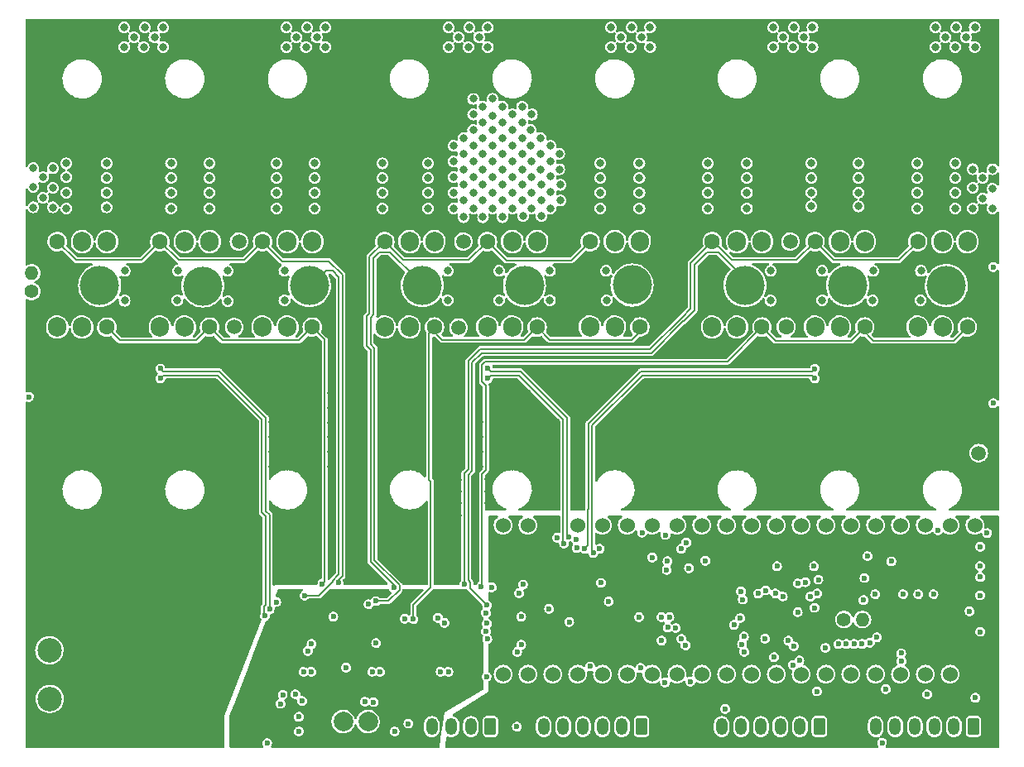
<source format=gbr>
%TF.GenerationSoftware,KiCad,Pcbnew,(6.0.0)*%
%TF.CreationDate,2022-10-23T22:36:45+03:00*%
%TF.ProjectId,CCC_ESC,4343435f-4553-4432-9e6b-696361645f70,rev?*%
%TF.SameCoordinates,Original*%
%TF.FileFunction,Copper,L3,Inr*%
%TF.FilePolarity,Positive*%
%FSLAX46Y46*%
G04 Gerber Fmt 4.6, Leading zero omitted, Abs format (unit mm)*
G04 Created by KiCad (PCBNEW (6.0.0)) date 2022-10-23 22:36:45*
%MOMM*%
%LPD*%
G01*
G04 APERTURE LIST*
G04 Aperture macros list*
%AMRoundRect*
0 Rectangle with rounded corners*
0 $1 Rounding radius*
0 $2 $3 $4 $5 $6 $7 $8 $9 X,Y pos of 4 corners*
0 Add a 4 corners polygon primitive as box body*
4,1,4,$2,$3,$4,$5,$6,$7,$8,$9,$2,$3,0*
0 Add four circle primitives for the rounded corners*
1,1,$1+$1,$2,$3*
1,1,$1+$1,$4,$5*
1,1,$1+$1,$6,$7*
1,1,$1+$1,$8,$9*
0 Add four rect primitives between the rounded corners*
20,1,$1+$1,$2,$3,$4,$5,0*
20,1,$1+$1,$4,$5,$6,$7,0*
20,1,$1+$1,$6,$7,$8,$9,0*
20,1,$1+$1,$8,$9,$2,$3,0*%
G04 Aperture macros list end*
%TA.AperFunction,ComponentPad*%
%ADD10C,2.000000*%
%TD*%
%TA.AperFunction,ComponentPad*%
%ADD11C,4.000000*%
%TD*%
%TA.AperFunction,ComponentPad*%
%ADD12C,2.500000*%
%TD*%
%TA.AperFunction,ComponentPad*%
%ADD13C,1.500000*%
%TD*%
%TA.AperFunction,ComponentPad*%
%ADD14RoundRect,0.250000X0.350000X0.625000X-0.350000X0.625000X-0.350000X-0.625000X0.350000X-0.625000X0*%
%TD*%
%TA.AperFunction,ComponentPad*%
%ADD15O,1.200000X1.750000*%
%TD*%
%TA.AperFunction,ComponentPad*%
%ADD16C,3.000000*%
%TD*%
%TA.AperFunction,ComponentPad*%
%ADD17C,1.600000*%
%TD*%
%TA.AperFunction,ComponentPad*%
%ADD18C,1.400000*%
%TD*%
%TA.AperFunction,ComponentPad*%
%ADD19O,1.400000X1.400000*%
%TD*%
%TA.AperFunction,ComponentPad*%
%ADD20C,1.524000*%
%TD*%
%TA.AperFunction,ComponentPad*%
%ADD21O,1.905000X2.000000*%
%TD*%
%TA.AperFunction,ViaPad*%
%ADD22C,0.600000*%
%TD*%
%TA.AperFunction,ViaPad*%
%ADD23C,0.800000*%
%TD*%
%TA.AperFunction,Conductor*%
%ADD24C,0.200000*%
%TD*%
G04 APERTURE END LIST*
D10*
%TO.N,GND*%
%TO.C,TpGND3*%
X79000000Y-85000000D03*
%TD*%
D11*
%TO.N,PHASE_C*%
%TO.C,PH9*%
X144400000Y-74500000D03*
%TD*%
D12*
%TO.N,Net-(C5-Pad1)*%
%TO.C,U6*%
X52654000Y-111813260D03*
%TO.N,GND*%
X52654000Y-106733260D03*
X72974000Y-99113260D03*
%TO.N,V12V*%
X72974000Y-119433260D03*
%TD*%
D11*
%TO.N,PHASE_B*%
%TO.C,PH4*%
X90800000Y-74500000D03*
%TD*%
D13*
%TO.N,/AU_GATESIG*%
%TO.C,TpGS1*%
X72050000Y-70000000D03*
%TD*%
D14*
%TO.N,GND*%
%TO.C,J4*%
X113219000Y-119628260D03*
D15*
%TO.N,Vaux*%
X111219000Y-119628260D03*
%TO.N,PB5 MOSI TIM3 CH2*%
X109219000Y-119628260D03*
%TO.N,PB4 MISO TIM3 CH1*%
X107219000Y-119628260D03*
%TO.N,PB3 SCK TIM2CH2*%
X105219000Y-119628260D03*
%TO.N,PA15 TIM2 CH1*%
X103219000Y-119628260D03*
%TD*%
D16*
%TO.N,GND*%
%TO.C,TpGND4*%
X72569000Y-106778260D03*
%TD*%
D17*
%TO.N,/CL_GATESIG*%
%TO.C,TpGS6*%
X128000000Y-78750000D03*
%TD*%
D11*
%TO.N,PHASE_B*%
%TO.C,PH5*%
X112250000Y-74450000D03*
%TD*%
D18*
%TO.N,Net-(R1-Pad2)*%
%TO.C,SW1*%
X50850000Y-75105000D03*
D19*
%TO.N,VBAT*%
X50850000Y-73205000D03*
%TD*%
D10*
%TO.N,GND*%
%TO.C,TpGND2*%
X89600000Y-100000000D03*
%TD*%
D11*
%TO.N,PHASE_C*%
%TO.C,PH8*%
X123800000Y-74500000D03*
%TD*%
D14*
%TO.N,Vaux*%
%TO.C,J2*%
X131419000Y-119628260D03*
D15*
%TO.N,GND*%
X129419000Y-119628260D03*
%TO.N,PB9 DI2C1_SDA TIM4_CH4*%
X127419000Y-119628260D03*
%TO.N,PB8 DI2C1_SCL TIM4_CH3*%
X125419000Y-119628260D03*
%TO.N,PB7 D_UART1_RX I2C1_SDA TIM4_CH2*%
X123419000Y-119628260D03*
%TO.N,PB6 D_UART1_TX I2C1_SCL TIM4_CH1*%
X121419000Y-119628260D03*
%TD*%
D10*
%TO.N,V12V*%
%TO.C,U7*%
X80164000Y-119123260D03*
%TO.N,GND*%
X82704000Y-119123260D03*
%TO.N,V5V*%
X85244000Y-119123260D03*
%TD*%
D11*
%TO.N,PHASE_A*%
%TO.C,PH3*%
X68350000Y-74550000D03*
%TD*%
%TO.N,PHASE_A*%
%TO.C,PH2*%
X57800000Y-74500000D03*
%TD*%
%TO.N,PHASE_A*%
%TO.C,PH1*%
X79250000Y-74500000D03*
%TD*%
%TO.N,PHASE_B*%
%TO.C,PH6*%
X101250000Y-74500000D03*
%TD*%
D13*
%TO.N,VSENSE2*%
%TO.C,TpVS1*%
X147700000Y-91650000D03*
%TD*%
%TO.N,/BL_GATESIG*%
%TO.C,TpGS4*%
X94500000Y-78800000D03*
%TD*%
D11*
%TO.N,PHASE_C*%
%TO.C,PH7*%
X134300000Y-74500000D03*
%TD*%
D18*
%TO.N,GND*%
%TO.C,NTC1*%
X133914000Y-108678260D03*
D19*
%TO.N,FET_TEMP*%
X135814000Y-108678260D03*
%TD*%
D20*
%TO.N,unconnected-(U5-Pad1)*%
%TO.C,U5*%
X147329000Y-99028260D03*
%TO.N,HALL_A*%
X144789000Y-99028260D03*
%TO.N,HALL_B*%
X142249000Y-99028260D03*
%TO.N,HALL_C*%
X139709000Y-99028260D03*
%TO.N,Net-(C21-Pad1)*%
X137169000Y-99028260D03*
%TO.N,A_THROTTLE*%
X134629000Y-99028260D03*
%TO.N,VSENSE*%
X132089000Y-99028260D03*
%TO.N,A_SHA_AMP*%
X129549000Y-99028260D03*
%TO.N,A_SHB_AMP*%
X127009000Y-99028260D03*
%TO.N,A_SHC_AMP*%
X124469000Y-99028260D03*
%TO.N,A_PHA_VSENSE*%
X121929000Y-99028260D03*
%TO.N,A_PHB_VSENSE*%
X119389000Y-99028260D03*
%TO.N,Net-(JP2-Pad2)*%
X116849000Y-99028260D03*
%TO.N,A_PHC_VSENSE*%
X114309000Y-99028260D03*
%TO.N,Net-(C18-Pad1)*%
X111769000Y-99028260D03*
%TO.N,PB2 D_GPIO*%
X109229000Y-99028260D03*
%TO.N,PB10 D_GPIO*%
X106689000Y-99028260D03*
%TO.N,V3V3*%
X104149000Y-99028260D03*
%TO.N,GND*%
X101609000Y-99028260D03*
%TO.N,unconnected-(U5-Pad20)*%
X99069000Y-99028260D03*
%TO.N,A_OVERLIMIT*%
X99069000Y-114268260D03*
%TO.N,LIN_A*%
X101609000Y-114268260D03*
%TO.N,LIN_B*%
X104149000Y-114268260D03*
%TO.N,LIN_C*%
X106689000Y-114268260D03*
%TO.N,HIN_A*%
X109229000Y-114268260D03*
%TO.N,HIN_B*%
X111769000Y-114268260D03*
%TO.N,HIN_C*%
X114285395Y-114278253D03*
%TO.N,unconnected-(U5-Pad28)*%
X116849000Y-114268260D03*
%TO.N,unconnected-(U5-Pad29)*%
X119389000Y-114268260D03*
%TO.N,Net-(RN2-Pad4)*%
X121929000Y-114268260D03*
%TO.N,Net-(RN2-Pad3)*%
X124469000Y-114268260D03*
%TO.N,Net-(RN2-Pad2)*%
X127009000Y-114268260D03*
%TO.N,Net-(RN2-Pad1)*%
X129549000Y-114268260D03*
%TO.N,Net-(RN3-Pad4)*%
X132089000Y-114268260D03*
%TO.N,Net-(RN3-Pad3)*%
X134629000Y-114268260D03*
%TO.N,Net-(RN3-Pad2)*%
X137169000Y-114268260D03*
%TO.N,Net-(RN3-Pad1)*%
X139709000Y-114268260D03*
%TO.N,V5V*%
X142249000Y-114268260D03*
%TO.N,GND*%
X144789000Y-114268260D03*
%TO.N,V3V3*%
X147329000Y-114268260D03*
%TD*%
D13*
%TO.N,/CU_GATESIG*%
%TO.C,TpGS5*%
X128450000Y-70000000D03*
%TD*%
%TO.N,/BU_GATESIG*%
%TO.C,TpGS3*%
X95000000Y-70000000D03*
%TD*%
D10*
%TO.N,GND*%
%TO.C,TpGND1*%
X116250000Y-85500000D03*
%TD*%
D14*
%TO.N,GND*%
%TO.C,J1*%
X97769000Y-119628260D03*
D15*
%TO.N,Net-(J1-Pad2)*%
X95769000Y-119628260D03*
%TO.N,Net-(J1-Pad3)*%
X93769000Y-119628260D03*
%TO.N,V5V*%
X91769000Y-119628260D03*
%TD*%
D14*
%TO.N,GND*%
%TO.C,J3*%
X147169000Y-119628260D03*
D15*
%TO.N,Net-(J3-Pad2)*%
X145169000Y-119628260D03*
%TO.N,Net-(J3-Pad3)*%
X143169000Y-119628260D03*
%TO.N,Net-(J3-Pad4)*%
X141169000Y-119628260D03*
%TO.N,Net-(J3-Pad5)*%
X139169000Y-119628260D03*
%TO.N,V5V*%
X137169000Y-119628260D03*
%TD*%
D13*
%TO.N,/AL_GATESIG*%
%TO.C,TpGS2*%
X71550000Y-78750000D03*
%TD*%
D12*
%TO.N,V12V*%
%TO.C,12V1*%
X52700000Y-116800000D03*
%TD*%
D17*
%TO.N,/BL_GATESIG*%
%TO.C,QB4*%
X102540000Y-78750000D03*
D21*
%TO.N,PHASE_B*%
X100000000Y-78750000D03*
%TO.N,Net-(NT3-Pad1)*%
X97460000Y-78750000D03*
%TD*%
D17*
%TO.N,/BU_GATESIG*%
%TO.C,QB5*%
X86960000Y-70000000D03*
D21*
%TO.N,VBAT*%
X89500000Y-70000000D03*
%TO.N,PHASE_B*%
X92040000Y-70000000D03*
%TD*%
D17*
%TO.N,/AU_GATESIG*%
%TO.C,QA3*%
X63960000Y-70000000D03*
D21*
%TO.N,VBAT*%
X66500000Y-70000000D03*
%TO.N,PHASE_A*%
X69040000Y-70000000D03*
%TD*%
D17*
%TO.N,/CL_GATESIG*%
%TO.C,QC6*%
X125540000Y-78750000D03*
D21*
%TO.N,PHASE_C*%
X123000000Y-78750000D03*
%TO.N,Net-(NT5-Pad1)*%
X120460000Y-78750000D03*
%TD*%
D17*
%TO.N,/CU_GATESIG*%
%TO.C,QC5*%
X141460000Y-70000000D03*
D21*
%TO.N,VBAT*%
X144000000Y-70000000D03*
%TO.N,PHASE_C*%
X146540000Y-70000000D03*
%TD*%
D17*
%TO.N,/CL_GATESIG*%
%TO.C,QC4*%
X146540000Y-78750000D03*
D21*
%TO.N,PHASE_C*%
X144000000Y-78750000D03*
%TO.N,Net-(NT5-Pad1)*%
X141460000Y-78750000D03*
%TD*%
D17*
%TO.N,/AL_GATESIG*%
%TO.C,QA6*%
X58540000Y-78750000D03*
D21*
%TO.N,PHASE_A*%
X56000000Y-78750000D03*
%TO.N,Net-(NT1-Pad1)*%
X53460000Y-78750000D03*
%TD*%
D17*
%TO.N,/BL_GATESIG*%
%TO.C,QB6*%
X92040000Y-78750000D03*
D21*
%TO.N,PHASE_B*%
X89500000Y-78750000D03*
%TO.N,Net-(NT3-Pad1)*%
X86960000Y-78750000D03*
%TD*%
D17*
%TO.N,/BL_GATESIG*%
%TO.C,QB2*%
X113040000Y-78750000D03*
D21*
%TO.N,PHASE_B*%
X110500000Y-78750000D03*
%TO.N,Net-(NT3-Pad1)*%
X107960000Y-78750000D03*
%TD*%
D17*
%TO.N,/AU_GATESIG*%
%TO.C,QA5*%
X74460000Y-70000000D03*
D21*
%TO.N,VBAT*%
X77000000Y-70000000D03*
%TO.N,PHASE_A*%
X79540000Y-70000000D03*
%TD*%
D17*
%TO.N,/AU_GATESIG*%
%TO.C,QA1*%
X53460000Y-70000000D03*
D21*
%TO.N,VBAT*%
X56000000Y-70000000D03*
%TO.N,PHASE_A*%
X58540000Y-70000000D03*
%TD*%
D17*
%TO.N,/BU_GATESIG*%
%TO.C,QB3*%
X97460000Y-70000000D03*
D21*
%TO.N,VBAT*%
X100000000Y-70000000D03*
%TO.N,PHASE_B*%
X102540000Y-70000000D03*
%TD*%
D17*
%TO.N,/CU_GATESIG*%
%TO.C,QC3*%
X130960000Y-70000000D03*
D21*
%TO.N,VBAT*%
X133500000Y-70000000D03*
%TO.N,PHASE_C*%
X136040000Y-70000000D03*
%TD*%
D17*
%TO.N,/AL_GATESIG*%
%TO.C,QA4*%
X69040000Y-78750000D03*
D21*
%TO.N,PHASE_A*%
X66500000Y-78750000D03*
%TO.N,Net-(NT1-Pad1)*%
X63960000Y-78750000D03*
%TD*%
D17*
%TO.N,/CL_GATESIG*%
%TO.C,QC2*%
X136040000Y-78750000D03*
D21*
%TO.N,PHASE_C*%
X133500000Y-78750000D03*
%TO.N,Net-(NT5-Pad1)*%
X130960000Y-78750000D03*
%TD*%
D17*
%TO.N,/CU_GATESIG*%
%TO.C,QC1*%
X120460000Y-70000000D03*
D21*
%TO.N,VBAT*%
X123000000Y-70000000D03*
%TO.N,PHASE_C*%
X125540000Y-70000000D03*
%TD*%
D17*
%TO.N,/AL_GATESIG*%
%TO.C,QA2*%
X79540000Y-78750000D03*
D21*
%TO.N,PHASE_A*%
X77000000Y-78750000D03*
%TO.N,Net-(NT1-Pad1)*%
X74460000Y-78750000D03*
%TD*%
D17*
%TO.N,/BU_GATESIG*%
%TO.C,QB1*%
X107960000Y-70000000D03*
D21*
%TO.N,VBAT*%
X110500000Y-70000000D03*
%TO.N,PHASE_B*%
X113040000Y-70000000D03*
%TD*%
D22*
%TO.N,V12V*%
X88119000Y-110078260D03*
X81094000Y-110103260D03*
X80319000Y-108928260D03*
X87319000Y-108678260D03*
X94319000Y-108778260D03*
X95094000Y-110103260D03*
%TO.N,VSENSE2*%
X115269000Y-110827760D03*
X127669000Y-106328260D03*
X147869000Y-104328260D03*
X130469000Y-106328260D03*
%TO.N,V3V3*%
X120369000Y-108328260D03*
X134719000Y-117578260D03*
X127869000Y-109228260D03*
X139019000Y-107828260D03*
X127869000Y-107728260D03*
%TO.N,A_SHA_V+*%
X123693908Y-110424369D03*
X64000000Y-83000000D03*
X75183701Y-107627678D03*
D23*
%TO.N,GND*%
X105700000Y-49100000D03*
X119000000Y-55000000D03*
X124500000Y-87000000D03*
X83550000Y-77000000D03*
X115500000Y-88500000D03*
D22*
X131169000Y-116028260D03*
D23*
X115500000Y-90000000D03*
X92250000Y-85500000D03*
X88000000Y-50100000D03*
D22*
X97906500Y-105378260D03*
D23*
X106800000Y-91600000D03*
X145200000Y-90050000D03*
X69400000Y-54000000D03*
X96600000Y-88500000D03*
D22*
X89369000Y-119328260D03*
D23*
X127900000Y-51300000D03*
X73500000Y-88500000D03*
D22*
X89000000Y-108600000D03*
D23*
X77000000Y-93000000D03*
X56800000Y-48100000D03*
D22*
X139969000Y-106078260D03*
D23*
X83500000Y-90000000D03*
D22*
X80000000Y-104300000D03*
D23*
X103000000Y-88500000D03*
X137800000Y-50100000D03*
X135800000Y-50100000D03*
X123000000Y-87000000D03*
X136500000Y-54000000D03*
X86600000Y-88500000D03*
X102800000Y-55000000D03*
D22*
X114200000Y-79600000D03*
D23*
X81500000Y-90000000D03*
X124500000Y-93000000D03*
X142500000Y-87050000D03*
D22*
X127069000Y-103228260D03*
D23*
X121500000Y-93000000D03*
X64500000Y-90000000D03*
D22*
X96200500Y-104500000D03*
D23*
X117000000Y-93000000D03*
X120250000Y-77000000D03*
X147100000Y-57100000D03*
X57000000Y-91500000D03*
X78500000Y-87000000D03*
D22*
X137300000Y-110480000D03*
D23*
X120000000Y-93000000D03*
X133500000Y-91500000D03*
X117100000Y-53300000D03*
D22*
X147844000Y-106203260D03*
D23*
X123000000Y-90000000D03*
X102600000Y-50100000D03*
X104500000Y-91500000D03*
X101500000Y-88500000D03*
X53000000Y-55000000D03*
X132000000Y-88500000D03*
X142500000Y-90000000D03*
X124500000Y-85500000D03*
X109900000Y-85500000D03*
X106800000Y-93000000D03*
X93500000Y-88500000D03*
X83500000Y-88500000D03*
X138000000Y-91500000D03*
X96600469Y-93000000D03*
X94400000Y-98000000D03*
X77000000Y-85500000D03*
X60700000Y-51500000D03*
X147100000Y-59100000D03*
X58500000Y-90000000D03*
X72000000Y-93000000D03*
X144000000Y-85500000D03*
X58500000Y-87000000D03*
D22*
X73900000Y-108500000D03*
D23*
X104700000Y-48100000D03*
X100000000Y-93000000D03*
X71200000Y-52400000D03*
X88000000Y-93000000D03*
D22*
X136319000Y-102178260D03*
D23*
X70500000Y-90000000D03*
X92600000Y-94400000D03*
X84799020Y-87000000D03*
X71200000Y-51500000D03*
D22*
X51600000Y-76600000D03*
D23*
X58800000Y-55000000D03*
X84799020Y-90000000D03*
X100000000Y-85500000D03*
D22*
X118069000Y-103428260D03*
D23*
X114000000Y-90000000D03*
X129000000Y-88500000D03*
D22*
X85669000Y-114028260D03*
D23*
X142500000Y-93000000D03*
X92000000Y-52300000D03*
X145200000Y-88500000D03*
X149100000Y-57100000D03*
X69000000Y-85500000D03*
X141000000Y-93000000D03*
X52000000Y-58000000D03*
X141000000Y-85500000D03*
X111000000Y-88500000D03*
X70500000Y-87000000D03*
X104700000Y-52900000D03*
X66000000Y-91500000D03*
X84799020Y-85500000D03*
X66000000Y-93000000D03*
X138000000Y-93000000D03*
X93900000Y-52900000D03*
X111000000Y-91500000D03*
X64500000Y-91500000D03*
D22*
X125900000Y-105700000D03*
D23*
X85500000Y-53200000D03*
D22*
X148569000Y-99828260D03*
D23*
X104600000Y-50100000D03*
D22*
X115619000Y-115128260D03*
X115100000Y-81600000D03*
X53500000Y-77050000D03*
D23*
X112500000Y-88500000D03*
X117100000Y-52400000D03*
X102600000Y-48100000D03*
D22*
X84921704Y-117078297D03*
D23*
X96199500Y-95600000D03*
X106750000Y-88500000D03*
X54900000Y-48100000D03*
X145500000Y-91500000D03*
X61500000Y-88500000D03*
X70500000Y-85500000D03*
X126200000Y-54000000D03*
X106750000Y-90000000D03*
X60000000Y-85500000D03*
X124450000Y-90000000D03*
D22*
X52400000Y-77050000D03*
D23*
X118500000Y-91500000D03*
D22*
X126900000Y-106000000D03*
X72069000Y-112228260D03*
D23*
X135000000Y-93000000D03*
X96200000Y-96800000D03*
X71400000Y-50100000D03*
X58600000Y-84350000D03*
D22*
X107969000Y-113478260D03*
D23*
X98500000Y-88500000D03*
X73400000Y-50100000D03*
X125950000Y-90000000D03*
X138000000Y-87000000D03*
X57000000Y-93000000D03*
D22*
X109069000Y-104928260D03*
X94700000Y-83600000D03*
D23*
X72000000Y-87000000D03*
D22*
X97300000Y-109900000D03*
D23*
X136300000Y-55000000D03*
X141000000Y-94500000D03*
X71200000Y-53300000D03*
X118500000Y-93000000D03*
X112500000Y-90000000D03*
X51000000Y-55000000D03*
D22*
X129983153Y-104856287D03*
D23*
X124500000Y-88500000D03*
X130500000Y-88500000D03*
X127500000Y-85500000D03*
X121500000Y-90000000D03*
X132000000Y-93000000D03*
D22*
X79469000Y-114028260D03*
X54500000Y-77050000D03*
D23*
X92000000Y-53200000D03*
X85500000Y-54100000D03*
D22*
X81689000Y-108378260D03*
D23*
X145450000Y-85500000D03*
X84500000Y-77000000D03*
X63000000Y-93000000D03*
X144000000Y-93000000D03*
X103000000Y-93000000D03*
X136450000Y-84300000D03*
X90000000Y-50100000D03*
X83500000Y-91500000D03*
X139500000Y-93000000D03*
X127500000Y-93000000D03*
X64500000Y-88500000D03*
X144000000Y-91500000D03*
X124500000Y-91500000D03*
X54800000Y-50100000D03*
D22*
X76300000Y-117300000D03*
D23*
X135800000Y-48100000D03*
X121500000Y-91500000D03*
D22*
X130919000Y-107478260D03*
D23*
X69000000Y-91500000D03*
D22*
X136019000Y-104428260D03*
D23*
X83500000Y-52400000D03*
X127500000Y-88500000D03*
X71800000Y-53800000D03*
D22*
X131197779Y-105999500D03*
D23*
X142500000Y-85500000D03*
X93500000Y-90000000D03*
D22*
X104600000Y-100300000D03*
D23*
X90800000Y-85500000D03*
X60700000Y-52400000D03*
X61500000Y-90000000D03*
X123000000Y-91500000D03*
X69400000Y-50100000D03*
X103000000Y-54000000D03*
X115500000Y-93000000D03*
X70500000Y-91500000D03*
X104700000Y-52000000D03*
D22*
X101100000Y-105100000D03*
D23*
X94800000Y-85500000D03*
D22*
X146769000Y-107828260D03*
D23*
X96600000Y-91500000D03*
X88100000Y-48100000D03*
X120000000Y-88500000D03*
X78500000Y-91500000D03*
D22*
X118219000Y-115028260D03*
D23*
X120200000Y-49100000D03*
X86000000Y-50100000D03*
D22*
X94500500Y-104460398D03*
D23*
X69200000Y-55000000D03*
X138000000Y-88500000D03*
X136500000Y-91500000D03*
X80000000Y-93000000D03*
X129000000Y-85500000D03*
X89400000Y-90000000D03*
X139800000Y-48100000D03*
X92200000Y-87000000D03*
X117050000Y-77072875D03*
X89400000Y-87000000D03*
X60000000Y-90000000D03*
D22*
X130869000Y-103228260D03*
D23*
X105600000Y-87000000D03*
X78500000Y-90000000D03*
D22*
X92669000Y-114028260D03*
X117800000Y-100800000D03*
D23*
X72000000Y-90000000D03*
X127500000Y-87000000D03*
X103000000Y-91500000D03*
X83500000Y-87000000D03*
D22*
X83300000Y-104300000D03*
D23*
X126000000Y-55000000D03*
X56800000Y-50100000D03*
X94800000Y-87000000D03*
X92600000Y-98000000D03*
D22*
X117725806Y-111324337D03*
D23*
X144000000Y-87050000D03*
X94800000Y-93000000D03*
X111000000Y-93000000D03*
X142500000Y-91500000D03*
X148850000Y-75400000D03*
X149100000Y-55100000D03*
D22*
X61419000Y-100978260D03*
D23*
X60000000Y-93000000D03*
X130500000Y-91500000D03*
X98500000Y-93000000D03*
X122300000Y-49100000D03*
X137950000Y-90000000D03*
X112500000Y-93000000D03*
X117000000Y-87000000D03*
X63000000Y-90000000D03*
X133500000Y-87000000D03*
X75500000Y-90000000D03*
X109500000Y-90000000D03*
X132000000Y-91500000D03*
X138200000Y-51500000D03*
X130500000Y-93000000D03*
X81500000Y-91500000D03*
X114000000Y-91500000D03*
X77000000Y-91500000D03*
X94800000Y-90000000D03*
X60000000Y-91500000D03*
X94400000Y-94400000D03*
X136800000Y-49100000D03*
D22*
X138199000Y-115798260D03*
D23*
X69400000Y-48100000D03*
D22*
X122669000Y-109228260D03*
D23*
X52000000Y-56000000D03*
X81500000Y-88550000D03*
D22*
X139817023Y-112926319D03*
D23*
X141000000Y-91500000D03*
X67500000Y-87000000D03*
X125950000Y-88500000D03*
X64500000Y-93000000D03*
X61500000Y-93000000D03*
X138200000Y-53300000D03*
X114000000Y-93000000D03*
X88000000Y-91500000D03*
X112500000Y-91500000D03*
X92000000Y-54100000D03*
X90800000Y-87000000D03*
X59000000Y-54000000D03*
X103600000Y-49100000D03*
X135000000Y-88500000D03*
D22*
X78500000Y-117000000D03*
D23*
X51000000Y-58900000D03*
D22*
X100500000Y-112000000D03*
X115800000Y-103600000D03*
D23*
X73500000Y-91500000D03*
X139500000Y-91500000D03*
X75500000Y-93000000D03*
X67500000Y-90000000D03*
X73500000Y-90000000D03*
D22*
X143069000Y-106078260D03*
D23*
X149100000Y-59100000D03*
D22*
X125869000Y-110628260D03*
D23*
X54650000Y-86800000D03*
D22*
X136559958Y-111061687D03*
D23*
X72000000Y-88500000D03*
X92200000Y-91500000D03*
D22*
X78169000Y-120128260D03*
X115896460Y-109496460D03*
X53669000Y-120878260D03*
D23*
X89400000Y-85500000D03*
X85400000Y-55000000D03*
X67500000Y-88500000D03*
D22*
X147844000Y-103203260D03*
D23*
X100000000Y-91500000D03*
X144000000Y-88500000D03*
X148800000Y-77350000D03*
X60000000Y-87000000D03*
D22*
X85300000Y-107100000D03*
D23*
X92600000Y-95600000D03*
X145500000Y-87050000D03*
D22*
X128239134Y-110834741D03*
D23*
X90800000Y-88500000D03*
X86000000Y-48100000D03*
D22*
X128700239Y-113316394D03*
D23*
X83500000Y-53300000D03*
D22*
X74919000Y-121328260D03*
D23*
X104500000Y-93000000D03*
X139800000Y-50100000D03*
X81500000Y-85500000D03*
X114000000Y-85500000D03*
X58500000Y-88500000D03*
X133500000Y-93000000D03*
D22*
X51450000Y-79400000D03*
D23*
X84800000Y-91500000D03*
X118500000Y-87000000D03*
X98500000Y-90000000D03*
X67500000Y-85500000D03*
X97600000Y-96800000D03*
X72000000Y-91500000D03*
X92200000Y-88500000D03*
X90800000Y-91500000D03*
X100000000Y-88500000D03*
X78500000Y-88500000D03*
X94400000Y-96800000D03*
D22*
X143569000Y-99528760D03*
D23*
X75500000Y-88450000D03*
D22*
X78669000Y-114028260D03*
D23*
X86600000Y-90000000D03*
X73500000Y-93000000D03*
X94800000Y-91500000D03*
X63000000Y-88500000D03*
X106600000Y-48100000D03*
X92200000Y-93000000D03*
D22*
X97300000Y-108000000D03*
X51550000Y-78300000D03*
D23*
X104500000Y-88500000D03*
D22*
X106594988Y-101345385D03*
D23*
X121300000Y-48100000D03*
X114000000Y-88500000D03*
X104021754Y-85478246D03*
X87000000Y-49100000D03*
X118500000Y-88500000D03*
X115500000Y-91500000D03*
X85500000Y-52300000D03*
X115500000Y-87000000D03*
X61500000Y-85500000D03*
X127900000Y-53100000D03*
X67500000Y-93000000D03*
X120000000Y-90000000D03*
X119000000Y-54100000D03*
X132000000Y-90000000D03*
X84800000Y-88500000D03*
X57000000Y-90000000D03*
D22*
X138769000Y-102728260D03*
D23*
X72500000Y-49100000D03*
X104500000Y-90000000D03*
X98500000Y-91500000D03*
X53000000Y-57000000D03*
X112500000Y-85500000D03*
X133500000Y-85500000D03*
X75500000Y-91500000D03*
X127500000Y-91500000D03*
X80000000Y-90000000D03*
X104700000Y-53800000D03*
D22*
X106549251Y-100502673D03*
D23*
X145500000Y-93000000D03*
X89400000Y-91500000D03*
X119000000Y-53200000D03*
X77000000Y-90000000D03*
X109500000Y-93000000D03*
X96199500Y-94382595D03*
D22*
X85169000Y-103828260D03*
D23*
X55500000Y-90000000D03*
X92000000Y-55000000D03*
X121200000Y-50100000D03*
X83500000Y-93000000D03*
X60000000Y-88500000D03*
X100000000Y-90000000D03*
D22*
X108945226Y-101436516D03*
D23*
X58500000Y-91500000D03*
X135000000Y-87000000D03*
X70500000Y-93000000D03*
X126000000Y-87000000D03*
X66000000Y-90000000D03*
X138900000Y-49100000D03*
D22*
X141519000Y-106078260D03*
D23*
X117100000Y-51500000D03*
X117000000Y-90000000D03*
D22*
X93469000Y-114028260D03*
D23*
X136500000Y-88500000D03*
X118500000Y-90000000D03*
X80000000Y-87000000D03*
D22*
X83000000Y-113600000D03*
D23*
X60700000Y-53300000D03*
X141000000Y-87000000D03*
X69000000Y-87000000D03*
X133500000Y-90000000D03*
X127900000Y-52200000D03*
X126000000Y-91500000D03*
X101500000Y-90000000D03*
X139500000Y-87500000D03*
X52800000Y-50100000D03*
D22*
X137819000Y-121278260D03*
D23*
X119200000Y-50100000D03*
X138900000Y-53800000D03*
X129000000Y-90000000D03*
D22*
X61969000Y-105928260D03*
D23*
X117000000Y-91500000D03*
X136500000Y-93000000D03*
D22*
X87969000Y-120128260D03*
D23*
X129000000Y-91500000D03*
X81500000Y-87000000D03*
D22*
X100469000Y-119628260D03*
D23*
X101500000Y-93000000D03*
X93500000Y-91500000D03*
X92200000Y-90000000D03*
D22*
X147369000Y-116678260D03*
D23*
X97600000Y-95600000D03*
X141000000Y-90000000D03*
X130500000Y-90000000D03*
X77000000Y-88500000D03*
D22*
X123304366Y-108528260D03*
D23*
X106600000Y-50100000D03*
X119200000Y-48100000D03*
X92600000Y-96800000D03*
X70500000Y-88450000D03*
X126000000Y-93000000D03*
X63000000Y-91500000D03*
X90000000Y-48100000D03*
X103000000Y-90000000D03*
D22*
X103769000Y-107578260D03*
X75859366Y-106882713D03*
X61069000Y-115028260D03*
D23*
X148100000Y-56000000D03*
X93500000Y-85500000D03*
X89400000Y-93000000D03*
X86600000Y-91500000D03*
X123000000Y-85500000D03*
X109500000Y-91500000D03*
D22*
X113269000Y-99778260D03*
X105819000Y-108928260D03*
X123500000Y-111200000D03*
X112969000Y-108428260D03*
X114319000Y-102328260D03*
D23*
X57000000Y-88500000D03*
X89100000Y-49100000D03*
X61500000Y-91500000D03*
X135000000Y-90000000D03*
X87250000Y-77000000D03*
X69000000Y-93000000D03*
X127500000Y-90000000D03*
X121500000Y-88500000D03*
X80000000Y-88500000D03*
X144000000Y-90000000D03*
X101500000Y-91500000D03*
D22*
X115669000Y-100028260D03*
D23*
X89400000Y-88500000D03*
X112500000Y-87000000D03*
X52800000Y-48100000D03*
X120000000Y-91500000D03*
X78500000Y-93000000D03*
X66000000Y-88500000D03*
X117000000Y-88500000D03*
X51000000Y-57000000D03*
X53000000Y-59000000D03*
X109500000Y-88500000D03*
X100000000Y-87000000D03*
X94800000Y-88500000D03*
X129000000Y-93000000D03*
X123200000Y-50100000D03*
X61300000Y-53900000D03*
X55900000Y-49100000D03*
X135000000Y-85500000D03*
X69000000Y-88450000D03*
X93500000Y-93000000D03*
X80000000Y-91500000D03*
X105600000Y-85500000D03*
X136500000Y-90000000D03*
X83500000Y-85500000D03*
X111000000Y-87000000D03*
X88000000Y-88500000D03*
D22*
X123400000Y-105800000D03*
X88700000Y-104500000D03*
D23*
X77000000Y-87000000D03*
X135000000Y-91500000D03*
X90800000Y-90000000D03*
X69000000Y-90000000D03*
X128400000Y-53800000D03*
D22*
X119749000Y-102658260D03*
D23*
X96600000Y-90000000D03*
D22*
X79102621Y-111888873D03*
X126769000Y-112528260D03*
D23*
X70400000Y-49100000D03*
X139500000Y-94500000D03*
X61500000Y-87000000D03*
D22*
X147869000Y-109928260D03*
X121769000Y-117828260D03*
X113119000Y-113628260D03*
D23*
X73400000Y-48100000D03*
X101500000Y-87000000D03*
X93900000Y-53800000D03*
X53800000Y-49100000D03*
X133500000Y-88500000D03*
D22*
X131300000Y-104600000D03*
D23*
X123200000Y-48100000D03*
X88000000Y-90000000D03*
X84799020Y-93000000D03*
X101500000Y-85500000D03*
X81500000Y-93000000D03*
D22*
X86469000Y-114028260D03*
X115269000Y-108428260D03*
X81600000Y-100100000D03*
D23*
X136500000Y-87000000D03*
X141000000Y-88500000D03*
X137900000Y-48100000D03*
X71500000Y-48100000D03*
X111000000Y-90000000D03*
X114000000Y-87000000D03*
D22*
X97369000Y-114528260D03*
D23*
X94400000Y-95600000D03*
X67500000Y-91500000D03*
X97600000Y-94300000D03*
X123000000Y-93000000D03*
X58500000Y-93000000D03*
X86600000Y-93000000D03*
X139500000Y-90000000D03*
X104700000Y-51100000D03*
X55500000Y-88500000D03*
X139500000Y-88500000D03*
X115650000Y-77100000D03*
X118500000Y-85500000D03*
X142500000Y-88500000D03*
X138200000Y-52400000D03*
X123000000Y-88500000D03*
X129000000Y-87000000D03*
X57000000Y-87000000D03*
X148100000Y-58000000D03*
D22*
X92400000Y-108500000D03*
D23*
X147100000Y-55100000D03*
X96200000Y-98000000D03*
X93500000Y-87000000D03*
D22*
X142419000Y-116328260D03*
D23*
X126000000Y-85500000D03*
X103000000Y-87000000D03*
X90800000Y-93000000D03*
D22*
X78169000Y-118628260D03*
%TO.N,A_SHA_V-*%
X64000000Y-84000000D03*
X123716759Y-111969558D03*
X74719011Y-108283138D03*
%TO.N,A_SHB_V+*%
X123569000Y-106628260D03*
X105810011Y-100198161D03*
X97500000Y-83000000D03*
%TO.N,A_SHC_V+*%
X130950000Y-83012000D03*
X107390000Y-101430000D03*
%TO.N,A_SHB_V-*%
X105289391Y-100908911D03*
X125169000Y-106028260D03*
X97499989Y-84000500D03*
%TO.N,A_SHC_V-*%
X130950000Y-84000000D03*
X108280000Y-101880000D03*
D23*
%TO.N,VBAT*%
X95000000Y-59400000D03*
X143300000Y-48100000D03*
X65100000Y-65000000D03*
X146400000Y-49100000D03*
X98000000Y-58600000D03*
X97000000Y-67500000D03*
X65100000Y-66600000D03*
X80900000Y-48100000D03*
X101900000Y-58600000D03*
X98000000Y-63400000D03*
X147100000Y-64500000D03*
X112200000Y-48100000D03*
X149100000Y-66600000D03*
X64300000Y-48100000D03*
X101000000Y-62600000D03*
X100000000Y-57000000D03*
X124000000Y-66600000D03*
X95600000Y-48100000D03*
X130600000Y-62000000D03*
X97000000Y-61000000D03*
X95000000Y-61000000D03*
X96000000Y-63400000D03*
X94000000Y-63400000D03*
X127700000Y-49100000D03*
X101000000Y-64200000D03*
X145300000Y-65000000D03*
X76900000Y-50100000D03*
X58500000Y-63500000D03*
X145300000Y-63500000D03*
X51000000Y-62500000D03*
X120000000Y-65000000D03*
X128800000Y-48100000D03*
X128700000Y-50100000D03*
X148100000Y-65600000D03*
X96000000Y-57000000D03*
X99000000Y-61000000D03*
X130600000Y-63500000D03*
X54400000Y-65000000D03*
X109000000Y-65000000D03*
X109000000Y-63500000D03*
X98000000Y-61800000D03*
X94000000Y-65000000D03*
X96000000Y-55400000D03*
D22*
X149200000Y-86550000D03*
D23*
X99000000Y-59400000D03*
X101900000Y-60200000D03*
X145300000Y-62000000D03*
X103900000Y-60200000D03*
X135400000Y-63500000D03*
X104800000Y-62600000D03*
X86700000Y-63500000D03*
X79000000Y-48100000D03*
X99000000Y-67500000D03*
X101000000Y-57800000D03*
X141400000Y-65000000D03*
X110100000Y-50100000D03*
X101000000Y-59400000D03*
X100000000Y-63400000D03*
X65100000Y-63500000D03*
X120000000Y-62000000D03*
X78900000Y-50100000D03*
X101000000Y-61000000D03*
X113000000Y-62000000D03*
X100000000Y-60200000D03*
X135400000Y-66400000D03*
X96000000Y-58600000D03*
X124000000Y-65000000D03*
X110100000Y-48100000D03*
X103900000Y-63300000D03*
X103000000Y-67400000D03*
X101000000Y-56200000D03*
X62300000Y-50100000D03*
X99000000Y-57800000D03*
X135400000Y-65000000D03*
X54400000Y-63400000D03*
X95000000Y-65800000D03*
X102000000Y-61800000D03*
X98000000Y-60200000D03*
X79800000Y-65000000D03*
X58500000Y-66500000D03*
X79800000Y-63500000D03*
X99000000Y-62600000D03*
X62400000Y-48100000D03*
X147300000Y-50100000D03*
X109000000Y-62000000D03*
X100000000Y-58600000D03*
X91400000Y-66600000D03*
X75900000Y-66600000D03*
X97000000Y-59400000D03*
X102900000Y-61000000D03*
X100000000Y-65000000D03*
X97000000Y-62600000D03*
X86700000Y-62000000D03*
X98000000Y-55400000D03*
X130700000Y-48100000D03*
X102900000Y-62600000D03*
X86700000Y-65000000D03*
X75900000Y-65000000D03*
X149100000Y-62600000D03*
X69000000Y-66600000D03*
X99000000Y-56200000D03*
X113000000Y-63500000D03*
X69000000Y-65000000D03*
X126700000Y-50100000D03*
X95000000Y-62600000D03*
X120000000Y-66600000D03*
X86700000Y-66600000D03*
X103900000Y-66600000D03*
X130600000Y-66400000D03*
X141400000Y-63500000D03*
X124000000Y-62000000D03*
X130700000Y-50100000D03*
X149100000Y-64600000D03*
X114100000Y-50100000D03*
X99000000Y-64200000D03*
X102900000Y-59400000D03*
X120000000Y-63500000D03*
X65100000Y-62000000D03*
X102000000Y-57000000D03*
X91400000Y-62000000D03*
X100000000Y-66600000D03*
X95500000Y-50100000D03*
X103900000Y-64900000D03*
X61300000Y-49100000D03*
X99000000Y-65800000D03*
X148100000Y-63500000D03*
X60300000Y-50100000D03*
X112100000Y-50100000D03*
X147100000Y-62600000D03*
X53000000Y-66500000D03*
X93500000Y-48100000D03*
X98000000Y-57100000D03*
X104900000Y-64200000D03*
X52000000Y-65500000D03*
X79800000Y-66600000D03*
X80900000Y-50100000D03*
X143300000Y-50100000D03*
X141400000Y-66600000D03*
X54400000Y-62000000D03*
X102000000Y-66600000D03*
X94000000Y-60200000D03*
X147300000Y-48100000D03*
X135400000Y-62000000D03*
X145300000Y-50100000D03*
X76900000Y-48100000D03*
X96000000Y-66600000D03*
X114100000Y-48100000D03*
X64300000Y-50100000D03*
X97000000Y-64200000D03*
X141400000Y-62000000D03*
X91400000Y-63500000D03*
X144300000Y-49100000D03*
X102000000Y-65000000D03*
X94000000Y-66600000D03*
X75900000Y-62000000D03*
X126700000Y-48100000D03*
X51000000Y-66500000D03*
X91400000Y-65000000D03*
X95000000Y-67500000D03*
X98000000Y-65000000D03*
X58500000Y-65000000D03*
X60300000Y-48100000D03*
X53000000Y-62500000D03*
X104900000Y-65800000D03*
X58500000Y-62000000D03*
X53000000Y-64500000D03*
X147100000Y-66600000D03*
X97000000Y-56200000D03*
X94000000Y-61800000D03*
X97000000Y-65800000D03*
X129800000Y-49100000D03*
X52000000Y-63400000D03*
X97000000Y-57800000D03*
X96000000Y-65000000D03*
X111100000Y-49100000D03*
X100000000Y-61800000D03*
X124000000Y-63500000D03*
X109000000Y-66600000D03*
X130600000Y-65000000D03*
X113000000Y-66600000D03*
X96000000Y-61800000D03*
X145400000Y-48100000D03*
X63400000Y-49100000D03*
X96600000Y-49100000D03*
X93500000Y-50100000D03*
X101000000Y-65800000D03*
X75900000Y-63500000D03*
X145300000Y-66600000D03*
X96000000Y-60200000D03*
D22*
X149200000Y-72600000D03*
D23*
X95000000Y-64200000D03*
X94500000Y-49100000D03*
X77900000Y-49100000D03*
X103900000Y-61800000D03*
X51000000Y-64400000D03*
X104800000Y-61000000D03*
X103000000Y-65800000D03*
X69000000Y-62000000D03*
X113000000Y-65000000D03*
X97500000Y-48100000D03*
X113200000Y-49100000D03*
X79800000Y-62000000D03*
X97500000Y-50100000D03*
X101100000Y-67400000D03*
X54400000Y-66600000D03*
X102000000Y-63400000D03*
X80000000Y-49100000D03*
X98000000Y-66600000D03*
X103000000Y-64200000D03*
X69000000Y-63500000D03*
%TO.N,PHASE_A*%
X70900000Y-76100000D03*
X76700000Y-76000000D03*
X76700000Y-73000000D03*
X60350000Y-73000000D03*
D22*
X79469000Y-111178260D03*
X97439091Y-110687310D03*
D23*
X65750000Y-76000000D03*
X70900000Y-73000000D03*
X60350000Y-76050000D03*
X65800000Y-73000000D03*
D22*
X78769000Y-106228260D03*
%TO.N,Net-(C18-Pad1)*%
X115869500Y-102700000D03*
D23*
%TO.N,PHASE_B*%
X93400000Y-76000000D03*
X103850000Y-73000000D03*
D22*
X97406000Y-109078260D03*
D23*
X103850000Y-76000000D03*
D22*
X86054000Y-106793260D03*
D23*
X98650000Y-73000000D03*
X98650000Y-76000000D03*
X109650000Y-76000000D03*
X109600000Y-73000000D03*
X93400000Y-73000000D03*
D22*
X86069000Y-111079720D03*
%TO.N,Net-(C21-Pad1)*%
X137119000Y-106078260D03*
%TO.N,PHASE_C*%
X93069000Y-109028260D03*
X97419703Y-107209510D03*
D23*
X136900000Y-73000000D03*
X136850000Y-76050000D03*
X131700000Y-73000000D03*
X131700000Y-76000000D03*
X126450000Y-73000000D03*
X126400000Y-76050000D03*
X141750000Y-76000000D03*
X141800000Y-73000000D03*
D22*
%TO.N,A_PHA_VSENSE*%
X100906500Y-111253760D03*
X117292911Y-110652171D03*
%TO.N,VSENSE*%
X147869000Y-101228260D03*
%TO.N,A_SHC_AMP*%
X109869000Y-106828260D03*
%TO.N,FET_TEMP*%
X135919000Y-106678260D03*
%TO.N,A_PHB_VSENSE*%
X100906500Y-108378260D03*
X116703790Y-109545648D03*
%TO.N,A_PHC_VSENSE*%
X100706500Y-105978260D03*
X116068502Y-108427760D03*
%TO.N,LIN_A*%
X77819000Y-116328260D03*
%TO.N,LIN_B*%
X85819000Y-117127771D03*
%TO.N,HIN_A*%
X76519000Y-116378260D03*
%TO.N,MOTOR_TEMP*%
X139769000Y-112128260D03*
%TO.N,Net-(J1-Pad3)*%
X128796803Y-111407637D03*
%TO.N,Net-(J1-Pad2)*%
X129369000Y-112878260D03*
%TO.N,A_BRAKE*%
X132019000Y-111578260D03*
%TO.N,Net-(JP2-Pad2)*%
X117269000Y-101428260D03*
X129193011Y-104978270D03*
X129193011Y-107928260D03*
%TO.N,Net-(RN3-Pad1)*%
X135769000Y-111178260D03*
%TO.N,Net-(RN3-Pad2)*%
X134969000Y-111178260D03*
%TO.N,Net-(RN3-Pad3)*%
X134169000Y-111178260D03*
%TO.N,Net-(RN3-Pad4)*%
X133369000Y-111178260D03*
%TO.N,Net-(R1-Pad2)*%
X50550000Y-85900000D03*
%TO.N,/AU_GATESIG*%
X82218497Y-104928747D03*
%TO.N,/AL_GATESIG*%
X80569000Y-105028260D03*
%TO.N,/BU_GATESIG*%
X87869000Y-105428260D03*
%TO.N,/BL_GATESIG*%
X89869000Y-108628260D03*
%TO.N,/CU_GATESIG*%
X95100000Y-105100000D03*
%TO.N,/CL_GATESIG*%
X96800000Y-105300000D03*
%TD*%
D24*
%TO.N,A_SHA_V+*%
X70050000Y-83300000D02*
X74800000Y-88050000D01*
X75183701Y-97953701D02*
X75183701Y-107627678D01*
X64300000Y-83300000D02*
X70050000Y-83300000D01*
X74800000Y-97570000D02*
X75183701Y-97953701D01*
X74800000Y-88050000D02*
X74800000Y-97570000D01*
X64000000Y-83000000D02*
X64300000Y-83300000D01*
%TO.N,A_SHA_V-*%
X74784181Y-98119187D02*
X74784181Y-107179360D01*
X74784181Y-107179360D02*
X74584190Y-107379351D01*
X74400480Y-88215486D02*
X74400480Y-97735486D01*
X74584190Y-107379351D02*
X74584190Y-108148317D01*
X74584190Y-108148317D02*
X74719011Y-108283138D01*
X74400480Y-97735486D02*
X74784181Y-98119187D01*
X69884514Y-83699520D02*
X74400480Y-88215486D01*
X64300480Y-83699520D02*
X69884514Y-83699520D01*
X64000000Y-84000000D02*
X64300480Y-83699520D01*
%TO.N,A_SHB_V+*%
X100854266Y-83300001D02*
X105627489Y-88073224D01*
X97500000Y-83000000D02*
X97800001Y-83300001D01*
X97800001Y-83300001D02*
X100854266Y-83300001D01*
X105627489Y-100015639D02*
X105810011Y-100198161D01*
X105627489Y-88073224D02*
X105627489Y-100015639D01*
%TO.N,A_SHC_V+*%
X107767969Y-88667025D02*
X107767969Y-97335113D01*
X107750511Y-97352571D02*
X107750511Y-101069489D01*
X107767969Y-97335113D02*
X107750511Y-97352571D01*
X113134992Y-83300002D02*
X107767969Y-88667025D01*
X130950000Y-83012000D02*
X130661998Y-83300002D01*
X107750511Y-101069489D02*
X107390000Y-101430000D01*
X130661998Y-83300002D02*
X113134992Y-83300002D01*
%TO.N,A_SHB_V-*%
X105289391Y-100908911D02*
X105210511Y-100830031D01*
X105210511Y-100830031D02*
X105210511Y-88221252D01*
X100688779Y-83699520D02*
X97800969Y-83699520D01*
X105210511Y-88221252D02*
X100688779Y-83699520D01*
X97800969Y-83699520D02*
X97499989Y-84000500D01*
%TO.N,A_SHC_V-*%
X130950000Y-84000000D02*
X130649520Y-83699520D01*
X108167489Y-88832511D02*
X108167489Y-101767489D01*
X118199521Y-83699521D02*
X113300479Y-83699521D01*
X113300479Y-83699521D02*
X108167489Y-88832511D01*
X108167489Y-101767489D02*
X108280000Y-101880000D01*
X130649520Y-83699520D02*
X118099511Y-83699520D01*
%TO.N,PHASE_A*%
X80216838Y-106228260D02*
X78769000Y-106228260D01*
X82149406Y-104150000D02*
X81618986Y-104680420D01*
X79500000Y-74500000D02*
X81000000Y-73000000D01*
X81618986Y-104826112D02*
X80216838Y-106228260D01*
X82150000Y-104150000D02*
X82149406Y-104150000D01*
X82250000Y-104050000D02*
X82150000Y-104150000D01*
X82250000Y-73650000D02*
X82250000Y-104050000D01*
X81000000Y-73000000D02*
X81600000Y-73000000D01*
X81618986Y-104680420D02*
X81618986Y-104826112D01*
X81600000Y-73000000D02*
X82250000Y-73650000D01*
%TO.N,PHASE_B*%
X90000000Y-73605006D02*
X87494994Y-71100000D01*
X88468511Y-105179933D02*
X88468511Y-105676587D01*
X85900000Y-102611422D02*
X88468511Y-105179933D01*
X85800000Y-71715006D02*
X85800000Y-77500000D01*
X87351838Y-106793260D02*
X86054000Y-106793260D01*
X85900000Y-80900000D02*
X85900000Y-102611422D01*
X85800000Y-77500000D02*
X85499520Y-77800480D01*
X87494994Y-71100000D02*
X86415006Y-71100000D01*
X85499520Y-80499520D02*
X85900000Y-80900000D01*
X85499520Y-77800480D02*
X85499520Y-80499520D01*
X86415006Y-71100000D02*
X85800000Y-71715006D01*
X88468511Y-105676587D02*
X87351838Y-106793260D01*
X90000000Y-73700000D02*
X90000000Y-73605006D01*
%TO.N,PHASE_C*%
X96900000Y-81400000D02*
X114265006Y-81400000D01*
X95699511Y-105499511D02*
X95699511Y-104851673D01*
X114265006Y-81400000D02*
X117493101Y-78171905D01*
X121120223Y-71099511D02*
X122950000Y-72929288D01*
X95699511Y-104851673D02*
X95500000Y-104652162D01*
X95500000Y-93854265D02*
X95899030Y-93455235D01*
X118649520Y-72375486D02*
X119925495Y-71099511D01*
X95899030Y-93455235D02*
X95899031Y-82400969D01*
X95500000Y-104652162D02*
X95500000Y-93854265D01*
X97419703Y-107209510D02*
X97409510Y-107209510D01*
X117493101Y-78171905D02*
X117505235Y-78171905D01*
X97409510Y-107209510D02*
X95699511Y-105499511D01*
X117505235Y-78171905D02*
X118649519Y-77027621D01*
X95899031Y-82400969D02*
X96900000Y-81400000D01*
X118649519Y-77027621D02*
X118649520Y-72375486D01*
X122950000Y-72929288D02*
X122950000Y-73000000D01*
X119925495Y-71099511D02*
X121120223Y-71099511D01*
%TO.N,/AU_GATESIG*%
X81250000Y-72000000D02*
X82649520Y-73399520D01*
X82649520Y-73399520D02*
X82649519Y-104215487D01*
X63960000Y-70000000D02*
X62060000Y-71900000D01*
X62060000Y-71900000D02*
X55360000Y-71900000D01*
X65860000Y-71900000D02*
X63960000Y-70000000D01*
X55360000Y-71900000D02*
X53460000Y-70000000D01*
X76460000Y-72000000D02*
X81250000Y-72000000D01*
X82218497Y-104645915D02*
X82218497Y-104928747D01*
X74460000Y-70000000D02*
X76460000Y-72000000D01*
X72560000Y-71900000D02*
X65860000Y-71900000D01*
X82649519Y-104215487D02*
X82315487Y-104549519D01*
X82315487Y-104549519D02*
X82314893Y-104549519D01*
X74460000Y-70000000D02*
X72560000Y-71900000D01*
X82314893Y-104549519D02*
X82218497Y-104645915D01*
%TO.N,/AL_GATESIG*%
X78194480Y-80119520D02*
X70389520Y-80119520D01*
X80800489Y-104796771D02*
X80569000Y-105028260D01*
X80800489Y-80026489D02*
X80800489Y-104796771D01*
X79544000Y-78770000D02*
X78194480Y-80119520D01*
X67690480Y-80119520D02*
X59889520Y-80119520D01*
X80800489Y-80026489D02*
X79544000Y-78770000D01*
X70389520Y-80119520D02*
X69040000Y-78770000D01*
X59889520Y-80119520D02*
X58540000Y-78770000D01*
X69040000Y-78770000D02*
X67690480Y-80119520D01*
%TO.N,/BU_GATESIG*%
X88860000Y-71900000D02*
X95560000Y-71900000D01*
X97460000Y-70000000D02*
X99410000Y-71950000D01*
X85100001Y-80665007D02*
X85500000Y-81065006D01*
X86960000Y-70000000D02*
X86950000Y-70000000D01*
X85400480Y-77334514D02*
X85100000Y-77634994D01*
X99410000Y-71950000D02*
X106010000Y-71950000D01*
X86950000Y-70000000D02*
X85400480Y-71549520D01*
X85500000Y-102776428D02*
X87869000Y-105145428D01*
X95560000Y-71900000D02*
X97460000Y-70000000D01*
X86960000Y-70000000D02*
X88860000Y-71900000D01*
X85400480Y-71549520D02*
X85400480Y-77334514D01*
X85500000Y-81065006D02*
X85500000Y-102776428D01*
X85100000Y-77634994D02*
X85100001Y-80665007D01*
X106010000Y-71950000D02*
X107960000Y-70000000D01*
X87869000Y-105145428D02*
X87869000Y-105428260D01*
%TO.N,/BL_GATESIG*%
X89869000Y-107178260D02*
X91668521Y-105378739D01*
X112240480Y-80069520D02*
X113540000Y-78770000D01*
X103839520Y-80069520D02*
X112240480Y-80069520D01*
X91668521Y-105378739D02*
X91668521Y-94560349D01*
X91500000Y-79379000D02*
X92109000Y-78770000D01*
X101240480Y-80069520D02*
X102540000Y-78770000D01*
X91540000Y-78770000D02*
X92820000Y-80050000D01*
X91500000Y-94391828D02*
X91500000Y-79379000D01*
X91668521Y-94560349D02*
X91500000Y-94391828D01*
X92819520Y-80050000D02*
X92839040Y-80069520D01*
X92839040Y-80069520D02*
X101240480Y-80069520D01*
X102540000Y-78770000D02*
X103839520Y-80069520D01*
X89869000Y-108628260D02*
X89869000Y-107178260D01*
%TO.N,/CU_GATESIG*%
X95499511Y-82235483D02*
X96734514Y-81000480D01*
X118250000Y-72210000D02*
X120460000Y-70000000D01*
X120585718Y-70000000D02*
X122485718Y-71900000D01*
X122485718Y-71900000D02*
X129060000Y-71900000D01*
X132860000Y-71900000D02*
X130960000Y-70000000D01*
X118250000Y-76862134D02*
X118250000Y-72210000D01*
X120460000Y-70000000D02*
X120585718Y-70000000D01*
X95100000Y-105100000D02*
X95100000Y-93689259D01*
X117327614Y-77772386D02*
X117339748Y-77772386D01*
X95499511Y-93289748D02*
X95499511Y-82235483D01*
X129060000Y-71900000D02*
X130960000Y-70000000D01*
X114099520Y-81000480D02*
X117327614Y-77772386D01*
X141460000Y-70000000D02*
X139560000Y-71900000D01*
X95100000Y-93689259D02*
X95499511Y-93289748D01*
X96734514Y-81000480D02*
X114099520Y-81000480D01*
X139560000Y-71900000D02*
X132860000Y-71900000D01*
X117339748Y-77772386D02*
X118250000Y-76862134D01*
%TO.N,/CL_GATESIG*%
X97299980Y-84747818D02*
X96900489Y-84348327D01*
X126920000Y-80150000D02*
X134660000Y-80150000D01*
X96900000Y-105200000D02*
X96900000Y-93800000D01*
X96800000Y-105300000D02*
X96900000Y-105200000D01*
X125540000Y-78770000D02*
X126920000Y-80150000D01*
X134660000Y-80150000D02*
X136040000Y-78770000D01*
X97252162Y-82300000D02*
X122010000Y-82300000D01*
X96900000Y-93800000D02*
X97299980Y-93400020D01*
X136920000Y-80150000D02*
X145160000Y-80150000D01*
X96900489Y-84348327D02*
X96900489Y-82651673D01*
X96900489Y-82651673D02*
X97252162Y-82300000D01*
X145160000Y-80150000D02*
X146540000Y-78770000D01*
X135540000Y-78770000D02*
X136920000Y-80150000D01*
X97299980Y-93400020D02*
X97299980Y-84747818D01*
X122010000Y-82300000D02*
X125540000Y-78770000D01*
%TD*%
%TA.AperFunction,Conductor*%
%TO.N,V3V3*%
G36*
X98486951Y-98048262D02*
G01*
X98533444Y-98101918D01*
X98543548Y-98172192D01*
X98514054Y-98236772D01*
X98497789Y-98252450D01*
X98392316Y-98337253D01*
X98270986Y-98481848D01*
X98268016Y-98487251D01*
X98268015Y-98487252D01*
X98183019Y-98641859D01*
X98180052Y-98647256D01*
X98122978Y-98827177D01*
X98101937Y-99014756D01*
X98117732Y-99202850D01*
X98119431Y-99208775D01*
X98165445Y-99369245D01*
X98169760Y-99384294D01*
X98172576Y-99389773D01*
X98243701Y-99528167D01*
X98256040Y-99552177D01*
X98259865Y-99557003D01*
X98259867Y-99557006D01*
X98369456Y-99695274D01*
X98369460Y-99695279D01*
X98373285Y-99700104D01*
X98377978Y-99704098D01*
X98377979Y-99704099D01*
X98386087Y-99710999D01*
X98517030Y-99822440D01*
X98522408Y-99825446D01*
X98522410Y-99825447D01*
X98587839Y-99862014D01*
X98681800Y-99914527D01*
X98861317Y-99972855D01*
X99048745Y-99995205D01*
X99054880Y-99994733D01*
X99054882Y-99994733D01*
X99230803Y-99981197D01*
X99230807Y-99981196D01*
X99236945Y-99980724D01*
X99242877Y-99979068D01*
X99242881Y-99979067D01*
X99412804Y-99931623D01*
X99412808Y-99931622D01*
X99418748Y-99929963D01*
X99516822Y-99880423D01*
X99581728Y-99847637D01*
X99581730Y-99847636D01*
X99587229Y-99844858D01*
X99735970Y-99728648D01*
X99739996Y-99723984D01*
X99739999Y-99723981D01*
X99855278Y-99590429D01*
X99855279Y-99590427D01*
X99859307Y-99585761D01*
X99867422Y-99571477D01*
X99920781Y-99477547D01*
X99952542Y-99421638D01*
X100012123Y-99242532D01*
X100035780Y-99055265D01*
X100036157Y-99028260D01*
X100017738Y-98840405D01*
X99963181Y-98659705D01*
X99874566Y-98493043D01*
X99755266Y-98346768D01*
X99743765Y-98337253D01*
X99639919Y-98251345D01*
X99600180Y-98192511D01*
X99598558Y-98121533D01*
X99635567Y-98060946D01*
X99699458Y-98029985D01*
X99720234Y-98028260D01*
X100958830Y-98028260D01*
X101026951Y-98048262D01*
X101073444Y-98101918D01*
X101083548Y-98172192D01*
X101054054Y-98236772D01*
X101037789Y-98252450D01*
X100932316Y-98337253D01*
X100810986Y-98481848D01*
X100808016Y-98487251D01*
X100808015Y-98487252D01*
X100723019Y-98641859D01*
X100720052Y-98647256D01*
X100662978Y-98827177D01*
X100641937Y-99014756D01*
X100657732Y-99202850D01*
X100659431Y-99208775D01*
X100705445Y-99369245D01*
X100709760Y-99384294D01*
X100712576Y-99389773D01*
X100783701Y-99528167D01*
X100796040Y-99552177D01*
X100799865Y-99557003D01*
X100799867Y-99557006D01*
X100909456Y-99695274D01*
X100909460Y-99695279D01*
X100913285Y-99700104D01*
X100917978Y-99704098D01*
X100917979Y-99704099D01*
X100926087Y-99710999D01*
X101057030Y-99822440D01*
X101062408Y-99825446D01*
X101062410Y-99825447D01*
X101127839Y-99862014D01*
X101221800Y-99914527D01*
X101401317Y-99972855D01*
X101588745Y-99995205D01*
X101594880Y-99994733D01*
X101594882Y-99994733D01*
X101770803Y-99981197D01*
X101770807Y-99981196D01*
X101776945Y-99980724D01*
X101782877Y-99979068D01*
X101782881Y-99979067D01*
X101952804Y-99931623D01*
X101952808Y-99931622D01*
X101958748Y-99929963D01*
X102056822Y-99880423D01*
X102121728Y-99847637D01*
X102121730Y-99847636D01*
X102127229Y-99844858D01*
X102275970Y-99728648D01*
X102279996Y-99723984D01*
X102279999Y-99723981D01*
X102395278Y-99590429D01*
X102395279Y-99590427D01*
X102399307Y-99585761D01*
X102407422Y-99571477D01*
X102460781Y-99477547D01*
X102492542Y-99421638D01*
X102552123Y-99242532D01*
X102575780Y-99055265D01*
X102576157Y-99028260D01*
X102557738Y-98840405D01*
X102503181Y-98659705D01*
X102414566Y-98493043D01*
X102295266Y-98346768D01*
X102283765Y-98337253D01*
X102179919Y-98251345D01*
X102140180Y-98192511D01*
X102138558Y-98121533D01*
X102175567Y-98060946D01*
X102239458Y-98029985D01*
X102260234Y-98028260D01*
X104784011Y-98028260D01*
X104852132Y-98048262D01*
X104898625Y-98101918D01*
X104910011Y-98154260D01*
X104910011Y-99701072D01*
X104890009Y-99769193D01*
X104836353Y-99815686D01*
X104766079Y-99825790D01*
X104747910Y-99821789D01*
X104683344Y-99802480D01*
X104683341Y-99802480D01*
X104674739Y-99799907D01*
X104665763Y-99799852D01*
X104665762Y-99799852D01*
X104605555Y-99799484D01*
X104531376Y-99799031D01*
X104393529Y-99838428D01*
X104272280Y-99914930D01*
X104266338Y-99921658D01*
X104266337Y-99921659D01*
X104242059Y-99949149D01*
X104177377Y-100022388D01*
X104116447Y-100152163D01*
X104109259Y-100198332D01*
X104096539Y-100280030D01*
X104094391Y-100293823D01*
X104095555Y-100302725D01*
X104095555Y-100302728D01*
X104100224Y-100338428D01*
X104112980Y-100435979D01*
X104116597Y-100444199D01*
X104150289Y-100520769D01*
X104170720Y-100567203D01*
X104176497Y-100574076D01*
X104176498Y-100574077D01*
X104249594Y-100661035D01*
X104262970Y-100676948D01*
X104270447Y-100681925D01*
X104339915Y-100728167D01*
X104382313Y-100756390D01*
X104390888Y-100759069D01*
X104397306Y-100761074D01*
X104519157Y-100799142D01*
X104528129Y-100799306D01*
X104528132Y-100799307D01*
X104626038Y-100801102D01*
X104662291Y-100801766D01*
X104730032Y-100823013D01*
X104775534Y-100877512D01*
X104784916Y-100911407D01*
X104787543Y-100931498D01*
X104802371Y-101044890D01*
X104860111Y-101176114D01*
X104865888Y-101182987D01*
X104865889Y-101182988D01*
X104914329Y-101240614D01*
X104952361Y-101285859D01*
X105071704Y-101365301D01*
X105208548Y-101408053D01*
X105217520Y-101408217D01*
X105217523Y-101408218D01*
X105282854Y-101409415D01*
X105351890Y-101410681D01*
X105360924Y-101408218D01*
X105481549Y-101375332D01*
X105481551Y-101375331D01*
X105490208Y-101372971D01*
X105612382Y-101297956D01*
X105620222Y-101289295D01*
X105702569Y-101198318D01*
X105708591Y-101191665D01*
X105755314Y-101095228D01*
X105767186Y-101070725D01*
X105767186Y-101070724D01*
X105771101Y-101062644D01*
X105794887Y-100921265D01*
X105795038Y-100908911D01*
X105784921Y-100838267D01*
X105795063Y-100767999D01*
X105841586Y-100714369D01*
X105876505Y-100698842D01*
X105895493Y-100693665D01*
X105961241Y-100675740D01*
X106032222Y-100677119D01*
X106091191Y-100716656D01*
X106109709Y-100746555D01*
X106119971Y-100769876D01*
X106125748Y-100776749D01*
X106125749Y-100776750D01*
X106203959Y-100869792D01*
X106232480Y-100934807D01*
X106221324Y-101004922D01*
X106201950Y-101034274D01*
X106172365Y-101067773D01*
X106111435Y-101197548D01*
X106107615Y-101222083D01*
X106093750Y-101311137D01*
X106089379Y-101339208D01*
X106090543Y-101348110D01*
X106090543Y-101348113D01*
X106098403Y-101408218D01*
X106107968Y-101481364D01*
X106165708Y-101612588D01*
X106171485Y-101619461D01*
X106171486Y-101619462D01*
X106234714Y-101694681D01*
X106257958Y-101722333D01*
X106377301Y-101801775D01*
X106385876Y-101804454D01*
X106393859Y-101806948D01*
X106514145Y-101844527D01*
X106523117Y-101844691D01*
X106523120Y-101844692D01*
X106588451Y-101845889D01*
X106657487Y-101847155D01*
X106666521Y-101844692D01*
X106787146Y-101811806D01*
X106787148Y-101811805D01*
X106795805Y-101809445D01*
X106803452Y-101804750D01*
X106803456Y-101804748D01*
X106874290Y-101761256D01*
X106942807Y-101742658D01*
X107010502Y-101764055D01*
X107036668Y-101787555D01*
X107047189Y-101800071D01*
X107052970Y-101806948D01*
X107172313Y-101886390D01*
X107309157Y-101929142D01*
X107318129Y-101929306D01*
X107318132Y-101929307D01*
X107383463Y-101930504D01*
X107452499Y-101931770D01*
X107461533Y-101929307D01*
X107582158Y-101896421D01*
X107582160Y-101896420D01*
X107590817Y-101894060D01*
X107598464Y-101889365D01*
X107606706Y-101885798D01*
X107607344Y-101887272D01*
X107666056Y-101871336D01*
X107733751Y-101892734D01*
X107779131Y-101947334D01*
X107788402Y-101980971D01*
X107792980Y-102015979D01*
X107850720Y-102147203D01*
X107856497Y-102154076D01*
X107856498Y-102154077D01*
X107897185Y-102202480D01*
X107942970Y-102256948D01*
X107977479Y-102279919D01*
X108050100Y-102328260D01*
X108062313Y-102336390D01*
X108070888Y-102339069D01*
X108081358Y-102342340D01*
X108199157Y-102379142D01*
X108208129Y-102379306D01*
X108208132Y-102379307D01*
X108273463Y-102380504D01*
X108342499Y-102381770D01*
X108351533Y-102379307D01*
X108472158Y-102346421D01*
X108472160Y-102346420D01*
X108480817Y-102344060D01*
X108516610Y-102322083D01*
X113813391Y-102322083D01*
X113814555Y-102330985D01*
X113814555Y-102330988D01*
X113820852Y-102379142D01*
X113831980Y-102464239D01*
X113854906Y-102516342D01*
X113870668Y-102552163D01*
X113889720Y-102595463D01*
X113895497Y-102602336D01*
X113895498Y-102602337D01*
X113956921Y-102675409D01*
X113981970Y-102705208D01*
X114023900Y-102733119D01*
X114085511Y-102774131D01*
X114101313Y-102784650D01*
X114238157Y-102827402D01*
X114247129Y-102827566D01*
X114247132Y-102827567D01*
X114312463Y-102828764D01*
X114381499Y-102830030D01*
X114390533Y-102827567D01*
X114511158Y-102794681D01*
X114511160Y-102794680D01*
X114519817Y-102792320D01*
X114641991Y-102717305D01*
X114653257Y-102704859D01*
X114732178Y-102617667D01*
X114738200Y-102611014D01*
X114800710Y-102481993D01*
X114824496Y-102340614D01*
X114824647Y-102328260D01*
X114816473Y-102271184D01*
X114805596Y-102195228D01*
X114805595Y-102195225D01*
X114804323Y-102186342D01*
X114744984Y-102055832D01*
X114702971Y-102007074D01*
X114657260Y-101954023D01*
X114657257Y-101954020D01*
X114651400Y-101947223D01*
X114531095Y-101869245D01*
X114393739Y-101828167D01*
X114384763Y-101828112D01*
X114384762Y-101828112D01*
X114324555Y-101827744D01*
X114250376Y-101827291D01*
X114112529Y-101866688D01*
X113991280Y-101943190D01*
X113896377Y-102050648D01*
X113835447Y-102180423D01*
X113832169Y-102201477D01*
X113815999Y-102305334D01*
X113813391Y-102322083D01*
X108516610Y-102322083D01*
X108602991Y-102269045D01*
X108628390Y-102240985D01*
X108685165Y-102178260D01*
X108699200Y-102162754D01*
X108761710Y-102033733D01*
X108763200Y-102024880D01*
X108763569Y-102023722D01*
X108803336Y-101964908D01*
X108868588Y-101936930D01*
X108885913Y-101936053D01*
X108930592Y-101936872D01*
X109007725Y-101938286D01*
X109016389Y-101935924D01*
X109137384Y-101902937D01*
X109137386Y-101902936D01*
X109146043Y-101900576D01*
X109268217Y-101825561D01*
X109286640Y-101805208D01*
X109358404Y-101725923D01*
X109364426Y-101719270D01*
X109411552Y-101622001D01*
X109423021Y-101598330D01*
X109423021Y-101598329D01*
X109426936Y-101590249D01*
X109450722Y-101448870D01*
X109450873Y-101436516D01*
X109448806Y-101422083D01*
X116763391Y-101422083D01*
X116764555Y-101430985D01*
X116764555Y-101430988D01*
X116767521Y-101453665D01*
X116781980Y-101564239D01*
X116785597Y-101572459D01*
X116832110Y-101678167D01*
X116839720Y-101695463D01*
X116845497Y-101702336D01*
X116845498Y-101702337D01*
X116897377Y-101764055D01*
X116931970Y-101805208D01*
X116939447Y-101810185D01*
X117035511Y-101874131D01*
X117051313Y-101884650D01*
X117188157Y-101927402D01*
X117197129Y-101927566D01*
X117197132Y-101927567D01*
X117262463Y-101928764D01*
X117331499Y-101930030D01*
X117340533Y-101927567D01*
X117461158Y-101894681D01*
X117461160Y-101894680D01*
X117469817Y-101892320D01*
X117591991Y-101817305D01*
X117599106Y-101809445D01*
X117682178Y-101717667D01*
X117688200Y-101711014D01*
X117731326Y-101622001D01*
X117746795Y-101590074D01*
X117746795Y-101590073D01*
X117750710Y-101581993D01*
X117774496Y-101440614D01*
X117774647Y-101428260D01*
X117774859Y-101428263D01*
X117789936Y-101361019D01*
X117840457Y-101311137D01*
X117866993Y-101300545D01*
X117940799Y-101280423D01*
X117992158Y-101266421D01*
X117992160Y-101266420D01*
X118000817Y-101264060D01*
X118069183Y-101222083D01*
X147363391Y-101222083D01*
X147364555Y-101230985D01*
X147364555Y-101230988D01*
X147371020Y-101280423D01*
X147381980Y-101364239D01*
X147439720Y-101495463D01*
X147445497Y-101502336D01*
X147445498Y-101502337D01*
X147519396Y-101590249D01*
X147531970Y-101605208D01*
X147651313Y-101684650D01*
X147788157Y-101727402D01*
X147797129Y-101727566D01*
X147797132Y-101727567D01*
X147862463Y-101728764D01*
X147931499Y-101730030D01*
X147940533Y-101727567D01*
X148061158Y-101694681D01*
X148061160Y-101694680D01*
X148069817Y-101692320D01*
X148191991Y-101617305D01*
X148288200Y-101511014D01*
X148350710Y-101381993D01*
X148374496Y-101240614D01*
X148374647Y-101228260D01*
X148354323Y-101086342D01*
X148347223Y-101070725D01*
X148330649Y-101034274D01*
X148294984Y-100955832D01*
X148261783Y-100917300D01*
X148207260Y-100854023D01*
X148207257Y-100854020D01*
X148201400Y-100847223D01*
X148081095Y-100769245D01*
X147943739Y-100728167D01*
X147934763Y-100728112D01*
X147934762Y-100728112D01*
X147874555Y-100727744D01*
X147800376Y-100727291D01*
X147662529Y-100766688D01*
X147541280Y-100843190D01*
X147446377Y-100950648D01*
X147385447Y-101080423D01*
X147383142Y-101095228D01*
X147365830Y-101206420D01*
X147363391Y-101222083D01*
X118069183Y-101222083D01*
X118122991Y-101189045D01*
X118134696Y-101176114D01*
X118213178Y-101089407D01*
X118219200Y-101082754D01*
X118270195Y-100977501D01*
X118277795Y-100961814D01*
X118277795Y-100961813D01*
X118281710Y-100953733D01*
X118305496Y-100812354D01*
X118305647Y-100800000D01*
X118295234Y-100727291D01*
X118286596Y-100666968D01*
X118286595Y-100666965D01*
X118285323Y-100658082D01*
X118225984Y-100527572D01*
X118195609Y-100492320D01*
X118138260Y-100425763D01*
X118138257Y-100425760D01*
X118132400Y-100418963D01*
X118012095Y-100340985D01*
X117874739Y-100299907D01*
X117865763Y-100299852D01*
X117865762Y-100299852D01*
X117805555Y-100299484D01*
X117731376Y-100299031D01*
X117593529Y-100338428D01*
X117472280Y-100414930D01*
X117377377Y-100522388D01*
X117316447Y-100652163D01*
X117311813Y-100681925D01*
X117296956Y-100777350D01*
X117294391Y-100793823D01*
X117295555Y-100802726D01*
X117295501Y-100807166D01*
X117274668Y-100875037D01*
X117220448Y-100920871D01*
X117200183Y-100926615D01*
X117200376Y-100927291D01*
X117062529Y-100966688D01*
X116941280Y-101043190D01*
X116935338Y-101049918D01*
X116935337Y-101049919D01*
X116904062Y-101085332D01*
X116846377Y-101150648D01*
X116785447Y-101280423D01*
X116780665Y-101311137D01*
X116765192Y-101410516D01*
X116763391Y-101422083D01*
X109448806Y-101422083D01*
X109430549Y-101294598D01*
X109371210Y-101164088D01*
X109352824Y-101142750D01*
X109283486Y-101062279D01*
X109283483Y-101062276D01*
X109277626Y-101055479D01*
X109157321Y-100977501D01*
X109019965Y-100936423D01*
X109010989Y-100936368D01*
X109010988Y-100936368D01*
X108950781Y-100936000D01*
X108876602Y-100935547D01*
X108738755Y-100974944D01*
X108679047Y-101012617D01*
X108661224Y-101023862D01*
X108592939Y-101043296D01*
X108524987Y-101022727D01*
X108478943Y-100968685D01*
X108467989Y-100917300D01*
X108467989Y-99917221D01*
X108487991Y-99849100D01*
X108541647Y-99802607D01*
X108611921Y-99792503D01*
X108665920Y-99816878D01*
X108667275Y-99814928D01*
X108672337Y-99818446D01*
X108677030Y-99822440D01*
X108682408Y-99825446D01*
X108682410Y-99825447D01*
X108747839Y-99862014D01*
X108841800Y-99914527D01*
X109021317Y-99972855D01*
X109208745Y-99995205D01*
X109214880Y-99994733D01*
X109214882Y-99994733D01*
X109390803Y-99981197D01*
X109390807Y-99981196D01*
X109396945Y-99980724D01*
X109402877Y-99979068D01*
X109402881Y-99979067D01*
X109572804Y-99931623D01*
X109572808Y-99931622D01*
X109578748Y-99929963D01*
X109676822Y-99880423D01*
X109741728Y-99847637D01*
X109741730Y-99847636D01*
X109747229Y-99844858D01*
X109895970Y-99728648D01*
X109899996Y-99723984D01*
X109899999Y-99723981D01*
X110015278Y-99590429D01*
X110015279Y-99590427D01*
X110019307Y-99585761D01*
X110027422Y-99571477D01*
X110080781Y-99477547D01*
X110112542Y-99421638D01*
X110172123Y-99242532D01*
X110195780Y-99055265D01*
X110196157Y-99028260D01*
X110177738Y-98840405D01*
X110123181Y-98659705D01*
X110034566Y-98493043D01*
X109915266Y-98346768D01*
X109903765Y-98337253D01*
X109799919Y-98251345D01*
X109760180Y-98192511D01*
X109758558Y-98121533D01*
X109795567Y-98060946D01*
X109859458Y-98029985D01*
X109880234Y-98028260D01*
X111118830Y-98028260D01*
X111186951Y-98048262D01*
X111233444Y-98101918D01*
X111243548Y-98172192D01*
X111214054Y-98236772D01*
X111197789Y-98252450D01*
X111092316Y-98337253D01*
X110970986Y-98481848D01*
X110968016Y-98487251D01*
X110968015Y-98487252D01*
X110883019Y-98641859D01*
X110880052Y-98647256D01*
X110822978Y-98827177D01*
X110801937Y-99014756D01*
X110817732Y-99202850D01*
X110819431Y-99208775D01*
X110865445Y-99369245D01*
X110869760Y-99384294D01*
X110872576Y-99389773D01*
X110943701Y-99528167D01*
X110956040Y-99552177D01*
X110959865Y-99557003D01*
X110959867Y-99557006D01*
X111069456Y-99695274D01*
X111069460Y-99695279D01*
X111073285Y-99700104D01*
X111077978Y-99704098D01*
X111077979Y-99704099D01*
X111086087Y-99710999D01*
X111217030Y-99822440D01*
X111222408Y-99825446D01*
X111222410Y-99825447D01*
X111287839Y-99862014D01*
X111381800Y-99914527D01*
X111561317Y-99972855D01*
X111748745Y-99995205D01*
X111754880Y-99994733D01*
X111754882Y-99994733D01*
X111930803Y-99981197D01*
X111930807Y-99981196D01*
X111936945Y-99980724D01*
X111942877Y-99979068D01*
X111942881Y-99979067D01*
X112112804Y-99931623D01*
X112112808Y-99931622D01*
X112118748Y-99929963D01*
X112216822Y-99880423D01*
X112281728Y-99847637D01*
X112281730Y-99847636D01*
X112287229Y-99844858D01*
X112435970Y-99728648D01*
X112439996Y-99723984D01*
X112439999Y-99723981D01*
X112556106Y-99589470D01*
X112615759Y-99550973D01*
X112686755Y-99550838D01*
X112746554Y-99589108D01*
X112776170Y-99653632D01*
X112775987Y-99691182D01*
X112763391Y-99772083D01*
X112764555Y-99780985D01*
X112764555Y-99780988D01*
X112770369Y-99825447D01*
X112781980Y-99914239D01*
X112787675Y-99927181D01*
X112834289Y-100033119D01*
X112839720Y-100045463D01*
X112845497Y-100052336D01*
X112845498Y-100052337D01*
X112903750Y-100121636D01*
X112931970Y-100155208D01*
X112939447Y-100160185D01*
X113034476Y-100223442D01*
X113051313Y-100234650D01*
X113188157Y-100277402D01*
X113197129Y-100277566D01*
X113197132Y-100277567D01*
X113262463Y-100278764D01*
X113331499Y-100280030D01*
X113340533Y-100277567D01*
X113461158Y-100244681D01*
X113461160Y-100244680D01*
X113469817Y-100242320D01*
X113591991Y-100167305D01*
X113688200Y-100061014D01*
X113727903Y-99979067D01*
X113735577Y-99963228D01*
X113783279Y-99910645D01*
X113851838Y-99892199D01*
X113910440Y-99908178D01*
X113916420Y-99911520D01*
X113921800Y-99914527D01*
X114101317Y-99972855D01*
X114288745Y-99995205D01*
X114294880Y-99994733D01*
X114294882Y-99994733D01*
X114470803Y-99981197D01*
X114470807Y-99981196D01*
X114476945Y-99980724D01*
X114482877Y-99979068D01*
X114482881Y-99979067D01*
X114652804Y-99931623D01*
X114652808Y-99931622D01*
X114658748Y-99929963D01*
X114756822Y-99880423D01*
X114821728Y-99847637D01*
X114821730Y-99847636D01*
X114827229Y-99844858D01*
X114975970Y-99728648D01*
X114979996Y-99723984D01*
X114979999Y-99723981D01*
X114992423Y-99709587D01*
X115052076Y-99671090D01*
X115123072Y-99670955D01*
X115182871Y-99709224D01*
X115212487Y-99773749D01*
X115201859Y-99845467D01*
X115185447Y-99880423D01*
X115177475Y-99931623D01*
X115166428Y-100002580D01*
X115163391Y-100022083D01*
X115164555Y-100030985D01*
X115164555Y-100030988D01*
X115167858Y-100056243D01*
X115181980Y-100164239D01*
X115185597Y-100172459D01*
X115231846Y-100277567D01*
X115239720Y-100295463D01*
X115245497Y-100302336D01*
X115245498Y-100302337D01*
X115273763Y-100335962D01*
X115331970Y-100405208D01*
X115451313Y-100484650D01*
X115588157Y-100527402D01*
X115597129Y-100527566D01*
X115597132Y-100527567D01*
X115662463Y-100528764D01*
X115731499Y-100530030D01*
X115740533Y-100527567D01*
X115861158Y-100494681D01*
X115861160Y-100494680D01*
X115869817Y-100492320D01*
X115991991Y-100417305D01*
X115998477Y-100410140D01*
X116082178Y-100317667D01*
X116088200Y-100311014D01*
X116137051Y-100210185D01*
X116146795Y-100190074D01*
X116146795Y-100190073D01*
X116150710Y-100181993D01*
X116174496Y-100040614D01*
X116174647Y-100028260D01*
X116168061Y-99982273D01*
X116178203Y-99912007D01*
X116224726Y-99858377D01*
X116292857Y-99838412D01*
X116354258Y-99854424D01*
X116400778Y-99880423D01*
X116461800Y-99914527D01*
X116641317Y-99972855D01*
X116828745Y-99995205D01*
X116834880Y-99994733D01*
X116834882Y-99994733D01*
X117010803Y-99981197D01*
X117010807Y-99981196D01*
X117016945Y-99980724D01*
X117022877Y-99979068D01*
X117022881Y-99979067D01*
X117192804Y-99931623D01*
X117192808Y-99931622D01*
X117198748Y-99929963D01*
X117296822Y-99880423D01*
X117361728Y-99847637D01*
X117361730Y-99847636D01*
X117367229Y-99844858D01*
X117515970Y-99728648D01*
X117519996Y-99723984D01*
X117519999Y-99723981D01*
X117635278Y-99590429D01*
X117635279Y-99590427D01*
X117639307Y-99585761D01*
X117647422Y-99571477D01*
X117700781Y-99477547D01*
X117732542Y-99421638D01*
X117792123Y-99242532D01*
X117815780Y-99055265D01*
X117816157Y-99028260D01*
X117797738Y-98840405D01*
X117743181Y-98659705D01*
X117654566Y-98493043D01*
X117535266Y-98346768D01*
X117523765Y-98337253D01*
X117419919Y-98251345D01*
X117380180Y-98192511D01*
X117378558Y-98121533D01*
X117415567Y-98060946D01*
X117479458Y-98029985D01*
X117500234Y-98028260D01*
X118738830Y-98028260D01*
X118806951Y-98048262D01*
X118853444Y-98101918D01*
X118863548Y-98172192D01*
X118834054Y-98236772D01*
X118817789Y-98252450D01*
X118712316Y-98337253D01*
X118590986Y-98481848D01*
X118588016Y-98487251D01*
X118588015Y-98487252D01*
X118503019Y-98641859D01*
X118500052Y-98647256D01*
X118442978Y-98827177D01*
X118421937Y-99014756D01*
X118437732Y-99202850D01*
X118439431Y-99208775D01*
X118485445Y-99369245D01*
X118489760Y-99384294D01*
X118492576Y-99389773D01*
X118563701Y-99528167D01*
X118576040Y-99552177D01*
X118579865Y-99557003D01*
X118579867Y-99557006D01*
X118689456Y-99695274D01*
X118689460Y-99695279D01*
X118693285Y-99700104D01*
X118697978Y-99704098D01*
X118697979Y-99704099D01*
X118706087Y-99710999D01*
X118837030Y-99822440D01*
X118842408Y-99825446D01*
X118842410Y-99825447D01*
X118907839Y-99862014D01*
X119001800Y-99914527D01*
X119181317Y-99972855D01*
X119368745Y-99995205D01*
X119374880Y-99994733D01*
X119374882Y-99994733D01*
X119550803Y-99981197D01*
X119550807Y-99981196D01*
X119556945Y-99980724D01*
X119562877Y-99979068D01*
X119562881Y-99979067D01*
X119732804Y-99931623D01*
X119732808Y-99931622D01*
X119738748Y-99929963D01*
X119836822Y-99880423D01*
X119901728Y-99847637D01*
X119901730Y-99847636D01*
X119907229Y-99844858D01*
X120055970Y-99728648D01*
X120059996Y-99723984D01*
X120059999Y-99723981D01*
X120175278Y-99590429D01*
X120175279Y-99590427D01*
X120179307Y-99585761D01*
X120187422Y-99571477D01*
X120240781Y-99477547D01*
X120272542Y-99421638D01*
X120332123Y-99242532D01*
X120355780Y-99055265D01*
X120356157Y-99028260D01*
X120337738Y-98840405D01*
X120283181Y-98659705D01*
X120194566Y-98493043D01*
X120075266Y-98346768D01*
X120063765Y-98337253D01*
X119959919Y-98251345D01*
X119920180Y-98192511D01*
X119918558Y-98121533D01*
X119955567Y-98060946D01*
X120019458Y-98029985D01*
X120040234Y-98028260D01*
X121278830Y-98028260D01*
X121346951Y-98048262D01*
X121393444Y-98101918D01*
X121403548Y-98172192D01*
X121374054Y-98236772D01*
X121357789Y-98252450D01*
X121252316Y-98337253D01*
X121130986Y-98481848D01*
X121128016Y-98487251D01*
X121128015Y-98487252D01*
X121043019Y-98641859D01*
X121040052Y-98647256D01*
X120982978Y-98827177D01*
X120961937Y-99014756D01*
X120977732Y-99202850D01*
X120979431Y-99208775D01*
X121025445Y-99369245D01*
X121029760Y-99384294D01*
X121032576Y-99389773D01*
X121103701Y-99528167D01*
X121116040Y-99552177D01*
X121119865Y-99557003D01*
X121119867Y-99557006D01*
X121229456Y-99695274D01*
X121229460Y-99695279D01*
X121233285Y-99700104D01*
X121237978Y-99704098D01*
X121237979Y-99704099D01*
X121246087Y-99710999D01*
X121377030Y-99822440D01*
X121382408Y-99825446D01*
X121382410Y-99825447D01*
X121447839Y-99862014D01*
X121541800Y-99914527D01*
X121721317Y-99972855D01*
X121908745Y-99995205D01*
X121914880Y-99994733D01*
X121914882Y-99994733D01*
X122090803Y-99981197D01*
X122090807Y-99981196D01*
X122096945Y-99980724D01*
X122102877Y-99979068D01*
X122102881Y-99979067D01*
X122272804Y-99931623D01*
X122272808Y-99931622D01*
X122278748Y-99929963D01*
X122376822Y-99880423D01*
X122441728Y-99847637D01*
X122441730Y-99847636D01*
X122447229Y-99844858D01*
X122595970Y-99728648D01*
X122599996Y-99723984D01*
X122599999Y-99723981D01*
X122715278Y-99590429D01*
X122715279Y-99590427D01*
X122719307Y-99585761D01*
X122727422Y-99571477D01*
X122780781Y-99477547D01*
X122812542Y-99421638D01*
X122872123Y-99242532D01*
X122895780Y-99055265D01*
X122896157Y-99028260D01*
X122877738Y-98840405D01*
X122823181Y-98659705D01*
X122734566Y-98493043D01*
X122615266Y-98346768D01*
X122603765Y-98337253D01*
X122499919Y-98251345D01*
X122460180Y-98192511D01*
X122458558Y-98121533D01*
X122495567Y-98060946D01*
X122559458Y-98029985D01*
X122580234Y-98028260D01*
X123818830Y-98028260D01*
X123886951Y-98048262D01*
X123933444Y-98101918D01*
X123943548Y-98172192D01*
X123914054Y-98236772D01*
X123897789Y-98252450D01*
X123792316Y-98337253D01*
X123670986Y-98481848D01*
X123668016Y-98487251D01*
X123668015Y-98487252D01*
X123583019Y-98641859D01*
X123580052Y-98647256D01*
X123522978Y-98827177D01*
X123501937Y-99014756D01*
X123517732Y-99202850D01*
X123519431Y-99208775D01*
X123565445Y-99369245D01*
X123569760Y-99384294D01*
X123572576Y-99389773D01*
X123643701Y-99528167D01*
X123656040Y-99552177D01*
X123659865Y-99557003D01*
X123659867Y-99557006D01*
X123769456Y-99695274D01*
X123769460Y-99695279D01*
X123773285Y-99700104D01*
X123777978Y-99704098D01*
X123777979Y-99704099D01*
X123786087Y-99710999D01*
X123917030Y-99822440D01*
X123922408Y-99825446D01*
X123922410Y-99825447D01*
X123987839Y-99862014D01*
X124081800Y-99914527D01*
X124261317Y-99972855D01*
X124448745Y-99995205D01*
X124454880Y-99994733D01*
X124454882Y-99994733D01*
X124630803Y-99981197D01*
X124630807Y-99981196D01*
X124636945Y-99980724D01*
X124642877Y-99979068D01*
X124642881Y-99979067D01*
X124812804Y-99931623D01*
X124812808Y-99931622D01*
X124818748Y-99929963D01*
X124916822Y-99880423D01*
X124981728Y-99847637D01*
X124981730Y-99847636D01*
X124987229Y-99844858D01*
X125135970Y-99728648D01*
X125139996Y-99723984D01*
X125139999Y-99723981D01*
X125255278Y-99590429D01*
X125255279Y-99590427D01*
X125259307Y-99585761D01*
X125267422Y-99571477D01*
X125320781Y-99477547D01*
X125352542Y-99421638D01*
X125412123Y-99242532D01*
X125435780Y-99055265D01*
X125436157Y-99028260D01*
X125417738Y-98840405D01*
X125363181Y-98659705D01*
X125274566Y-98493043D01*
X125155266Y-98346768D01*
X125143765Y-98337253D01*
X125039919Y-98251345D01*
X125000180Y-98192511D01*
X124998558Y-98121533D01*
X125035567Y-98060946D01*
X125099458Y-98029985D01*
X125120234Y-98028260D01*
X126358830Y-98028260D01*
X126426951Y-98048262D01*
X126473444Y-98101918D01*
X126483548Y-98172192D01*
X126454054Y-98236772D01*
X126437789Y-98252450D01*
X126332316Y-98337253D01*
X126210986Y-98481848D01*
X126208016Y-98487251D01*
X126208015Y-98487252D01*
X126123019Y-98641859D01*
X126120052Y-98647256D01*
X126062978Y-98827177D01*
X126041937Y-99014756D01*
X126057732Y-99202850D01*
X126059431Y-99208775D01*
X126105445Y-99369245D01*
X126109760Y-99384294D01*
X126112576Y-99389773D01*
X126183701Y-99528167D01*
X126196040Y-99552177D01*
X126199865Y-99557003D01*
X126199867Y-99557006D01*
X126309456Y-99695274D01*
X126309460Y-99695279D01*
X126313285Y-99700104D01*
X126317978Y-99704098D01*
X126317979Y-99704099D01*
X126326087Y-99710999D01*
X126457030Y-99822440D01*
X126462408Y-99825446D01*
X126462410Y-99825447D01*
X126527839Y-99862014D01*
X126621800Y-99914527D01*
X126801317Y-99972855D01*
X126988745Y-99995205D01*
X126994880Y-99994733D01*
X126994882Y-99994733D01*
X127170803Y-99981197D01*
X127170807Y-99981196D01*
X127176945Y-99980724D01*
X127182877Y-99979068D01*
X127182881Y-99979067D01*
X127352804Y-99931623D01*
X127352808Y-99931622D01*
X127358748Y-99929963D01*
X127456822Y-99880423D01*
X127521728Y-99847637D01*
X127521730Y-99847636D01*
X127527229Y-99844858D01*
X127675970Y-99728648D01*
X127679996Y-99723984D01*
X127679999Y-99723981D01*
X127795278Y-99590429D01*
X127795279Y-99590427D01*
X127799307Y-99585761D01*
X127807422Y-99571477D01*
X127860781Y-99477547D01*
X127892542Y-99421638D01*
X127952123Y-99242532D01*
X127975780Y-99055265D01*
X127976157Y-99028260D01*
X127957738Y-98840405D01*
X127903181Y-98659705D01*
X127814566Y-98493043D01*
X127695266Y-98346768D01*
X127683765Y-98337253D01*
X127579919Y-98251345D01*
X127540180Y-98192511D01*
X127538558Y-98121533D01*
X127575567Y-98060946D01*
X127639458Y-98029985D01*
X127660234Y-98028260D01*
X128898830Y-98028260D01*
X128966951Y-98048262D01*
X129013444Y-98101918D01*
X129023548Y-98172192D01*
X128994054Y-98236772D01*
X128977789Y-98252450D01*
X128872316Y-98337253D01*
X128750986Y-98481848D01*
X128748016Y-98487251D01*
X128748015Y-98487252D01*
X128663019Y-98641859D01*
X128660052Y-98647256D01*
X128602978Y-98827177D01*
X128581937Y-99014756D01*
X128597732Y-99202850D01*
X128599431Y-99208775D01*
X128645445Y-99369245D01*
X128649760Y-99384294D01*
X128652576Y-99389773D01*
X128723701Y-99528167D01*
X128736040Y-99552177D01*
X128739865Y-99557003D01*
X128739867Y-99557006D01*
X128849456Y-99695274D01*
X128849460Y-99695279D01*
X128853285Y-99700104D01*
X128857978Y-99704098D01*
X128857979Y-99704099D01*
X128866087Y-99710999D01*
X128997030Y-99822440D01*
X129002408Y-99825446D01*
X129002410Y-99825447D01*
X129067839Y-99862014D01*
X129161800Y-99914527D01*
X129341317Y-99972855D01*
X129528745Y-99995205D01*
X129534880Y-99994733D01*
X129534882Y-99994733D01*
X129710803Y-99981197D01*
X129710807Y-99981196D01*
X129716945Y-99980724D01*
X129722877Y-99979068D01*
X129722881Y-99979067D01*
X129892804Y-99931623D01*
X129892808Y-99931622D01*
X129898748Y-99929963D01*
X129996822Y-99880423D01*
X130061728Y-99847637D01*
X130061730Y-99847636D01*
X130067229Y-99844858D01*
X130215970Y-99728648D01*
X130219996Y-99723984D01*
X130219999Y-99723981D01*
X130335278Y-99590429D01*
X130335279Y-99590427D01*
X130339307Y-99585761D01*
X130347422Y-99571477D01*
X130400781Y-99477547D01*
X130432542Y-99421638D01*
X130492123Y-99242532D01*
X130515780Y-99055265D01*
X130516157Y-99028260D01*
X130497738Y-98840405D01*
X130443181Y-98659705D01*
X130354566Y-98493043D01*
X130235266Y-98346768D01*
X130223765Y-98337253D01*
X130119919Y-98251345D01*
X130080180Y-98192511D01*
X130078558Y-98121533D01*
X130115567Y-98060946D01*
X130179458Y-98029985D01*
X130200234Y-98028260D01*
X131438830Y-98028260D01*
X131506951Y-98048262D01*
X131553444Y-98101918D01*
X131563548Y-98172192D01*
X131534054Y-98236772D01*
X131517789Y-98252450D01*
X131412316Y-98337253D01*
X131290986Y-98481848D01*
X131288016Y-98487251D01*
X131288015Y-98487252D01*
X131203019Y-98641859D01*
X131200052Y-98647256D01*
X131142978Y-98827177D01*
X131121937Y-99014756D01*
X131137732Y-99202850D01*
X131139431Y-99208775D01*
X131185445Y-99369245D01*
X131189760Y-99384294D01*
X131192576Y-99389773D01*
X131263701Y-99528167D01*
X131276040Y-99552177D01*
X131279865Y-99557003D01*
X131279867Y-99557006D01*
X131389456Y-99695274D01*
X131389460Y-99695279D01*
X131393285Y-99700104D01*
X131397978Y-99704098D01*
X131397979Y-99704099D01*
X131406087Y-99710999D01*
X131537030Y-99822440D01*
X131542408Y-99825446D01*
X131542410Y-99825447D01*
X131607839Y-99862014D01*
X131701800Y-99914527D01*
X131881317Y-99972855D01*
X132068745Y-99995205D01*
X132074880Y-99994733D01*
X132074882Y-99994733D01*
X132250803Y-99981197D01*
X132250807Y-99981196D01*
X132256945Y-99980724D01*
X132262877Y-99979068D01*
X132262881Y-99979067D01*
X132432804Y-99931623D01*
X132432808Y-99931622D01*
X132438748Y-99929963D01*
X132536822Y-99880423D01*
X132601728Y-99847637D01*
X132601730Y-99847636D01*
X132607229Y-99844858D01*
X132755970Y-99728648D01*
X132759996Y-99723984D01*
X132759999Y-99723981D01*
X132875278Y-99590429D01*
X132875279Y-99590427D01*
X132879307Y-99585761D01*
X132887422Y-99571477D01*
X132940781Y-99477547D01*
X132972542Y-99421638D01*
X133032123Y-99242532D01*
X133055780Y-99055265D01*
X133056157Y-99028260D01*
X133037738Y-98840405D01*
X132983181Y-98659705D01*
X132894566Y-98493043D01*
X132775266Y-98346768D01*
X132763765Y-98337253D01*
X132659919Y-98251345D01*
X132620180Y-98192511D01*
X132618558Y-98121533D01*
X132655567Y-98060946D01*
X132719458Y-98029985D01*
X132740234Y-98028260D01*
X133978830Y-98028260D01*
X134046951Y-98048262D01*
X134093444Y-98101918D01*
X134103548Y-98172192D01*
X134074054Y-98236772D01*
X134057789Y-98252450D01*
X133952316Y-98337253D01*
X133830986Y-98481848D01*
X133828016Y-98487251D01*
X133828015Y-98487252D01*
X133743019Y-98641859D01*
X133740052Y-98647256D01*
X133682978Y-98827177D01*
X133661937Y-99014756D01*
X133677732Y-99202850D01*
X133679431Y-99208775D01*
X133725445Y-99369245D01*
X133729760Y-99384294D01*
X133732576Y-99389773D01*
X133803701Y-99528167D01*
X133816040Y-99552177D01*
X133819865Y-99557003D01*
X133819867Y-99557006D01*
X133929456Y-99695274D01*
X133929460Y-99695279D01*
X133933285Y-99700104D01*
X133937978Y-99704098D01*
X133937979Y-99704099D01*
X133946087Y-99710999D01*
X134077030Y-99822440D01*
X134082408Y-99825446D01*
X134082410Y-99825447D01*
X134147839Y-99862014D01*
X134241800Y-99914527D01*
X134421317Y-99972855D01*
X134608745Y-99995205D01*
X134614880Y-99994733D01*
X134614882Y-99994733D01*
X134790803Y-99981197D01*
X134790807Y-99981196D01*
X134796945Y-99980724D01*
X134802877Y-99979068D01*
X134802881Y-99979067D01*
X134972804Y-99931623D01*
X134972808Y-99931622D01*
X134978748Y-99929963D01*
X135076822Y-99880423D01*
X135141728Y-99847637D01*
X135141730Y-99847636D01*
X135147229Y-99844858D01*
X135295970Y-99728648D01*
X135299996Y-99723984D01*
X135299999Y-99723981D01*
X135415278Y-99590429D01*
X135415279Y-99590427D01*
X135419307Y-99585761D01*
X135427422Y-99571477D01*
X135480781Y-99477547D01*
X135512542Y-99421638D01*
X135572123Y-99242532D01*
X135595780Y-99055265D01*
X135596157Y-99028260D01*
X135577738Y-98840405D01*
X135523181Y-98659705D01*
X135434566Y-98493043D01*
X135315266Y-98346768D01*
X135303765Y-98337253D01*
X135199919Y-98251345D01*
X135160180Y-98192511D01*
X135158558Y-98121533D01*
X135195567Y-98060946D01*
X135259458Y-98029985D01*
X135280234Y-98028260D01*
X136518830Y-98028260D01*
X136586951Y-98048262D01*
X136633444Y-98101918D01*
X136643548Y-98172192D01*
X136614054Y-98236772D01*
X136597789Y-98252450D01*
X136492316Y-98337253D01*
X136370986Y-98481848D01*
X136368016Y-98487251D01*
X136368015Y-98487252D01*
X136283019Y-98641859D01*
X136280052Y-98647256D01*
X136222978Y-98827177D01*
X136201937Y-99014756D01*
X136217732Y-99202850D01*
X136219431Y-99208775D01*
X136265445Y-99369245D01*
X136269760Y-99384294D01*
X136272576Y-99389773D01*
X136343701Y-99528167D01*
X136356040Y-99552177D01*
X136359865Y-99557003D01*
X136359867Y-99557006D01*
X136469456Y-99695274D01*
X136469460Y-99695279D01*
X136473285Y-99700104D01*
X136477978Y-99704098D01*
X136477979Y-99704099D01*
X136486087Y-99710999D01*
X136617030Y-99822440D01*
X136622408Y-99825446D01*
X136622410Y-99825447D01*
X136687839Y-99862014D01*
X136781800Y-99914527D01*
X136961317Y-99972855D01*
X137148745Y-99995205D01*
X137154880Y-99994733D01*
X137154882Y-99994733D01*
X137330803Y-99981197D01*
X137330807Y-99981196D01*
X137336945Y-99980724D01*
X137342877Y-99979068D01*
X137342881Y-99979067D01*
X137512804Y-99931623D01*
X137512808Y-99931622D01*
X137518748Y-99929963D01*
X137616822Y-99880423D01*
X137681728Y-99847637D01*
X137681730Y-99847636D01*
X137687229Y-99844858D01*
X137835970Y-99728648D01*
X137839996Y-99723984D01*
X137839999Y-99723981D01*
X137955278Y-99590429D01*
X137955279Y-99590427D01*
X137959307Y-99585761D01*
X137967422Y-99571477D01*
X138020781Y-99477547D01*
X138052542Y-99421638D01*
X138112123Y-99242532D01*
X138135780Y-99055265D01*
X138136157Y-99028260D01*
X138117738Y-98840405D01*
X138063181Y-98659705D01*
X137974566Y-98493043D01*
X137855266Y-98346768D01*
X137843765Y-98337253D01*
X137739919Y-98251345D01*
X137700180Y-98192511D01*
X137698558Y-98121533D01*
X137735567Y-98060946D01*
X137799458Y-98029985D01*
X137820234Y-98028260D01*
X139058830Y-98028260D01*
X139126951Y-98048262D01*
X139173444Y-98101918D01*
X139183548Y-98172192D01*
X139154054Y-98236772D01*
X139137789Y-98252450D01*
X139032316Y-98337253D01*
X138910986Y-98481848D01*
X138908016Y-98487251D01*
X138908015Y-98487252D01*
X138823019Y-98641859D01*
X138820052Y-98647256D01*
X138762978Y-98827177D01*
X138741937Y-99014756D01*
X138757732Y-99202850D01*
X138759431Y-99208775D01*
X138805445Y-99369245D01*
X138809760Y-99384294D01*
X138812576Y-99389773D01*
X138883701Y-99528167D01*
X138896040Y-99552177D01*
X138899865Y-99557003D01*
X138899867Y-99557006D01*
X139009456Y-99695274D01*
X139009460Y-99695279D01*
X139013285Y-99700104D01*
X139017978Y-99704098D01*
X139017979Y-99704099D01*
X139026087Y-99710999D01*
X139157030Y-99822440D01*
X139162408Y-99825446D01*
X139162410Y-99825447D01*
X139227839Y-99862014D01*
X139321800Y-99914527D01*
X139501317Y-99972855D01*
X139688745Y-99995205D01*
X139694880Y-99994733D01*
X139694882Y-99994733D01*
X139870803Y-99981197D01*
X139870807Y-99981196D01*
X139876945Y-99980724D01*
X139882877Y-99979068D01*
X139882881Y-99979067D01*
X140052804Y-99931623D01*
X140052808Y-99931622D01*
X140058748Y-99929963D01*
X140156822Y-99880423D01*
X140221728Y-99847637D01*
X140221730Y-99847636D01*
X140227229Y-99844858D01*
X140375970Y-99728648D01*
X140379996Y-99723984D01*
X140379999Y-99723981D01*
X140495278Y-99590429D01*
X140495279Y-99590427D01*
X140499307Y-99585761D01*
X140507422Y-99571477D01*
X140560781Y-99477547D01*
X140592542Y-99421638D01*
X140652123Y-99242532D01*
X140675780Y-99055265D01*
X140676157Y-99028260D01*
X140657738Y-98840405D01*
X140603181Y-98659705D01*
X140514566Y-98493043D01*
X140395266Y-98346768D01*
X140383765Y-98337253D01*
X140279919Y-98251345D01*
X140240180Y-98192511D01*
X140238558Y-98121533D01*
X140275567Y-98060946D01*
X140339458Y-98029985D01*
X140360234Y-98028260D01*
X141598830Y-98028260D01*
X141666951Y-98048262D01*
X141713444Y-98101918D01*
X141723548Y-98172192D01*
X141694054Y-98236772D01*
X141677789Y-98252450D01*
X141572316Y-98337253D01*
X141450986Y-98481848D01*
X141448016Y-98487251D01*
X141448015Y-98487252D01*
X141363019Y-98641859D01*
X141360052Y-98647256D01*
X141302978Y-98827177D01*
X141281937Y-99014756D01*
X141297732Y-99202850D01*
X141299431Y-99208775D01*
X141345445Y-99369245D01*
X141349760Y-99384294D01*
X141352576Y-99389773D01*
X141423701Y-99528167D01*
X141436040Y-99552177D01*
X141439865Y-99557003D01*
X141439867Y-99557006D01*
X141549456Y-99695274D01*
X141549460Y-99695279D01*
X141553285Y-99700104D01*
X141557978Y-99704098D01*
X141557979Y-99704099D01*
X141566087Y-99710999D01*
X141697030Y-99822440D01*
X141702408Y-99825446D01*
X141702410Y-99825447D01*
X141767839Y-99862014D01*
X141861800Y-99914527D01*
X142041317Y-99972855D01*
X142228745Y-99995205D01*
X142234880Y-99994733D01*
X142234882Y-99994733D01*
X142410803Y-99981197D01*
X142410807Y-99981196D01*
X142416945Y-99980724D01*
X142422877Y-99979068D01*
X142422881Y-99979067D01*
X142592804Y-99931623D01*
X142592808Y-99931622D01*
X142598748Y-99929963D01*
X142696822Y-99880423D01*
X142761728Y-99847637D01*
X142761730Y-99847636D01*
X142767229Y-99844858D01*
X142915970Y-99728648D01*
X142919994Y-99723987D01*
X142922568Y-99721535D01*
X142985692Y-99689041D01*
X143056363Y-99695834D01*
X143112143Y-99739755D01*
X143124790Y-99762032D01*
X143139720Y-99795963D01*
X143145497Y-99802836D01*
X143145498Y-99802837D01*
X143226190Y-99898832D01*
X143231970Y-99905708D01*
X143270900Y-99931622D01*
X143332843Y-99972855D01*
X143351313Y-99985150D01*
X143488157Y-100027902D01*
X143497129Y-100028066D01*
X143497132Y-100028067D01*
X143562463Y-100029264D01*
X143631499Y-100030530D01*
X143640533Y-100028067D01*
X143761158Y-99995181D01*
X143761160Y-99995180D01*
X143769817Y-99992820D01*
X143891991Y-99917805D01*
X143900567Y-99908331D01*
X143981925Y-99818447D01*
X143988200Y-99811514D01*
X143992113Y-99803438D01*
X143994487Y-99799918D01*
X144049162Y-99754628D01*
X144119643Y-99746087D01*
X144180609Y-99774422D01*
X144230495Y-99816878D01*
X144237030Y-99822440D01*
X144242408Y-99825446D01*
X144242410Y-99825447D01*
X144307839Y-99862014D01*
X144401800Y-99914527D01*
X144581317Y-99972855D01*
X144768745Y-99995205D01*
X144774880Y-99994733D01*
X144774882Y-99994733D01*
X144950803Y-99981197D01*
X144950807Y-99981196D01*
X144956945Y-99980724D01*
X144962877Y-99979068D01*
X144962881Y-99979067D01*
X145132804Y-99931623D01*
X145132808Y-99931622D01*
X145138748Y-99929963D01*
X145236822Y-99880423D01*
X145301728Y-99847637D01*
X145301730Y-99847636D01*
X145307229Y-99844858D01*
X145455970Y-99728648D01*
X145459996Y-99723984D01*
X145459999Y-99723981D01*
X145575278Y-99590429D01*
X145575279Y-99590427D01*
X145579307Y-99585761D01*
X145587422Y-99571477D01*
X145640781Y-99477547D01*
X145672542Y-99421638D01*
X145732123Y-99242532D01*
X145755780Y-99055265D01*
X145756157Y-99028260D01*
X145737738Y-98840405D01*
X145683181Y-98659705D01*
X145594566Y-98493043D01*
X145475266Y-98346768D01*
X145463765Y-98337253D01*
X145359919Y-98251345D01*
X145320180Y-98192511D01*
X145318558Y-98121533D01*
X145355567Y-98060946D01*
X145419458Y-98029985D01*
X145440234Y-98028260D01*
X146678830Y-98028260D01*
X146746951Y-98048262D01*
X146793444Y-98101918D01*
X146803548Y-98172192D01*
X146774054Y-98236772D01*
X146757789Y-98252450D01*
X146652316Y-98337253D01*
X146530986Y-98481848D01*
X146528016Y-98487251D01*
X146528015Y-98487252D01*
X146443019Y-98641859D01*
X146440052Y-98647256D01*
X146382978Y-98827177D01*
X146361937Y-99014756D01*
X146377732Y-99202850D01*
X146379431Y-99208775D01*
X146425445Y-99369245D01*
X146429760Y-99384294D01*
X146432576Y-99389773D01*
X146503701Y-99528167D01*
X146516040Y-99552177D01*
X146519865Y-99557003D01*
X146519867Y-99557006D01*
X146629456Y-99695274D01*
X146629460Y-99695279D01*
X146633285Y-99700104D01*
X146637978Y-99704098D01*
X146637979Y-99704099D01*
X146646087Y-99710999D01*
X146777030Y-99822440D01*
X146782408Y-99825446D01*
X146782410Y-99825447D01*
X146847839Y-99862014D01*
X146941800Y-99914527D01*
X147121317Y-99972855D01*
X147308745Y-99995205D01*
X147314880Y-99994733D01*
X147314882Y-99994733D01*
X147490803Y-99981197D01*
X147490807Y-99981196D01*
X147496945Y-99980724D01*
X147502877Y-99979068D01*
X147502881Y-99979067D01*
X147672804Y-99931623D01*
X147672808Y-99931622D01*
X147678748Y-99929963D01*
X147776822Y-99880423D01*
X147841728Y-99847637D01*
X147841730Y-99847636D01*
X147847229Y-99844858D01*
X147872159Y-99825381D01*
X147938152Y-99799202D01*
X148007823Y-99812859D01*
X148059051Y-99862014D01*
X148074669Y-99908331D01*
X148081980Y-99964239D01*
X148139720Y-100095463D01*
X148145497Y-100102336D01*
X148145498Y-100102337D01*
X148226190Y-100198332D01*
X148231970Y-100205208D01*
X148239447Y-100210185D01*
X148340425Y-100277402D01*
X148351313Y-100284650D01*
X148488157Y-100327402D01*
X148497129Y-100327566D01*
X148497132Y-100327567D01*
X148562463Y-100328764D01*
X148631499Y-100330030D01*
X148640533Y-100327567D01*
X148761158Y-100294681D01*
X148761160Y-100294680D01*
X148769817Y-100292320D01*
X148891991Y-100217305D01*
X148988200Y-100111014D01*
X149044309Y-99995205D01*
X149046795Y-99990074D01*
X149046795Y-99990073D01*
X149050710Y-99981993D01*
X149074496Y-99840614D01*
X149074647Y-99828260D01*
X149060925Y-99732442D01*
X149055596Y-99695228D01*
X149055595Y-99695225D01*
X149054323Y-99686342D01*
X149047389Y-99671090D01*
X149010278Y-99589470D01*
X148994984Y-99555832D01*
X148927529Y-99477547D01*
X148907260Y-99454023D01*
X148907257Y-99454020D01*
X148901400Y-99447223D01*
X148781095Y-99369245D01*
X148643739Y-99328167D01*
X148634763Y-99328112D01*
X148634762Y-99328112D01*
X148574555Y-99327744D01*
X148500376Y-99327291D01*
X148491746Y-99329757D01*
X148491742Y-99329758D01*
X148436022Y-99345683D01*
X148365028Y-99345171D01*
X148305580Y-99306357D01*
X148276554Y-99241565D01*
X148276391Y-99208743D01*
X148295780Y-99055265D01*
X148296157Y-99028260D01*
X148277738Y-98840405D01*
X148223181Y-98659705D01*
X148134566Y-98493043D01*
X148015266Y-98346768D01*
X148003765Y-98337253D01*
X147899919Y-98251345D01*
X147860180Y-98192511D01*
X147858558Y-98121533D01*
X147895567Y-98060946D01*
X147959458Y-98029985D01*
X147980234Y-98028260D01*
X149674000Y-98028260D01*
X149742121Y-98048262D01*
X149788614Y-98101918D01*
X149800000Y-98154260D01*
X149800000Y-121674000D01*
X149779998Y-121742121D01*
X149726342Y-121788614D01*
X149674000Y-121800000D01*
X138305882Y-121800000D01*
X138237761Y-121779998D01*
X138191268Y-121726342D01*
X138181164Y-121656068D01*
X138212466Y-121589446D01*
X138232176Y-121567671D01*
X138232181Y-121567664D01*
X138238200Y-121561014D01*
X138300710Y-121431993D01*
X138324496Y-121290614D01*
X138324647Y-121278260D01*
X138304323Y-121136342D01*
X138244984Y-121005832D01*
X138226598Y-120984494D01*
X138157260Y-120904023D01*
X138157257Y-120904020D01*
X138151400Y-120897223D01*
X138031095Y-120819245D01*
X137893739Y-120778167D01*
X137884763Y-120778112D01*
X137884762Y-120778112D01*
X137824555Y-120777744D01*
X137750376Y-120777291D01*
X137741744Y-120779758D01*
X137732853Y-120780976D01*
X137732502Y-120778411D01*
X137675116Y-120777994D01*
X137615670Y-120739177D01*
X137586647Y-120674384D01*
X137597262Y-120604185D01*
X137645471Y-120550041D01*
X137658952Y-120541748D01*
X137658958Y-120541744D01*
X137664955Y-120538054D01*
X137669986Y-120533128D01*
X137669989Y-120533125D01*
X137747152Y-120457561D01*
X137793268Y-120412401D01*
X137798918Y-120403635D01*
X137886735Y-120267369D01*
X137890554Y-120261443D01*
X137938385Y-120130030D01*
X137949570Y-120099299D01*
X137949571Y-120099296D01*
X137951978Y-120092682D01*
X137962341Y-120010651D01*
X137969004Y-119957905D01*
X137969004Y-119957902D01*
X137969500Y-119953977D01*
X137969500Y-119948415D01*
X138368500Y-119948415D01*
X138383454Y-120081732D01*
X138385771Y-120088385D01*
X138385771Y-120088386D01*
X138400216Y-120129865D01*
X138442515Y-120251333D01*
X138446248Y-120257307D01*
X138446249Y-120257309D01*
X138492285Y-120330982D01*
X138537684Y-120403635D01*
X138551287Y-120417333D01*
X138659267Y-120526070D01*
X138659271Y-120526073D01*
X138664230Y-120531067D01*
X138670176Y-120534841D01*
X138670178Y-120534842D01*
X138694128Y-120550041D01*
X138815864Y-120627297D01*
X138835890Y-120634428D01*
X138978414Y-120685179D01*
X138978419Y-120685180D01*
X138985049Y-120687541D01*
X138992035Y-120688374D01*
X138992039Y-120688375D01*
X139118727Y-120703481D01*
X139163376Y-120708805D01*
X139170379Y-120708069D01*
X139170380Y-120708069D01*
X139334975Y-120690770D01*
X139334979Y-120690769D01*
X139341983Y-120690033D01*
X139442266Y-120655894D01*
X139505323Y-120634428D01*
X139505326Y-120634427D01*
X139511993Y-120632157D01*
X139526036Y-120623518D01*
X139658955Y-120541745D01*
X139664955Y-120538054D01*
X139669986Y-120533128D01*
X139669989Y-120533125D01*
X139747152Y-120457561D01*
X139793268Y-120412401D01*
X139798918Y-120403635D01*
X139886735Y-120267369D01*
X139890554Y-120261443D01*
X139938385Y-120130030D01*
X139949570Y-120099299D01*
X139949571Y-120099296D01*
X139951978Y-120092682D01*
X139962341Y-120010651D01*
X139969004Y-119957905D01*
X139969004Y-119957902D01*
X139969500Y-119953977D01*
X139969500Y-119948415D01*
X140368500Y-119948415D01*
X140383454Y-120081732D01*
X140385771Y-120088385D01*
X140385771Y-120088386D01*
X140400216Y-120129865D01*
X140442515Y-120251333D01*
X140446248Y-120257307D01*
X140446249Y-120257309D01*
X140492285Y-120330982D01*
X140537684Y-120403635D01*
X140551287Y-120417333D01*
X140659267Y-120526070D01*
X140659271Y-120526073D01*
X140664230Y-120531067D01*
X140670176Y-120534841D01*
X140670178Y-120534842D01*
X140694128Y-120550041D01*
X140815864Y-120627297D01*
X140835890Y-120634428D01*
X140978414Y-120685179D01*
X140978419Y-120685180D01*
X140985049Y-120687541D01*
X140992035Y-120688374D01*
X140992039Y-120688375D01*
X141118727Y-120703481D01*
X141163376Y-120708805D01*
X141170379Y-120708069D01*
X141170380Y-120708069D01*
X141334975Y-120690770D01*
X141334979Y-120690769D01*
X141341983Y-120690033D01*
X141442266Y-120655894D01*
X141505323Y-120634428D01*
X141505326Y-120634427D01*
X141511993Y-120632157D01*
X141526036Y-120623518D01*
X141658955Y-120541745D01*
X141664955Y-120538054D01*
X141669986Y-120533128D01*
X141669989Y-120533125D01*
X141747152Y-120457561D01*
X141793268Y-120412401D01*
X141798918Y-120403635D01*
X141886735Y-120267369D01*
X141890554Y-120261443D01*
X141938385Y-120130030D01*
X141949570Y-120099299D01*
X141949571Y-120099296D01*
X141951978Y-120092682D01*
X141962341Y-120010651D01*
X141969004Y-119957905D01*
X141969004Y-119957902D01*
X141969500Y-119953977D01*
X141969500Y-119948415D01*
X142368500Y-119948415D01*
X142383454Y-120081732D01*
X142385771Y-120088385D01*
X142385771Y-120088386D01*
X142400216Y-120129865D01*
X142442515Y-120251333D01*
X142446248Y-120257307D01*
X142446249Y-120257309D01*
X142492285Y-120330982D01*
X142537684Y-120403635D01*
X142551287Y-120417333D01*
X142659267Y-120526070D01*
X142659271Y-120526073D01*
X142664230Y-120531067D01*
X142670176Y-120534841D01*
X142670178Y-120534842D01*
X142694128Y-120550041D01*
X142815864Y-120627297D01*
X142835890Y-120634428D01*
X142978414Y-120685179D01*
X142978419Y-120685180D01*
X142985049Y-120687541D01*
X142992035Y-120688374D01*
X142992039Y-120688375D01*
X143118727Y-120703481D01*
X143163376Y-120708805D01*
X143170379Y-120708069D01*
X143170380Y-120708069D01*
X143334975Y-120690770D01*
X143334979Y-120690769D01*
X143341983Y-120690033D01*
X143442266Y-120655894D01*
X143505323Y-120634428D01*
X143505326Y-120634427D01*
X143511993Y-120632157D01*
X143526036Y-120623518D01*
X143658955Y-120541745D01*
X143664955Y-120538054D01*
X143669986Y-120533128D01*
X143669989Y-120533125D01*
X143747152Y-120457561D01*
X143793268Y-120412401D01*
X143798918Y-120403635D01*
X143886735Y-120267369D01*
X143890554Y-120261443D01*
X143938385Y-120130030D01*
X143949570Y-120099299D01*
X143949571Y-120099296D01*
X143951978Y-120092682D01*
X143962341Y-120010651D01*
X143969004Y-119957905D01*
X143969004Y-119957902D01*
X143969500Y-119953977D01*
X143969500Y-119948415D01*
X144368500Y-119948415D01*
X144383454Y-120081732D01*
X144385771Y-120088385D01*
X144385771Y-120088386D01*
X144400216Y-120129865D01*
X144442515Y-120251333D01*
X144446248Y-120257307D01*
X144446249Y-120257309D01*
X144492285Y-120330982D01*
X144537684Y-120403635D01*
X144551287Y-120417333D01*
X144659267Y-120526070D01*
X144659271Y-120526073D01*
X144664230Y-120531067D01*
X144670176Y-120534841D01*
X144670178Y-120534842D01*
X144694128Y-120550041D01*
X144815864Y-120627297D01*
X144835890Y-120634428D01*
X144978414Y-120685179D01*
X144978419Y-120685180D01*
X144985049Y-120687541D01*
X144992035Y-120688374D01*
X144992039Y-120688375D01*
X145118727Y-120703481D01*
X145163376Y-120708805D01*
X145170379Y-120708069D01*
X145170380Y-120708069D01*
X145334975Y-120690770D01*
X145334979Y-120690769D01*
X145341983Y-120690033D01*
X145442266Y-120655894D01*
X145505323Y-120634428D01*
X145505326Y-120634427D01*
X145511993Y-120632157D01*
X145526036Y-120623518D01*
X145658955Y-120541745D01*
X145664955Y-120538054D01*
X145669986Y-120533128D01*
X145669989Y-120533125D01*
X145747152Y-120457561D01*
X145793268Y-120412401D01*
X145798918Y-120403635D01*
X145861134Y-120307094D01*
X146368500Y-120307094D01*
X146371481Y-120338629D01*
X146416366Y-120466444D01*
X146421958Y-120474014D01*
X146421959Y-120474017D01*
X146471987Y-120541748D01*
X146496850Y-120575410D01*
X146504421Y-120581002D01*
X146598243Y-120650301D01*
X146598246Y-120650302D01*
X146605816Y-120655894D01*
X146733631Y-120700779D01*
X146741277Y-120701502D01*
X146741278Y-120701502D01*
X146747248Y-120702066D01*
X146765166Y-120703760D01*
X147572834Y-120703760D01*
X147590752Y-120702066D01*
X147596722Y-120701502D01*
X147596723Y-120701502D01*
X147604369Y-120700779D01*
X147732184Y-120655894D01*
X147739754Y-120650302D01*
X147739757Y-120650301D01*
X147833579Y-120581002D01*
X147841150Y-120575410D01*
X147866013Y-120541748D01*
X147916041Y-120474017D01*
X147916042Y-120474014D01*
X147921634Y-120466444D01*
X147966519Y-120338629D01*
X147969500Y-120307094D01*
X147969500Y-118949426D01*
X147966519Y-118917891D01*
X147921634Y-118790076D01*
X147916042Y-118782506D01*
X147916041Y-118782503D01*
X147846742Y-118688681D01*
X147841150Y-118681110D01*
X147824206Y-118668595D01*
X147739757Y-118606219D01*
X147739754Y-118606218D01*
X147732184Y-118600626D01*
X147604369Y-118555741D01*
X147596723Y-118555018D01*
X147596722Y-118555018D01*
X147590752Y-118554454D01*
X147572834Y-118552760D01*
X146765166Y-118552760D01*
X146747248Y-118554454D01*
X146741278Y-118555018D01*
X146741277Y-118555018D01*
X146733631Y-118555741D01*
X146605816Y-118600626D01*
X146598246Y-118606218D01*
X146598243Y-118606219D01*
X146513794Y-118668595D01*
X146496850Y-118681110D01*
X146491258Y-118688681D01*
X146421959Y-118782503D01*
X146421958Y-118782506D01*
X146416366Y-118790076D01*
X146371481Y-118917891D01*
X146368500Y-118949426D01*
X146368500Y-120307094D01*
X145861134Y-120307094D01*
X145886735Y-120267369D01*
X145890554Y-120261443D01*
X145938385Y-120130030D01*
X145949570Y-120099299D01*
X145949571Y-120099296D01*
X145951978Y-120092682D01*
X145962341Y-120010651D01*
X145969004Y-119957905D01*
X145969004Y-119957902D01*
X145969500Y-119953977D01*
X145969500Y-119308105D01*
X145954546Y-119174788D01*
X145895485Y-119005187D01*
X145858800Y-118946478D01*
X145804049Y-118858859D01*
X145800316Y-118852885D01*
X145730423Y-118782503D01*
X145678733Y-118730450D01*
X145678729Y-118730447D01*
X145673770Y-118725453D01*
X145662761Y-118718466D01*
X145595085Y-118675518D01*
X145522136Y-118629223D01*
X145492352Y-118618617D01*
X145359586Y-118571341D01*
X145359581Y-118571340D01*
X145352951Y-118568979D01*
X145345965Y-118568146D01*
X145345961Y-118568145D01*
X145216933Y-118552760D01*
X145174624Y-118547715D01*
X145167621Y-118548451D01*
X145167620Y-118548451D01*
X145003025Y-118565750D01*
X145003021Y-118565751D01*
X144996017Y-118566487D01*
X144989346Y-118568758D01*
X144832677Y-118622092D01*
X144832674Y-118622093D01*
X144826007Y-118624363D01*
X144820009Y-118628053D01*
X144820007Y-118628054D01*
X144749526Y-118671414D01*
X144673045Y-118718466D01*
X144668014Y-118723392D01*
X144668011Y-118723395D01*
X144660807Y-118730450D01*
X144544732Y-118844119D01*
X144540913Y-118850044D01*
X144540912Y-118850046D01*
X144451265Y-118989151D01*
X144447446Y-118995077D01*
X144445037Y-119001697D01*
X144445035Y-119001700D01*
X144388430Y-119157221D01*
X144386022Y-119163838D01*
X144368500Y-119302543D01*
X144368500Y-119948415D01*
X143969500Y-119948415D01*
X143969500Y-119308105D01*
X143954546Y-119174788D01*
X143895485Y-119005187D01*
X143858800Y-118946478D01*
X143804049Y-118858859D01*
X143800316Y-118852885D01*
X143730423Y-118782503D01*
X143678733Y-118730450D01*
X143678729Y-118730447D01*
X143673770Y-118725453D01*
X143662761Y-118718466D01*
X143595085Y-118675518D01*
X143522136Y-118629223D01*
X143492352Y-118618617D01*
X143359586Y-118571341D01*
X143359581Y-118571340D01*
X143352951Y-118568979D01*
X143345965Y-118568146D01*
X143345961Y-118568145D01*
X143216933Y-118552760D01*
X143174624Y-118547715D01*
X143167621Y-118548451D01*
X143167620Y-118548451D01*
X143003025Y-118565750D01*
X143003021Y-118565751D01*
X142996017Y-118566487D01*
X142989346Y-118568758D01*
X142832677Y-118622092D01*
X142832674Y-118622093D01*
X142826007Y-118624363D01*
X142820009Y-118628053D01*
X142820007Y-118628054D01*
X142749526Y-118671414D01*
X142673045Y-118718466D01*
X142668014Y-118723392D01*
X142668011Y-118723395D01*
X142660807Y-118730450D01*
X142544732Y-118844119D01*
X142540913Y-118850044D01*
X142540912Y-118850046D01*
X142451265Y-118989151D01*
X142447446Y-118995077D01*
X142445037Y-119001697D01*
X142445035Y-119001700D01*
X142388430Y-119157221D01*
X142386022Y-119163838D01*
X142368500Y-119302543D01*
X142368500Y-119948415D01*
X141969500Y-119948415D01*
X141969500Y-119308105D01*
X141954546Y-119174788D01*
X141895485Y-119005187D01*
X141858800Y-118946478D01*
X141804049Y-118858859D01*
X141800316Y-118852885D01*
X141730423Y-118782503D01*
X141678733Y-118730450D01*
X141678729Y-118730447D01*
X141673770Y-118725453D01*
X141662761Y-118718466D01*
X141595085Y-118675518D01*
X141522136Y-118629223D01*
X141492352Y-118618617D01*
X141359586Y-118571341D01*
X141359581Y-118571340D01*
X141352951Y-118568979D01*
X141345965Y-118568146D01*
X141345961Y-118568145D01*
X141216933Y-118552760D01*
X141174624Y-118547715D01*
X141167621Y-118548451D01*
X141167620Y-118548451D01*
X141003025Y-118565750D01*
X141003021Y-118565751D01*
X140996017Y-118566487D01*
X140989346Y-118568758D01*
X140832677Y-118622092D01*
X140832674Y-118622093D01*
X140826007Y-118624363D01*
X140820009Y-118628053D01*
X140820007Y-118628054D01*
X140749526Y-118671414D01*
X140673045Y-118718466D01*
X140668014Y-118723392D01*
X140668011Y-118723395D01*
X140660807Y-118730450D01*
X140544732Y-118844119D01*
X140540913Y-118850044D01*
X140540912Y-118850046D01*
X140451265Y-118989151D01*
X140447446Y-118995077D01*
X140445037Y-119001697D01*
X140445035Y-119001700D01*
X140388430Y-119157221D01*
X140386022Y-119163838D01*
X140368500Y-119302543D01*
X140368500Y-119948415D01*
X139969500Y-119948415D01*
X139969500Y-119308105D01*
X139954546Y-119174788D01*
X139895485Y-119005187D01*
X139858800Y-118946478D01*
X139804049Y-118858859D01*
X139800316Y-118852885D01*
X139730423Y-118782503D01*
X139678733Y-118730450D01*
X139678729Y-118730447D01*
X139673770Y-118725453D01*
X139662761Y-118718466D01*
X139595085Y-118675518D01*
X139522136Y-118629223D01*
X139492352Y-118618617D01*
X139359586Y-118571341D01*
X139359581Y-118571340D01*
X139352951Y-118568979D01*
X139345965Y-118568146D01*
X139345961Y-118568145D01*
X139216933Y-118552760D01*
X139174624Y-118547715D01*
X139167621Y-118548451D01*
X139167620Y-118548451D01*
X139003025Y-118565750D01*
X139003021Y-118565751D01*
X138996017Y-118566487D01*
X138989346Y-118568758D01*
X138832677Y-118622092D01*
X138832674Y-118622093D01*
X138826007Y-118624363D01*
X138820009Y-118628053D01*
X138820007Y-118628054D01*
X138749526Y-118671414D01*
X138673045Y-118718466D01*
X138668014Y-118723392D01*
X138668011Y-118723395D01*
X138660807Y-118730450D01*
X138544732Y-118844119D01*
X138540913Y-118850044D01*
X138540912Y-118850046D01*
X138451265Y-118989151D01*
X138447446Y-118995077D01*
X138445037Y-119001697D01*
X138445035Y-119001700D01*
X138388430Y-119157221D01*
X138386022Y-119163838D01*
X138368500Y-119302543D01*
X138368500Y-119948415D01*
X137969500Y-119948415D01*
X137969500Y-119308105D01*
X137954546Y-119174788D01*
X137895485Y-119005187D01*
X137858800Y-118946478D01*
X137804049Y-118858859D01*
X137800316Y-118852885D01*
X137730423Y-118782503D01*
X137678733Y-118730450D01*
X137678729Y-118730447D01*
X137673770Y-118725453D01*
X137662761Y-118718466D01*
X137595085Y-118675518D01*
X137522136Y-118629223D01*
X137492352Y-118618617D01*
X137359586Y-118571341D01*
X137359581Y-118571340D01*
X137352951Y-118568979D01*
X137345965Y-118568146D01*
X137345961Y-118568145D01*
X137216933Y-118552760D01*
X137174624Y-118547715D01*
X137167621Y-118548451D01*
X137167620Y-118548451D01*
X137003025Y-118565750D01*
X137003021Y-118565751D01*
X136996017Y-118566487D01*
X136989346Y-118568758D01*
X136832677Y-118622092D01*
X136832674Y-118622093D01*
X136826007Y-118624363D01*
X136820009Y-118628053D01*
X136820007Y-118628054D01*
X136749526Y-118671414D01*
X136673045Y-118718466D01*
X136668014Y-118723392D01*
X136668011Y-118723395D01*
X136660807Y-118730450D01*
X136544732Y-118844119D01*
X136540913Y-118850044D01*
X136540912Y-118850046D01*
X136451265Y-118989151D01*
X136447446Y-118995077D01*
X136445037Y-119001697D01*
X136445035Y-119001700D01*
X136388430Y-119157221D01*
X136386022Y-119163838D01*
X136368500Y-119302543D01*
X136368500Y-119948415D01*
X136383454Y-120081732D01*
X136385771Y-120088385D01*
X136385771Y-120088386D01*
X136400216Y-120129865D01*
X136442515Y-120251333D01*
X136446248Y-120257307D01*
X136446249Y-120257309D01*
X136492285Y-120330982D01*
X136537684Y-120403635D01*
X136551287Y-120417333D01*
X136659267Y-120526070D01*
X136659271Y-120526073D01*
X136664230Y-120531067D01*
X136670176Y-120534841D01*
X136670178Y-120534842D01*
X136694128Y-120550041D01*
X136815864Y-120627297D01*
X136835890Y-120634428D01*
X136978414Y-120685179D01*
X136978419Y-120685180D01*
X136985049Y-120687541D01*
X136992035Y-120688374D01*
X136992039Y-120688375D01*
X137118727Y-120703481D01*
X137163376Y-120708805D01*
X137170379Y-120708069D01*
X137170380Y-120708069D01*
X137334975Y-120690770D01*
X137334979Y-120690769D01*
X137341983Y-120690033D01*
X137348650Y-120687763D01*
X137348656Y-120687762D01*
X137366655Y-120681634D01*
X137437588Y-120678615D01*
X137498892Y-120714424D01*
X137531104Y-120777693D01*
X137523998Y-120848333D01*
X137491836Y-120892839D01*
X137491280Y-120893190D01*
X137396377Y-121000648D01*
X137335447Y-121130423D01*
X137313391Y-121272083D01*
X137314555Y-121280985D01*
X137314555Y-121280988D01*
X137315814Y-121290614D01*
X137331980Y-121414239D01*
X137389720Y-121545463D01*
X137395497Y-121552336D01*
X137395498Y-121552337D01*
X137402792Y-121561014D01*
X137426692Y-121589446D01*
X137429616Y-121592925D01*
X137458137Y-121657940D01*
X137446981Y-121728055D01*
X137399689Y-121781007D01*
X137333165Y-121800000D01*
X93247658Y-121800000D01*
X93179537Y-121779998D01*
X93133044Y-121726342D01*
X93122961Y-121655928D01*
X93132597Y-121589446D01*
X93257035Y-120730821D01*
X93286601Y-120666273D01*
X93346370Y-120627957D01*
X93423999Y-120630194D01*
X93578414Y-120685179D01*
X93578419Y-120685180D01*
X93585049Y-120687541D01*
X93592035Y-120688374D01*
X93592039Y-120688375D01*
X93718727Y-120703481D01*
X93763376Y-120708805D01*
X93770379Y-120708069D01*
X93770380Y-120708069D01*
X93934975Y-120690770D01*
X93934979Y-120690769D01*
X93941983Y-120690033D01*
X94042266Y-120655894D01*
X94105323Y-120634428D01*
X94105326Y-120634427D01*
X94111993Y-120632157D01*
X94126036Y-120623518D01*
X94258955Y-120541745D01*
X94264955Y-120538054D01*
X94269986Y-120533128D01*
X94269989Y-120533125D01*
X94347152Y-120457561D01*
X94393268Y-120412401D01*
X94398918Y-120403635D01*
X94486735Y-120267369D01*
X94490554Y-120261443D01*
X94538385Y-120130030D01*
X94549570Y-120099299D01*
X94549571Y-120099296D01*
X94551978Y-120092682D01*
X94562341Y-120010651D01*
X94569004Y-119957905D01*
X94569004Y-119957902D01*
X94569500Y-119953977D01*
X94569500Y-119948415D01*
X94968500Y-119948415D01*
X94983454Y-120081732D01*
X94985771Y-120088385D01*
X94985771Y-120088386D01*
X95000216Y-120129865D01*
X95042515Y-120251333D01*
X95046248Y-120257307D01*
X95046249Y-120257309D01*
X95092285Y-120330982D01*
X95137684Y-120403635D01*
X95151287Y-120417333D01*
X95259267Y-120526070D01*
X95259271Y-120526073D01*
X95264230Y-120531067D01*
X95270176Y-120534841D01*
X95270178Y-120534842D01*
X95294128Y-120550041D01*
X95415864Y-120627297D01*
X95435890Y-120634428D01*
X95578414Y-120685179D01*
X95578419Y-120685180D01*
X95585049Y-120687541D01*
X95592035Y-120688374D01*
X95592039Y-120688375D01*
X95718727Y-120703481D01*
X95763376Y-120708805D01*
X95770379Y-120708069D01*
X95770380Y-120708069D01*
X95934975Y-120690770D01*
X95934979Y-120690769D01*
X95941983Y-120690033D01*
X96042266Y-120655894D01*
X96105323Y-120634428D01*
X96105326Y-120634427D01*
X96111993Y-120632157D01*
X96126036Y-120623518D01*
X96258955Y-120541745D01*
X96264955Y-120538054D01*
X96269986Y-120533128D01*
X96269989Y-120533125D01*
X96347152Y-120457561D01*
X96393268Y-120412401D01*
X96398918Y-120403635D01*
X96461134Y-120307094D01*
X96968500Y-120307094D01*
X96971481Y-120338629D01*
X97016366Y-120466444D01*
X97021958Y-120474014D01*
X97021959Y-120474017D01*
X97071987Y-120541748D01*
X97096850Y-120575410D01*
X97104421Y-120581002D01*
X97198243Y-120650301D01*
X97198246Y-120650302D01*
X97205816Y-120655894D01*
X97333631Y-120700779D01*
X97341277Y-120701502D01*
X97341278Y-120701502D01*
X97347248Y-120702066D01*
X97365166Y-120703760D01*
X98172834Y-120703760D01*
X98190752Y-120702066D01*
X98196722Y-120701502D01*
X98196723Y-120701502D01*
X98204369Y-120700779D01*
X98332184Y-120655894D01*
X98339754Y-120650302D01*
X98339757Y-120650301D01*
X98433579Y-120581002D01*
X98441150Y-120575410D01*
X98466013Y-120541748D01*
X98516041Y-120474017D01*
X98516042Y-120474014D01*
X98521634Y-120466444D01*
X98566519Y-120338629D01*
X98569500Y-120307094D01*
X98569500Y-119622083D01*
X99963391Y-119622083D01*
X99964555Y-119630985D01*
X99964555Y-119630988D01*
X99965814Y-119640614D01*
X99981980Y-119764239D01*
X100039720Y-119895463D01*
X100045497Y-119902336D01*
X100045498Y-119902337D01*
X100085575Y-119950014D01*
X100131970Y-120005208D01*
X100251313Y-120084650D01*
X100388157Y-120127402D01*
X100397129Y-120127566D01*
X100397132Y-120127567D01*
X100462463Y-120128764D01*
X100531499Y-120130030D01*
X100540533Y-120127567D01*
X100661158Y-120094681D01*
X100661160Y-120094680D01*
X100669817Y-120092320D01*
X100791991Y-120017305D01*
X100854347Y-119948415D01*
X102418500Y-119948415D01*
X102433454Y-120081732D01*
X102435771Y-120088385D01*
X102435771Y-120088386D01*
X102450216Y-120129865D01*
X102492515Y-120251333D01*
X102496248Y-120257307D01*
X102496249Y-120257309D01*
X102542285Y-120330982D01*
X102587684Y-120403635D01*
X102601287Y-120417333D01*
X102709267Y-120526070D01*
X102709271Y-120526073D01*
X102714230Y-120531067D01*
X102720176Y-120534841D01*
X102720178Y-120534842D01*
X102744128Y-120550041D01*
X102865864Y-120627297D01*
X102885890Y-120634428D01*
X103028414Y-120685179D01*
X103028419Y-120685180D01*
X103035049Y-120687541D01*
X103042035Y-120688374D01*
X103042039Y-120688375D01*
X103168727Y-120703481D01*
X103213376Y-120708805D01*
X103220379Y-120708069D01*
X103220380Y-120708069D01*
X103384975Y-120690770D01*
X103384979Y-120690769D01*
X103391983Y-120690033D01*
X103492266Y-120655894D01*
X103555323Y-120634428D01*
X103555326Y-120634427D01*
X103561993Y-120632157D01*
X103576036Y-120623518D01*
X103708955Y-120541745D01*
X103714955Y-120538054D01*
X103719986Y-120533128D01*
X103719989Y-120533125D01*
X103797152Y-120457561D01*
X103843268Y-120412401D01*
X103848918Y-120403635D01*
X103936735Y-120267369D01*
X103940554Y-120261443D01*
X103988385Y-120130030D01*
X103999570Y-120099299D01*
X103999571Y-120099296D01*
X104001978Y-120092682D01*
X104012341Y-120010651D01*
X104019004Y-119957905D01*
X104019004Y-119957902D01*
X104019500Y-119953977D01*
X104019500Y-119948415D01*
X104418500Y-119948415D01*
X104433454Y-120081732D01*
X104435771Y-120088385D01*
X104435771Y-120088386D01*
X104450216Y-120129865D01*
X104492515Y-120251333D01*
X104496248Y-120257307D01*
X104496249Y-120257309D01*
X104542285Y-120330982D01*
X104587684Y-120403635D01*
X104601287Y-120417333D01*
X104709267Y-120526070D01*
X104709271Y-120526073D01*
X104714230Y-120531067D01*
X104720176Y-120534841D01*
X104720178Y-120534842D01*
X104744128Y-120550041D01*
X104865864Y-120627297D01*
X104885890Y-120634428D01*
X105028414Y-120685179D01*
X105028419Y-120685180D01*
X105035049Y-120687541D01*
X105042035Y-120688374D01*
X105042039Y-120688375D01*
X105168727Y-120703481D01*
X105213376Y-120708805D01*
X105220379Y-120708069D01*
X105220380Y-120708069D01*
X105384975Y-120690770D01*
X105384979Y-120690769D01*
X105391983Y-120690033D01*
X105492266Y-120655894D01*
X105555323Y-120634428D01*
X105555326Y-120634427D01*
X105561993Y-120632157D01*
X105576036Y-120623518D01*
X105708955Y-120541745D01*
X105714955Y-120538054D01*
X105719986Y-120533128D01*
X105719989Y-120533125D01*
X105797152Y-120457561D01*
X105843268Y-120412401D01*
X105848918Y-120403635D01*
X105936735Y-120267369D01*
X105940554Y-120261443D01*
X105988385Y-120130030D01*
X105999570Y-120099299D01*
X105999571Y-120099296D01*
X106001978Y-120092682D01*
X106012341Y-120010651D01*
X106019004Y-119957905D01*
X106019004Y-119957902D01*
X106019500Y-119953977D01*
X106019500Y-119948415D01*
X106418500Y-119948415D01*
X106433454Y-120081732D01*
X106435771Y-120088385D01*
X106435771Y-120088386D01*
X106450216Y-120129865D01*
X106492515Y-120251333D01*
X106496248Y-120257307D01*
X106496249Y-120257309D01*
X106542285Y-120330982D01*
X106587684Y-120403635D01*
X106601287Y-120417333D01*
X106709267Y-120526070D01*
X106709271Y-120526073D01*
X106714230Y-120531067D01*
X106720176Y-120534841D01*
X106720178Y-120534842D01*
X106744128Y-120550041D01*
X106865864Y-120627297D01*
X106885890Y-120634428D01*
X107028414Y-120685179D01*
X107028419Y-120685180D01*
X107035049Y-120687541D01*
X107042035Y-120688374D01*
X107042039Y-120688375D01*
X107168727Y-120703481D01*
X107213376Y-120708805D01*
X107220379Y-120708069D01*
X107220380Y-120708069D01*
X107384975Y-120690770D01*
X107384979Y-120690769D01*
X107391983Y-120690033D01*
X107492266Y-120655894D01*
X107555323Y-120634428D01*
X107555326Y-120634427D01*
X107561993Y-120632157D01*
X107576036Y-120623518D01*
X107708955Y-120541745D01*
X107714955Y-120538054D01*
X107719986Y-120533128D01*
X107719989Y-120533125D01*
X107797152Y-120457561D01*
X107843268Y-120412401D01*
X107848918Y-120403635D01*
X107936735Y-120267369D01*
X107940554Y-120261443D01*
X107988385Y-120130030D01*
X107999570Y-120099299D01*
X107999571Y-120099296D01*
X108001978Y-120092682D01*
X108012341Y-120010651D01*
X108019004Y-119957905D01*
X108019004Y-119957902D01*
X108019500Y-119953977D01*
X108019500Y-119948415D01*
X108418500Y-119948415D01*
X108433454Y-120081732D01*
X108435771Y-120088385D01*
X108435771Y-120088386D01*
X108450216Y-120129865D01*
X108492515Y-120251333D01*
X108496248Y-120257307D01*
X108496249Y-120257309D01*
X108542285Y-120330982D01*
X108587684Y-120403635D01*
X108601287Y-120417333D01*
X108709267Y-120526070D01*
X108709271Y-120526073D01*
X108714230Y-120531067D01*
X108720176Y-120534841D01*
X108720178Y-120534842D01*
X108744128Y-120550041D01*
X108865864Y-120627297D01*
X108885890Y-120634428D01*
X109028414Y-120685179D01*
X109028419Y-120685180D01*
X109035049Y-120687541D01*
X109042035Y-120688374D01*
X109042039Y-120688375D01*
X109168727Y-120703481D01*
X109213376Y-120708805D01*
X109220379Y-120708069D01*
X109220380Y-120708069D01*
X109384975Y-120690770D01*
X109384979Y-120690769D01*
X109391983Y-120690033D01*
X109492266Y-120655894D01*
X109555323Y-120634428D01*
X109555326Y-120634427D01*
X109561993Y-120632157D01*
X109576036Y-120623518D01*
X109708955Y-120541745D01*
X109714955Y-120538054D01*
X109719986Y-120533128D01*
X109719989Y-120533125D01*
X109797152Y-120457561D01*
X109843268Y-120412401D01*
X109848918Y-120403635D01*
X109936735Y-120267369D01*
X109940554Y-120261443D01*
X109988385Y-120130030D01*
X109999570Y-120099299D01*
X109999571Y-120099296D01*
X110001978Y-120092682D01*
X110012341Y-120010651D01*
X110019004Y-119957905D01*
X110019004Y-119957902D01*
X110019500Y-119953977D01*
X110019500Y-119948415D01*
X110418500Y-119948415D01*
X110433454Y-120081732D01*
X110435771Y-120088385D01*
X110435771Y-120088386D01*
X110450216Y-120129865D01*
X110492515Y-120251333D01*
X110496248Y-120257307D01*
X110496249Y-120257309D01*
X110542285Y-120330982D01*
X110587684Y-120403635D01*
X110601287Y-120417333D01*
X110709267Y-120526070D01*
X110709271Y-120526073D01*
X110714230Y-120531067D01*
X110720176Y-120534841D01*
X110720178Y-120534842D01*
X110744128Y-120550041D01*
X110865864Y-120627297D01*
X110885890Y-120634428D01*
X111028414Y-120685179D01*
X111028419Y-120685180D01*
X111035049Y-120687541D01*
X111042035Y-120688374D01*
X111042039Y-120688375D01*
X111168727Y-120703481D01*
X111213376Y-120708805D01*
X111220379Y-120708069D01*
X111220380Y-120708069D01*
X111384975Y-120690770D01*
X111384979Y-120690769D01*
X111391983Y-120690033D01*
X111492266Y-120655894D01*
X111555323Y-120634428D01*
X111555326Y-120634427D01*
X111561993Y-120632157D01*
X111576036Y-120623518D01*
X111708955Y-120541745D01*
X111714955Y-120538054D01*
X111719986Y-120533128D01*
X111719989Y-120533125D01*
X111797152Y-120457561D01*
X111843268Y-120412401D01*
X111848918Y-120403635D01*
X111911134Y-120307094D01*
X112418500Y-120307094D01*
X112421481Y-120338629D01*
X112466366Y-120466444D01*
X112471958Y-120474014D01*
X112471959Y-120474017D01*
X112521987Y-120541748D01*
X112546850Y-120575410D01*
X112554421Y-120581002D01*
X112648243Y-120650301D01*
X112648246Y-120650302D01*
X112655816Y-120655894D01*
X112783631Y-120700779D01*
X112791277Y-120701502D01*
X112791278Y-120701502D01*
X112797248Y-120702066D01*
X112815166Y-120703760D01*
X113622834Y-120703760D01*
X113640752Y-120702066D01*
X113646722Y-120701502D01*
X113646723Y-120701502D01*
X113654369Y-120700779D01*
X113782184Y-120655894D01*
X113789754Y-120650302D01*
X113789757Y-120650301D01*
X113883579Y-120581002D01*
X113891150Y-120575410D01*
X113916013Y-120541748D01*
X113966041Y-120474017D01*
X113966042Y-120474014D01*
X113971634Y-120466444D01*
X114016519Y-120338629D01*
X114019500Y-120307094D01*
X114019500Y-119948415D01*
X120618500Y-119948415D01*
X120633454Y-120081732D01*
X120635771Y-120088385D01*
X120635771Y-120088386D01*
X120650216Y-120129865D01*
X120692515Y-120251333D01*
X120696248Y-120257307D01*
X120696249Y-120257309D01*
X120742285Y-120330982D01*
X120787684Y-120403635D01*
X120801287Y-120417333D01*
X120909267Y-120526070D01*
X120909271Y-120526073D01*
X120914230Y-120531067D01*
X120920176Y-120534841D01*
X120920178Y-120534842D01*
X120944128Y-120550041D01*
X121065864Y-120627297D01*
X121085890Y-120634428D01*
X121228414Y-120685179D01*
X121228419Y-120685180D01*
X121235049Y-120687541D01*
X121242035Y-120688374D01*
X121242039Y-120688375D01*
X121368727Y-120703481D01*
X121413376Y-120708805D01*
X121420379Y-120708069D01*
X121420380Y-120708069D01*
X121584975Y-120690770D01*
X121584979Y-120690769D01*
X121591983Y-120690033D01*
X121692266Y-120655894D01*
X121755323Y-120634428D01*
X121755326Y-120634427D01*
X121761993Y-120632157D01*
X121776036Y-120623518D01*
X121908955Y-120541745D01*
X121914955Y-120538054D01*
X121919986Y-120533128D01*
X121919989Y-120533125D01*
X121997152Y-120457561D01*
X122043268Y-120412401D01*
X122048918Y-120403635D01*
X122136735Y-120267369D01*
X122140554Y-120261443D01*
X122188385Y-120130030D01*
X122199570Y-120099299D01*
X122199571Y-120099296D01*
X122201978Y-120092682D01*
X122212341Y-120010651D01*
X122219004Y-119957905D01*
X122219004Y-119957902D01*
X122219500Y-119953977D01*
X122219500Y-119948415D01*
X122618500Y-119948415D01*
X122633454Y-120081732D01*
X122635771Y-120088385D01*
X122635771Y-120088386D01*
X122650216Y-120129865D01*
X122692515Y-120251333D01*
X122696248Y-120257307D01*
X122696249Y-120257309D01*
X122742285Y-120330982D01*
X122787684Y-120403635D01*
X122801287Y-120417333D01*
X122909267Y-120526070D01*
X122909271Y-120526073D01*
X122914230Y-120531067D01*
X122920176Y-120534841D01*
X122920178Y-120534842D01*
X122944128Y-120550041D01*
X123065864Y-120627297D01*
X123085890Y-120634428D01*
X123228414Y-120685179D01*
X123228419Y-120685180D01*
X123235049Y-120687541D01*
X123242035Y-120688374D01*
X123242039Y-120688375D01*
X123368727Y-120703481D01*
X123413376Y-120708805D01*
X123420379Y-120708069D01*
X123420380Y-120708069D01*
X123584975Y-120690770D01*
X123584979Y-120690769D01*
X123591983Y-120690033D01*
X123692266Y-120655894D01*
X123755323Y-120634428D01*
X123755326Y-120634427D01*
X123761993Y-120632157D01*
X123776036Y-120623518D01*
X123908955Y-120541745D01*
X123914955Y-120538054D01*
X123919986Y-120533128D01*
X123919989Y-120533125D01*
X123997152Y-120457561D01*
X124043268Y-120412401D01*
X124048918Y-120403635D01*
X124136735Y-120267369D01*
X124140554Y-120261443D01*
X124188385Y-120130030D01*
X124199570Y-120099299D01*
X124199571Y-120099296D01*
X124201978Y-120092682D01*
X124212341Y-120010651D01*
X124219004Y-119957905D01*
X124219004Y-119957902D01*
X124219500Y-119953977D01*
X124219500Y-119948415D01*
X124618500Y-119948415D01*
X124633454Y-120081732D01*
X124635771Y-120088385D01*
X124635771Y-120088386D01*
X124650216Y-120129865D01*
X124692515Y-120251333D01*
X124696248Y-120257307D01*
X124696249Y-120257309D01*
X124742285Y-120330982D01*
X124787684Y-120403635D01*
X124801287Y-120417333D01*
X124909267Y-120526070D01*
X124909271Y-120526073D01*
X124914230Y-120531067D01*
X124920176Y-120534841D01*
X124920178Y-120534842D01*
X124944128Y-120550041D01*
X125065864Y-120627297D01*
X125085890Y-120634428D01*
X125228414Y-120685179D01*
X125228419Y-120685180D01*
X125235049Y-120687541D01*
X125242035Y-120688374D01*
X125242039Y-120688375D01*
X125368727Y-120703481D01*
X125413376Y-120708805D01*
X125420379Y-120708069D01*
X125420380Y-120708069D01*
X125584975Y-120690770D01*
X125584979Y-120690769D01*
X125591983Y-120690033D01*
X125692266Y-120655894D01*
X125755323Y-120634428D01*
X125755326Y-120634427D01*
X125761993Y-120632157D01*
X125776036Y-120623518D01*
X125908955Y-120541745D01*
X125914955Y-120538054D01*
X125919986Y-120533128D01*
X125919989Y-120533125D01*
X125997152Y-120457561D01*
X126043268Y-120412401D01*
X126048918Y-120403635D01*
X126136735Y-120267369D01*
X126140554Y-120261443D01*
X126188385Y-120130030D01*
X126199570Y-120099299D01*
X126199571Y-120099296D01*
X126201978Y-120092682D01*
X126212341Y-120010651D01*
X126219004Y-119957905D01*
X126219004Y-119957902D01*
X126219500Y-119953977D01*
X126219500Y-119948415D01*
X126618500Y-119948415D01*
X126633454Y-120081732D01*
X126635771Y-120088385D01*
X126635771Y-120088386D01*
X126650216Y-120129865D01*
X126692515Y-120251333D01*
X126696248Y-120257307D01*
X126696249Y-120257309D01*
X126742285Y-120330982D01*
X126787684Y-120403635D01*
X126801287Y-120417333D01*
X126909267Y-120526070D01*
X126909271Y-120526073D01*
X126914230Y-120531067D01*
X126920176Y-120534841D01*
X126920178Y-120534842D01*
X126944128Y-120550041D01*
X127065864Y-120627297D01*
X127085890Y-120634428D01*
X127228414Y-120685179D01*
X127228419Y-120685180D01*
X127235049Y-120687541D01*
X127242035Y-120688374D01*
X127242039Y-120688375D01*
X127368727Y-120703481D01*
X127413376Y-120708805D01*
X127420379Y-120708069D01*
X127420380Y-120708069D01*
X127584975Y-120690770D01*
X127584979Y-120690769D01*
X127591983Y-120690033D01*
X127692266Y-120655894D01*
X127755323Y-120634428D01*
X127755326Y-120634427D01*
X127761993Y-120632157D01*
X127776036Y-120623518D01*
X127908955Y-120541745D01*
X127914955Y-120538054D01*
X127919986Y-120533128D01*
X127919989Y-120533125D01*
X127997152Y-120457561D01*
X128043268Y-120412401D01*
X128048918Y-120403635D01*
X128136735Y-120267369D01*
X128140554Y-120261443D01*
X128188385Y-120130030D01*
X128199570Y-120099299D01*
X128199571Y-120099296D01*
X128201978Y-120092682D01*
X128212341Y-120010651D01*
X128219004Y-119957905D01*
X128219004Y-119957902D01*
X128219500Y-119953977D01*
X128219500Y-119948415D01*
X128618500Y-119948415D01*
X128633454Y-120081732D01*
X128635771Y-120088385D01*
X128635771Y-120088386D01*
X128650216Y-120129865D01*
X128692515Y-120251333D01*
X128696248Y-120257307D01*
X128696249Y-120257309D01*
X128742285Y-120330982D01*
X128787684Y-120403635D01*
X128801287Y-120417333D01*
X128909267Y-120526070D01*
X128909271Y-120526073D01*
X128914230Y-120531067D01*
X128920176Y-120534841D01*
X128920178Y-120534842D01*
X128944128Y-120550041D01*
X129065864Y-120627297D01*
X129085890Y-120634428D01*
X129228414Y-120685179D01*
X129228419Y-120685180D01*
X129235049Y-120687541D01*
X129242035Y-120688374D01*
X129242039Y-120688375D01*
X129368727Y-120703481D01*
X129413376Y-120708805D01*
X129420379Y-120708069D01*
X129420380Y-120708069D01*
X129584975Y-120690770D01*
X129584979Y-120690769D01*
X129591983Y-120690033D01*
X129692266Y-120655894D01*
X129755323Y-120634428D01*
X129755326Y-120634427D01*
X129761993Y-120632157D01*
X129776036Y-120623518D01*
X129908955Y-120541745D01*
X129914955Y-120538054D01*
X129919986Y-120533128D01*
X129919989Y-120533125D01*
X129997152Y-120457561D01*
X130043268Y-120412401D01*
X130048918Y-120403635D01*
X130111134Y-120307094D01*
X130618500Y-120307094D01*
X130621481Y-120338629D01*
X130666366Y-120466444D01*
X130671958Y-120474014D01*
X130671959Y-120474017D01*
X130721987Y-120541748D01*
X130746850Y-120575410D01*
X130754421Y-120581002D01*
X130848243Y-120650301D01*
X130848246Y-120650302D01*
X130855816Y-120655894D01*
X130983631Y-120700779D01*
X130991277Y-120701502D01*
X130991278Y-120701502D01*
X130997248Y-120702066D01*
X131015166Y-120703760D01*
X131822834Y-120703760D01*
X131840752Y-120702066D01*
X131846722Y-120701502D01*
X131846723Y-120701502D01*
X131854369Y-120700779D01*
X131982184Y-120655894D01*
X131989754Y-120650302D01*
X131989757Y-120650301D01*
X132083579Y-120581002D01*
X132091150Y-120575410D01*
X132116013Y-120541748D01*
X132166041Y-120474017D01*
X132166042Y-120474014D01*
X132171634Y-120466444D01*
X132216519Y-120338629D01*
X132219500Y-120307094D01*
X132219500Y-118949426D01*
X132216519Y-118917891D01*
X132171634Y-118790076D01*
X132166042Y-118782506D01*
X132166041Y-118782503D01*
X132096742Y-118688681D01*
X132091150Y-118681110D01*
X132074206Y-118668595D01*
X131989757Y-118606219D01*
X131989754Y-118606218D01*
X131982184Y-118600626D01*
X131854369Y-118555741D01*
X131846723Y-118555018D01*
X131846722Y-118555018D01*
X131840752Y-118554454D01*
X131822834Y-118552760D01*
X131015166Y-118552760D01*
X130997248Y-118554454D01*
X130991278Y-118555018D01*
X130991277Y-118555018D01*
X130983631Y-118555741D01*
X130855816Y-118600626D01*
X130848246Y-118606218D01*
X130848243Y-118606219D01*
X130763794Y-118668595D01*
X130746850Y-118681110D01*
X130741258Y-118688681D01*
X130671959Y-118782503D01*
X130671958Y-118782506D01*
X130666366Y-118790076D01*
X130621481Y-118917891D01*
X130618500Y-118949426D01*
X130618500Y-120307094D01*
X130111134Y-120307094D01*
X130136735Y-120267369D01*
X130140554Y-120261443D01*
X130188385Y-120130030D01*
X130199570Y-120099299D01*
X130199571Y-120099296D01*
X130201978Y-120092682D01*
X130212341Y-120010651D01*
X130219004Y-119957905D01*
X130219004Y-119957902D01*
X130219500Y-119953977D01*
X130219500Y-119308105D01*
X130204546Y-119174788D01*
X130145485Y-119005187D01*
X130108800Y-118946478D01*
X130054049Y-118858859D01*
X130050316Y-118852885D01*
X129980423Y-118782503D01*
X129928733Y-118730450D01*
X129928729Y-118730447D01*
X129923770Y-118725453D01*
X129912761Y-118718466D01*
X129845085Y-118675518D01*
X129772136Y-118629223D01*
X129742352Y-118618617D01*
X129609586Y-118571341D01*
X129609581Y-118571340D01*
X129602951Y-118568979D01*
X129595965Y-118568146D01*
X129595961Y-118568145D01*
X129466933Y-118552760D01*
X129424624Y-118547715D01*
X129417621Y-118548451D01*
X129417620Y-118548451D01*
X129253025Y-118565750D01*
X129253021Y-118565751D01*
X129246017Y-118566487D01*
X129239346Y-118568758D01*
X129082677Y-118622092D01*
X129082674Y-118622093D01*
X129076007Y-118624363D01*
X129070009Y-118628053D01*
X129070007Y-118628054D01*
X128999526Y-118671414D01*
X128923045Y-118718466D01*
X128918014Y-118723392D01*
X128918011Y-118723395D01*
X128910807Y-118730450D01*
X128794732Y-118844119D01*
X128790913Y-118850044D01*
X128790912Y-118850046D01*
X128701265Y-118989151D01*
X128697446Y-118995077D01*
X128695037Y-119001697D01*
X128695035Y-119001700D01*
X128638430Y-119157221D01*
X128636022Y-119163838D01*
X128618500Y-119302543D01*
X128618500Y-119948415D01*
X128219500Y-119948415D01*
X128219500Y-119308105D01*
X128204546Y-119174788D01*
X128145485Y-119005187D01*
X128108800Y-118946478D01*
X128054049Y-118858859D01*
X128050316Y-118852885D01*
X127980423Y-118782503D01*
X127928733Y-118730450D01*
X127928729Y-118730447D01*
X127923770Y-118725453D01*
X127912761Y-118718466D01*
X127845085Y-118675518D01*
X127772136Y-118629223D01*
X127742352Y-118618617D01*
X127609586Y-118571341D01*
X127609581Y-118571340D01*
X127602951Y-118568979D01*
X127595965Y-118568146D01*
X127595961Y-118568145D01*
X127466933Y-118552760D01*
X127424624Y-118547715D01*
X127417621Y-118548451D01*
X127417620Y-118548451D01*
X127253025Y-118565750D01*
X127253021Y-118565751D01*
X127246017Y-118566487D01*
X127239346Y-118568758D01*
X127082677Y-118622092D01*
X127082674Y-118622093D01*
X127076007Y-118624363D01*
X127070009Y-118628053D01*
X127070007Y-118628054D01*
X126999526Y-118671414D01*
X126923045Y-118718466D01*
X126918014Y-118723392D01*
X126918011Y-118723395D01*
X126910807Y-118730450D01*
X126794732Y-118844119D01*
X126790913Y-118850044D01*
X126790912Y-118850046D01*
X126701265Y-118989151D01*
X126697446Y-118995077D01*
X126695037Y-119001697D01*
X126695035Y-119001700D01*
X126638430Y-119157221D01*
X126636022Y-119163838D01*
X126618500Y-119302543D01*
X126618500Y-119948415D01*
X126219500Y-119948415D01*
X126219500Y-119308105D01*
X126204546Y-119174788D01*
X126145485Y-119005187D01*
X126108800Y-118946478D01*
X126054049Y-118858859D01*
X126050316Y-118852885D01*
X125980423Y-118782503D01*
X125928733Y-118730450D01*
X125928729Y-118730447D01*
X125923770Y-118725453D01*
X125912761Y-118718466D01*
X125845085Y-118675518D01*
X125772136Y-118629223D01*
X125742352Y-118618617D01*
X125609586Y-118571341D01*
X125609581Y-118571340D01*
X125602951Y-118568979D01*
X125595965Y-118568146D01*
X125595961Y-118568145D01*
X125466933Y-118552760D01*
X125424624Y-118547715D01*
X125417621Y-118548451D01*
X125417620Y-118548451D01*
X125253025Y-118565750D01*
X125253021Y-118565751D01*
X125246017Y-118566487D01*
X125239346Y-118568758D01*
X125082677Y-118622092D01*
X125082674Y-118622093D01*
X125076007Y-118624363D01*
X125070009Y-118628053D01*
X125070007Y-118628054D01*
X124999526Y-118671414D01*
X124923045Y-118718466D01*
X124918014Y-118723392D01*
X124918011Y-118723395D01*
X124910807Y-118730450D01*
X124794732Y-118844119D01*
X124790913Y-118850044D01*
X124790912Y-118850046D01*
X124701265Y-118989151D01*
X124697446Y-118995077D01*
X124695037Y-119001697D01*
X124695035Y-119001700D01*
X124638430Y-119157221D01*
X124636022Y-119163838D01*
X124618500Y-119302543D01*
X124618500Y-119948415D01*
X124219500Y-119948415D01*
X124219500Y-119308105D01*
X124204546Y-119174788D01*
X124145485Y-119005187D01*
X124108800Y-118946478D01*
X124054049Y-118858859D01*
X124050316Y-118852885D01*
X123980423Y-118782503D01*
X123928733Y-118730450D01*
X123928729Y-118730447D01*
X123923770Y-118725453D01*
X123912761Y-118718466D01*
X123845085Y-118675518D01*
X123772136Y-118629223D01*
X123742352Y-118618617D01*
X123609586Y-118571341D01*
X123609581Y-118571340D01*
X123602951Y-118568979D01*
X123595965Y-118568146D01*
X123595961Y-118568145D01*
X123466933Y-118552760D01*
X123424624Y-118547715D01*
X123417621Y-118548451D01*
X123417620Y-118548451D01*
X123253025Y-118565750D01*
X123253021Y-118565751D01*
X123246017Y-118566487D01*
X123239346Y-118568758D01*
X123082677Y-118622092D01*
X123082674Y-118622093D01*
X123076007Y-118624363D01*
X123070009Y-118628053D01*
X123070007Y-118628054D01*
X122999526Y-118671414D01*
X122923045Y-118718466D01*
X122918014Y-118723392D01*
X122918011Y-118723395D01*
X122910807Y-118730450D01*
X122794732Y-118844119D01*
X122790913Y-118850044D01*
X122790912Y-118850046D01*
X122701265Y-118989151D01*
X122697446Y-118995077D01*
X122695037Y-119001697D01*
X122695035Y-119001700D01*
X122638430Y-119157221D01*
X122636022Y-119163838D01*
X122618500Y-119302543D01*
X122618500Y-119948415D01*
X122219500Y-119948415D01*
X122219500Y-119308105D01*
X122204546Y-119174788D01*
X122145485Y-119005187D01*
X122108800Y-118946478D01*
X122054049Y-118858859D01*
X122050316Y-118852885D01*
X121980423Y-118782503D01*
X121928733Y-118730450D01*
X121928729Y-118730447D01*
X121923770Y-118725453D01*
X121912761Y-118718466D01*
X121845085Y-118675518D01*
X121772136Y-118629223D01*
X121742352Y-118618617D01*
X121609586Y-118571341D01*
X121609581Y-118571340D01*
X121602951Y-118568979D01*
X121595965Y-118568146D01*
X121595961Y-118568145D01*
X121466933Y-118552760D01*
X121424624Y-118547715D01*
X121417621Y-118548451D01*
X121417620Y-118548451D01*
X121253025Y-118565750D01*
X121253021Y-118565751D01*
X121246017Y-118566487D01*
X121239346Y-118568758D01*
X121082677Y-118622092D01*
X121082674Y-118622093D01*
X121076007Y-118624363D01*
X121070009Y-118628053D01*
X121070007Y-118628054D01*
X120999526Y-118671414D01*
X120923045Y-118718466D01*
X120918014Y-118723392D01*
X120918011Y-118723395D01*
X120910807Y-118730450D01*
X120794732Y-118844119D01*
X120790913Y-118850044D01*
X120790912Y-118850046D01*
X120701265Y-118989151D01*
X120697446Y-118995077D01*
X120695037Y-119001697D01*
X120695035Y-119001700D01*
X120638430Y-119157221D01*
X120636022Y-119163838D01*
X120618500Y-119302543D01*
X120618500Y-119948415D01*
X114019500Y-119948415D01*
X114019500Y-118949426D01*
X114016519Y-118917891D01*
X113971634Y-118790076D01*
X113966042Y-118782506D01*
X113966041Y-118782503D01*
X113896742Y-118688681D01*
X113891150Y-118681110D01*
X113874206Y-118668595D01*
X113789757Y-118606219D01*
X113789754Y-118606218D01*
X113782184Y-118600626D01*
X113654369Y-118555741D01*
X113646723Y-118555018D01*
X113646722Y-118555018D01*
X113640752Y-118554454D01*
X113622834Y-118552760D01*
X112815166Y-118552760D01*
X112797248Y-118554454D01*
X112791278Y-118555018D01*
X112791277Y-118555018D01*
X112783631Y-118555741D01*
X112655816Y-118600626D01*
X112648246Y-118606218D01*
X112648243Y-118606219D01*
X112563794Y-118668595D01*
X112546850Y-118681110D01*
X112541258Y-118688681D01*
X112471959Y-118782503D01*
X112471958Y-118782506D01*
X112466366Y-118790076D01*
X112421481Y-118917891D01*
X112418500Y-118949426D01*
X112418500Y-120307094D01*
X111911134Y-120307094D01*
X111936735Y-120267369D01*
X111940554Y-120261443D01*
X111988385Y-120130030D01*
X111999570Y-120099299D01*
X111999571Y-120099296D01*
X112001978Y-120092682D01*
X112012341Y-120010651D01*
X112019004Y-119957905D01*
X112019004Y-119957902D01*
X112019500Y-119953977D01*
X112019500Y-119308105D01*
X112004546Y-119174788D01*
X111945485Y-119005187D01*
X111908800Y-118946478D01*
X111854049Y-118858859D01*
X111850316Y-118852885D01*
X111780423Y-118782503D01*
X111728733Y-118730450D01*
X111728729Y-118730447D01*
X111723770Y-118725453D01*
X111712761Y-118718466D01*
X111645085Y-118675518D01*
X111572136Y-118629223D01*
X111542352Y-118618617D01*
X111409586Y-118571341D01*
X111409581Y-118571340D01*
X111402951Y-118568979D01*
X111395965Y-118568146D01*
X111395961Y-118568145D01*
X111266933Y-118552760D01*
X111224624Y-118547715D01*
X111217621Y-118548451D01*
X111217620Y-118548451D01*
X111053025Y-118565750D01*
X111053021Y-118565751D01*
X111046017Y-118566487D01*
X111039346Y-118568758D01*
X110882677Y-118622092D01*
X110882674Y-118622093D01*
X110876007Y-118624363D01*
X110870009Y-118628053D01*
X110870007Y-118628054D01*
X110799526Y-118671414D01*
X110723045Y-118718466D01*
X110718014Y-118723392D01*
X110718011Y-118723395D01*
X110710807Y-118730450D01*
X110594732Y-118844119D01*
X110590913Y-118850044D01*
X110590912Y-118850046D01*
X110501265Y-118989151D01*
X110497446Y-118995077D01*
X110495037Y-119001697D01*
X110495035Y-119001700D01*
X110438430Y-119157221D01*
X110436022Y-119163838D01*
X110418500Y-119302543D01*
X110418500Y-119948415D01*
X110019500Y-119948415D01*
X110019500Y-119308105D01*
X110004546Y-119174788D01*
X109945485Y-119005187D01*
X109908800Y-118946478D01*
X109854049Y-118858859D01*
X109850316Y-118852885D01*
X109780423Y-118782503D01*
X109728733Y-118730450D01*
X109728729Y-118730447D01*
X109723770Y-118725453D01*
X109712761Y-118718466D01*
X109645085Y-118675518D01*
X109572136Y-118629223D01*
X109542352Y-118618617D01*
X109409586Y-118571341D01*
X109409581Y-118571340D01*
X109402951Y-118568979D01*
X109395965Y-118568146D01*
X109395961Y-118568145D01*
X109266933Y-118552760D01*
X109224624Y-118547715D01*
X109217621Y-118548451D01*
X109217620Y-118548451D01*
X109053025Y-118565750D01*
X109053021Y-118565751D01*
X109046017Y-118566487D01*
X109039346Y-118568758D01*
X108882677Y-118622092D01*
X108882674Y-118622093D01*
X108876007Y-118624363D01*
X108870009Y-118628053D01*
X108870007Y-118628054D01*
X108799526Y-118671414D01*
X108723045Y-118718466D01*
X108718014Y-118723392D01*
X108718011Y-118723395D01*
X108710807Y-118730450D01*
X108594732Y-118844119D01*
X108590913Y-118850044D01*
X108590912Y-118850046D01*
X108501265Y-118989151D01*
X108497446Y-118995077D01*
X108495037Y-119001697D01*
X108495035Y-119001700D01*
X108438430Y-119157221D01*
X108436022Y-119163838D01*
X108418500Y-119302543D01*
X108418500Y-119948415D01*
X108019500Y-119948415D01*
X108019500Y-119308105D01*
X108004546Y-119174788D01*
X107945485Y-119005187D01*
X107908800Y-118946478D01*
X107854049Y-118858859D01*
X107850316Y-118852885D01*
X107780423Y-118782503D01*
X107728733Y-118730450D01*
X107728729Y-118730447D01*
X107723770Y-118725453D01*
X107712761Y-118718466D01*
X107645085Y-118675518D01*
X107572136Y-118629223D01*
X107542352Y-118618617D01*
X107409586Y-118571341D01*
X107409581Y-118571340D01*
X107402951Y-118568979D01*
X107395965Y-118568146D01*
X107395961Y-118568145D01*
X107266933Y-118552760D01*
X107224624Y-118547715D01*
X107217621Y-118548451D01*
X107217620Y-118548451D01*
X107053025Y-118565750D01*
X107053021Y-118565751D01*
X107046017Y-118566487D01*
X107039346Y-118568758D01*
X106882677Y-118622092D01*
X106882674Y-118622093D01*
X106876007Y-118624363D01*
X106870009Y-118628053D01*
X106870007Y-118628054D01*
X106799526Y-118671414D01*
X106723045Y-118718466D01*
X106718014Y-118723392D01*
X106718011Y-118723395D01*
X106710807Y-118730450D01*
X106594732Y-118844119D01*
X106590913Y-118850044D01*
X106590912Y-118850046D01*
X106501265Y-118989151D01*
X106497446Y-118995077D01*
X106495037Y-119001697D01*
X106495035Y-119001700D01*
X106438430Y-119157221D01*
X106436022Y-119163838D01*
X106418500Y-119302543D01*
X106418500Y-119948415D01*
X106019500Y-119948415D01*
X106019500Y-119308105D01*
X106004546Y-119174788D01*
X105945485Y-119005187D01*
X105908800Y-118946478D01*
X105854049Y-118858859D01*
X105850316Y-118852885D01*
X105780423Y-118782503D01*
X105728733Y-118730450D01*
X105728729Y-118730447D01*
X105723770Y-118725453D01*
X105712761Y-118718466D01*
X105645085Y-118675518D01*
X105572136Y-118629223D01*
X105542352Y-118618617D01*
X105409586Y-118571341D01*
X105409581Y-118571340D01*
X105402951Y-118568979D01*
X105395965Y-118568146D01*
X105395961Y-118568145D01*
X105266933Y-118552760D01*
X105224624Y-118547715D01*
X105217621Y-118548451D01*
X105217620Y-118548451D01*
X105053025Y-118565750D01*
X105053021Y-118565751D01*
X105046017Y-118566487D01*
X105039346Y-118568758D01*
X104882677Y-118622092D01*
X104882674Y-118622093D01*
X104876007Y-118624363D01*
X104870009Y-118628053D01*
X104870007Y-118628054D01*
X104799526Y-118671414D01*
X104723045Y-118718466D01*
X104718014Y-118723392D01*
X104718011Y-118723395D01*
X104710807Y-118730450D01*
X104594732Y-118844119D01*
X104590913Y-118850044D01*
X104590912Y-118850046D01*
X104501265Y-118989151D01*
X104497446Y-118995077D01*
X104495037Y-119001697D01*
X104495035Y-119001700D01*
X104438430Y-119157221D01*
X104436022Y-119163838D01*
X104418500Y-119302543D01*
X104418500Y-119948415D01*
X104019500Y-119948415D01*
X104019500Y-119308105D01*
X104004546Y-119174788D01*
X103945485Y-119005187D01*
X103908800Y-118946478D01*
X103854049Y-118858859D01*
X103850316Y-118852885D01*
X103780423Y-118782503D01*
X103728733Y-118730450D01*
X103728729Y-118730447D01*
X103723770Y-118725453D01*
X103712761Y-118718466D01*
X103645085Y-118675518D01*
X103572136Y-118629223D01*
X103542352Y-118618617D01*
X103409586Y-118571341D01*
X103409581Y-118571340D01*
X103402951Y-118568979D01*
X103395965Y-118568146D01*
X103395961Y-118568145D01*
X103266933Y-118552760D01*
X103224624Y-118547715D01*
X103217621Y-118548451D01*
X103217620Y-118548451D01*
X103053025Y-118565750D01*
X103053021Y-118565751D01*
X103046017Y-118566487D01*
X103039346Y-118568758D01*
X102882677Y-118622092D01*
X102882674Y-118622093D01*
X102876007Y-118624363D01*
X102870009Y-118628053D01*
X102870007Y-118628054D01*
X102799526Y-118671414D01*
X102723045Y-118718466D01*
X102718014Y-118723392D01*
X102718011Y-118723395D01*
X102710807Y-118730450D01*
X102594732Y-118844119D01*
X102590913Y-118850044D01*
X102590912Y-118850046D01*
X102501265Y-118989151D01*
X102497446Y-118995077D01*
X102495037Y-119001697D01*
X102495035Y-119001700D01*
X102438430Y-119157221D01*
X102436022Y-119163838D01*
X102418500Y-119302543D01*
X102418500Y-119948415D01*
X100854347Y-119948415D01*
X100888200Y-119911014D01*
X100950710Y-119781993D01*
X100974496Y-119640614D01*
X100974647Y-119628260D01*
X100954323Y-119486342D01*
X100894984Y-119355832D01*
X100849067Y-119302543D01*
X100807260Y-119254023D01*
X100807257Y-119254020D01*
X100801400Y-119247223D01*
X100681095Y-119169245D01*
X100543739Y-119128167D01*
X100534763Y-119128112D01*
X100534762Y-119128112D01*
X100474555Y-119127744D01*
X100400376Y-119127291D01*
X100262529Y-119166688D01*
X100141280Y-119243190D01*
X100046377Y-119350648D01*
X99985447Y-119480423D01*
X99963391Y-119622083D01*
X98569500Y-119622083D01*
X98569500Y-118949426D01*
X98566519Y-118917891D01*
X98521634Y-118790076D01*
X98516042Y-118782506D01*
X98516041Y-118782503D01*
X98446742Y-118688681D01*
X98441150Y-118681110D01*
X98424206Y-118668595D01*
X98339757Y-118606219D01*
X98339754Y-118606218D01*
X98332184Y-118600626D01*
X98204369Y-118555741D01*
X98196723Y-118555018D01*
X98196722Y-118555018D01*
X98190752Y-118554454D01*
X98172834Y-118552760D01*
X97365166Y-118552760D01*
X97347248Y-118554454D01*
X97341278Y-118555018D01*
X97341277Y-118555018D01*
X97333631Y-118555741D01*
X97205816Y-118600626D01*
X97198246Y-118606218D01*
X97198243Y-118606219D01*
X97113794Y-118668595D01*
X97096850Y-118681110D01*
X97091258Y-118688681D01*
X97021959Y-118782503D01*
X97021958Y-118782506D01*
X97016366Y-118790076D01*
X96971481Y-118917891D01*
X96968500Y-118949426D01*
X96968500Y-120307094D01*
X96461134Y-120307094D01*
X96486735Y-120267369D01*
X96490554Y-120261443D01*
X96538385Y-120130030D01*
X96549570Y-120099299D01*
X96549571Y-120099296D01*
X96551978Y-120092682D01*
X96562341Y-120010651D01*
X96569004Y-119957905D01*
X96569004Y-119957902D01*
X96569500Y-119953977D01*
X96569500Y-119308105D01*
X96554546Y-119174788D01*
X96495485Y-119005187D01*
X96458800Y-118946478D01*
X96404049Y-118858859D01*
X96400316Y-118852885D01*
X96330423Y-118782503D01*
X96278733Y-118730450D01*
X96278729Y-118730447D01*
X96273770Y-118725453D01*
X96262761Y-118718466D01*
X96195085Y-118675518D01*
X96122136Y-118629223D01*
X96092352Y-118618617D01*
X95959586Y-118571341D01*
X95959581Y-118571340D01*
X95952951Y-118568979D01*
X95945965Y-118568146D01*
X95945961Y-118568145D01*
X95816933Y-118552760D01*
X95774624Y-118547715D01*
X95767621Y-118548451D01*
X95767620Y-118548451D01*
X95603025Y-118565750D01*
X95603021Y-118565751D01*
X95596017Y-118566487D01*
X95589346Y-118568758D01*
X95432677Y-118622092D01*
X95432674Y-118622093D01*
X95426007Y-118624363D01*
X95420009Y-118628053D01*
X95420007Y-118628054D01*
X95349526Y-118671414D01*
X95273045Y-118718466D01*
X95268014Y-118723392D01*
X95268011Y-118723395D01*
X95260807Y-118730450D01*
X95144732Y-118844119D01*
X95140913Y-118850044D01*
X95140912Y-118850046D01*
X95051265Y-118989151D01*
X95047446Y-118995077D01*
X95045037Y-119001697D01*
X95045035Y-119001700D01*
X94988430Y-119157221D01*
X94986022Y-119163838D01*
X94968500Y-119302543D01*
X94968500Y-119948415D01*
X94569500Y-119948415D01*
X94569500Y-119308105D01*
X94554546Y-119174788D01*
X94495485Y-119005187D01*
X94458800Y-118946478D01*
X94404049Y-118858859D01*
X94400316Y-118852885D01*
X94330423Y-118782503D01*
X94278733Y-118730450D01*
X94278729Y-118730447D01*
X94273770Y-118725453D01*
X94262761Y-118718466D01*
X94195085Y-118675518D01*
X94122136Y-118629223D01*
X93958680Y-118571019D01*
X93901216Y-118529325D01*
X93875416Y-118463182D01*
X93889471Y-118393591D01*
X93933215Y-118346073D01*
X94755160Y-117822083D01*
X121263391Y-117822083D01*
X121264555Y-117830985D01*
X121264555Y-117830988D01*
X121265814Y-117840614D01*
X121281980Y-117964239D01*
X121339720Y-118095463D01*
X121345497Y-118102336D01*
X121345498Y-118102337D01*
X121352792Y-118111014D01*
X121431970Y-118205208D01*
X121551313Y-118284650D01*
X121688157Y-118327402D01*
X121697129Y-118327566D01*
X121697132Y-118327567D01*
X121762463Y-118328764D01*
X121831499Y-118330030D01*
X121840533Y-118327567D01*
X121961158Y-118294681D01*
X121961160Y-118294680D01*
X121969817Y-118292320D01*
X122091991Y-118217305D01*
X122188200Y-118111014D01*
X122250710Y-117981993D01*
X122274496Y-117840614D01*
X122274647Y-117828260D01*
X122254323Y-117686342D01*
X122194984Y-117555832D01*
X122176598Y-117534494D01*
X122107260Y-117454023D01*
X122107257Y-117454020D01*
X122101400Y-117447223D01*
X121981095Y-117369245D01*
X121843739Y-117328167D01*
X121834763Y-117328112D01*
X121834762Y-117328112D01*
X121774555Y-117327744D01*
X121700376Y-117327291D01*
X121562529Y-117366688D01*
X121441280Y-117443190D01*
X121346377Y-117550648D01*
X121285447Y-117680423D01*
X121263391Y-117822083D01*
X94755160Y-117822083D01*
X96377841Y-116787624D01*
X97569000Y-116028260D01*
X97569000Y-116022083D01*
X130663391Y-116022083D01*
X130664555Y-116030985D01*
X130664555Y-116030988D01*
X130669962Y-116072337D01*
X130681980Y-116164239D01*
X130739720Y-116295463D01*
X130745497Y-116302336D01*
X130745498Y-116302337D01*
X130826190Y-116398332D01*
X130831970Y-116405208D01*
X130951313Y-116484650D01*
X130959888Y-116487329D01*
X130975864Y-116492320D01*
X131088157Y-116527402D01*
X131097129Y-116527566D01*
X131097132Y-116527567D01*
X131162463Y-116528764D01*
X131231499Y-116530030D01*
X131240533Y-116527567D01*
X131361158Y-116494681D01*
X131361160Y-116494680D01*
X131369817Y-116492320D01*
X131491991Y-116417305D01*
X131508534Y-116399029D01*
X131578181Y-116322083D01*
X141913391Y-116322083D01*
X141914555Y-116330985D01*
X141914555Y-116330988D01*
X141915814Y-116340614D01*
X141931980Y-116464239D01*
X141989720Y-116595463D01*
X141995497Y-116602336D01*
X141995498Y-116602337D01*
X142073733Y-116695409D01*
X142081970Y-116705208D01*
X142201313Y-116784650D01*
X142338157Y-116827402D01*
X142347129Y-116827566D01*
X142347132Y-116827567D01*
X142412463Y-116828764D01*
X142481499Y-116830030D01*
X142490533Y-116827567D01*
X142611158Y-116794681D01*
X142611160Y-116794680D01*
X142619817Y-116792320D01*
X142741991Y-116717305D01*
X142777333Y-116678260D01*
X142782924Y-116672083D01*
X146863391Y-116672083D01*
X146864555Y-116680985D01*
X146864555Y-116680988D01*
X146872686Y-116743161D01*
X146881980Y-116814239D01*
X146939720Y-116945463D01*
X146945497Y-116952336D01*
X146945498Y-116952337D01*
X146952792Y-116961014D01*
X147031970Y-117055208D01*
X147151313Y-117134650D01*
X147288157Y-117177402D01*
X147297129Y-117177566D01*
X147297132Y-117177567D01*
X147362463Y-117178764D01*
X147431499Y-117180030D01*
X147440533Y-117177567D01*
X147561158Y-117144681D01*
X147561160Y-117144680D01*
X147569817Y-117142320D01*
X147691991Y-117067305D01*
X147788200Y-116961014D01*
X147850710Y-116831993D01*
X147874496Y-116690614D01*
X147874647Y-116678260D01*
X147854323Y-116536342D01*
X147794984Y-116405832D01*
X147742920Y-116345409D01*
X147707260Y-116304023D01*
X147707257Y-116304020D01*
X147701400Y-116297223D01*
X147581095Y-116219245D01*
X147443739Y-116178167D01*
X147434763Y-116178112D01*
X147434762Y-116178112D01*
X147374555Y-116177744D01*
X147300376Y-116177291D01*
X147162529Y-116216688D01*
X147041280Y-116293190D01*
X146946377Y-116400648D01*
X146885447Y-116530423D01*
X146863391Y-116672083D01*
X142782924Y-116672083D01*
X142832178Y-116617667D01*
X142838200Y-116611014D01*
X142900710Y-116481993D01*
X142924496Y-116340614D01*
X142924647Y-116328260D01*
X142904323Y-116186342D01*
X142896135Y-116168332D01*
X142859458Y-116087667D01*
X142844984Y-116055832D01*
X142815904Y-116022083D01*
X142757260Y-115954023D01*
X142757257Y-115954020D01*
X142751400Y-115947223D01*
X142631095Y-115869245D01*
X142493739Y-115828167D01*
X142484763Y-115828112D01*
X142484762Y-115828112D01*
X142424555Y-115827744D01*
X142350376Y-115827291D01*
X142212529Y-115866688D01*
X142091280Y-115943190D01*
X142085338Y-115949918D01*
X142085337Y-115949919D01*
X142081713Y-115954023D01*
X141996377Y-116050648D01*
X141935447Y-116180423D01*
X141933142Y-116195228D01*
X141916203Y-116304023D01*
X141913391Y-116322083D01*
X131578181Y-116322083D01*
X131582178Y-116317667D01*
X131588200Y-116311014D01*
X131632662Y-116219245D01*
X131646795Y-116190074D01*
X131646795Y-116190073D01*
X131650710Y-116181993D01*
X131674496Y-116040614D01*
X131674647Y-116028260D01*
X131662457Y-115943141D01*
X131655596Y-115895228D01*
X131655595Y-115895225D01*
X131654323Y-115886342D01*
X131611466Y-115792083D01*
X137693391Y-115792083D01*
X137694555Y-115800985D01*
X137694555Y-115800988D01*
X137698446Y-115830740D01*
X137711980Y-115934239D01*
X137769720Y-116065463D01*
X137775497Y-116072336D01*
X137775498Y-116072337D01*
X137856190Y-116168332D01*
X137861970Y-116175208D01*
X137981313Y-116254650D01*
X138118157Y-116297402D01*
X138127129Y-116297566D01*
X138127132Y-116297567D01*
X138192463Y-116298764D01*
X138261499Y-116300030D01*
X138270533Y-116297567D01*
X138391158Y-116264681D01*
X138391160Y-116264680D01*
X138399817Y-116262320D01*
X138521991Y-116187305D01*
X138531006Y-116177346D01*
X138612178Y-116087667D01*
X138618200Y-116081014D01*
X138680710Y-115951993D01*
X138704496Y-115810614D01*
X138704647Y-115798260D01*
X138684323Y-115656342D01*
X138624984Y-115525832D01*
X138601288Y-115498332D01*
X138537260Y-115424023D01*
X138537257Y-115424020D01*
X138531400Y-115417223D01*
X138411095Y-115339245D01*
X138273739Y-115298167D01*
X138264763Y-115298112D01*
X138264762Y-115298112D01*
X138204555Y-115297744D01*
X138130376Y-115297291D01*
X137992529Y-115336688D01*
X137871280Y-115413190D01*
X137776377Y-115520648D01*
X137715447Y-115650423D01*
X137693391Y-115792083D01*
X131611466Y-115792083D01*
X131594984Y-115755832D01*
X131576598Y-115734494D01*
X131507260Y-115654023D01*
X131507257Y-115654020D01*
X131501400Y-115647223D01*
X131381095Y-115569245D01*
X131243739Y-115528167D01*
X131234763Y-115528112D01*
X131234762Y-115528112D01*
X131174555Y-115527744D01*
X131100376Y-115527291D01*
X130962529Y-115566688D01*
X130841280Y-115643190D01*
X130835338Y-115649918D01*
X130835337Y-115649919D01*
X130821817Y-115665228D01*
X130746377Y-115750648D01*
X130685447Y-115880423D01*
X130684066Y-115889295D01*
X130673046Y-115960074D01*
X130663391Y-116022083D01*
X97569000Y-116022083D01*
X97569000Y-115063313D01*
X97589002Y-114995192D01*
X97629071Y-114955938D01*
X97646450Y-114945267D01*
X97691991Y-114917305D01*
X97788200Y-114811014D01*
X97850710Y-114681993D01*
X97874496Y-114540614D01*
X97874647Y-114528260D01*
X97865330Y-114463204D01*
X97855596Y-114395228D01*
X97855595Y-114395225D01*
X97854323Y-114386342D01*
X97794984Y-114255832D01*
X97794057Y-114254756D01*
X98101937Y-114254756D01*
X98117732Y-114442850D01*
X98119430Y-114448772D01*
X98119431Y-114448775D01*
X98167577Y-114616680D01*
X98169760Y-114624294D01*
X98256040Y-114792177D01*
X98259865Y-114797003D01*
X98259867Y-114797006D01*
X98369456Y-114935274D01*
X98369460Y-114935279D01*
X98373285Y-114940104D01*
X98377978Y-114944098D01*
X98377979Y-114944099D01*
X98385027Y-114950097D01*
X98517030Y-115062440D01*
X98522408Y-115065446D01*
X98522410Y-115065447D01*
X98579995Y-115097630D01*
X98681800Y-115154527D01*
X98861317Y-115212855D01*
X99048745Y-115235205D01*
X99054880Y-115234733D01*
X99054882Y-115234733D01*
X99230803Y-115221197D01*
X99230807Y-115221196D01*
X99236945Y-115220724D01*
X99242877Y-115219068D01*
X99242881Y-115219067D01*
X99412804Y-115171623D01*
X99412808Y-115171622D01*
X99418748Y-115169963D01*
X99526550Y-115115509D01*
X99581728Y-115087637D01*
X99581730Y-115087636D01*
X99587229Y-115084858D01*
X99735970Y-114968648D01*
X99739996Y-114963984D01*
X99739999Y-114963981D01*
X99855278Y-114830429D01*
X99855279Y-114830427D01*
X99859307Y-114825761D01*
X99867685Y-114811014D01*
X99906214Y-114743190D01*
X99952542Y-114661638D01*
X100012123Y-114482532D01*
X100035780Y-114295265D01*
X100036157Y-114268260D01*
X100034833Y-114254756D01*
X100641937Y-114254756D01*
X100657732Y-114442850D01*
X100659430Y-114448772D01*
X100659431Y-114448775D01*
X100707577Y-114616680D01*
X100709760Y-114624294D01*
X100796040Y-114792177D01*
X100799865Y-114797003D01*
X100799867Y-114797006D01*
X100909456Y-114935274D01*
X100909460Y-114935279D01*
X100913285Y-114940104D01*
X100917978Y-114944098D01*
X100917979Y-114944099D01*
X100925027Y-114950097D01*
X101057030Y-115062440D01*
X101062408Y-115065446D01*
X101062410Y-115065447D01*
X101119995Y-115097630D01*
X101221800Y-115154527D01*
X101401317Y-115212855D01*
X101588745Y-115235205D01*
X101594880Y-115234733D01*
X101594882Y-115234733D01*
X101770803Y-115221197D01*
X101770807Y-115221196D01*
X101776945Y-115220724D01*
X101782877Y-115219068D01*
X101782881Y-115219067D01*
X101952804Y-115171623D01*
X101952808Y-115171622D01*
X101958748Y-115169963D01*
X102066550Y-115115509D01*
X102121728Y-115087637D01*
X102121730Y-115087636D01*
X102127229Y-115084858D01*
X102275970Y-114968648D01*
X102279996Y-114963984D01*
X102279999Y-114963981D01*
X102395278Y-114830429D01*
X102395279Y-114830427D01*
X102399307Y-114825761D01*
X102407685Y-114811014D01*
X102446214Y-114743190D01*
X102492542Y-114661638D01*
X102552123Y-114482532D01*
X102575780Y-114295265D01*
X102576157Y-114268260D01*
X102574833Y-114254756D01*
X103181937Y-114254756D01*
X103197732Y-114442850D01*
X103199430Y-114448772D01*
X103199431Y-114448775D01*
X103247577Y-114616680D01*
X103249760Y-114624294D01*
X103336040Y-114792177D01*
X103339865Y-114797003D01*
X103339867Y-114797006D01*
X103449456Y-114935274D01*
X103449460Y-114935279D01*
X103453285Y-114940104D01*
X103457978Y-114944098D01*
X103457979Y-114944099D01*
X103465027Y-114950097D01*
X103597030Y-115062440D01*
X103602408Y-115065446D01*
X103602410Y-115065447D01*
X103659995Y-115097630D01*
X103761800Y-115154527D01*
X103941317Y-115212855D01*
X104128745Y-115235205D01*
X104134880Y-115234733D01*
X104134882Y-115234733D01*
X104310803Y-115221197D01*
X104310807Y-115221196D01*
X104316945Y-115220724D01*
X104322877Y-115219068D01*
X104322881Y-115219067D01*
X104492804Y-115171623D01*
X104492808Y-115171622D01*
X104498748Y-115169963D01*
X104606550Y-115115509D01*
X104661728Y-115087637D01*
X104661730Y-115087636D01*
X104667229Y-115084858D01*
X104815970Y-114968648D01*
X104819996Y-114963984D01*
X104819999Y-114963981D01*
X104935278Y-114830429D01*
X104935279Y-114830427D01*
X104939307Y-114825761D01*
X104947685Y-114811014D01*
X104986214Y-114743190D01*
X105032542Y-114661638D01*
X105092123Y-114482532D01*
X105115780Y-114295265D01*
X105116157Y-114268260D01*
X105114833Y-114254756D01*
X105721937Y-114254756D01*
X105737732Y-114442850D01*
X105739430Y-114448772D01*
X105739431Y-114448775D01*
X105787577Y-114616680D01*
X105789760Y-114624294D01*
X105876040Y-114792177D01*
X105879865Y-114797003D01*
X105879867Y-114797006D01*
X105989456Y-114935274D01*
X105989460Y-114935279D01*
X105993285Y-114940104D01*
X105997978Y-114944098D01*
X105997979Y-114944099D01*
X106005027Y-114950097D01*
X106137030Y-115062440D01*
X106142408Y-115065446D01*
X106142410Y-115065447D01*
X106199995Y-115097630D01*
X106301800Y-115154527D01*
X106481317Y-115212855D01*
X106668745Y-115235205D01*
X106674880Y-115234733D01*
X106674882Y-115234733D01*
X106850803Y-115221197D01*
X106850807Y-115221196D01*
X106856945Y-115220724D01*
X106862877Y-115219068D01*
X106862881Y-115219067D01*
X107032804Y-115171623D01*
X107032808Y-115171622D01*
X107038748Y-115169963D01*
X107146550Y-115115509D01*
X107201728Y-115087637D01*
X107201730Y-115087636D01*
X107207229Y-115084858D01*
X107355970Y-114968648D01*
X107359996Y-114963984D01*
X107359999Y-114963981D01*
X107475278Y-114830429D01*
X107475279Y-114830427D01*
X107479307Y-114825761D01*
X107487685Y-114811014D01*
X107526214Y-114743190D01*
X107572542Y-114661638D01*
X107632123Y-114482532D01*
X107655780Y-114295265D01*
X107656157Y-114268260D01*
X107654959Y-114256037D01*
X107637965Y-114082715D01*
X107651225Y-114012967D01*
X107700088Y-113961461D01*
X107769040Y-113944548D01*
X107800934Y-113950152D01*
X107888157Y-113977402D01*
X107897129Y-113977566D01*
X107897132Y-113977567D01*
X107962463Y-113978764D01*
X108031499Y-113980030D01*
X108040533Y-113977567D01*
X108121951Y-113955370D01*
X108192934Y-113956750D01*
X108251903Y-113996287D01*
X108280135Y-114061429D01*
X108280308Y-114090978D01*
X108274375Y-114143868D01*
X108261937Y-114254756D01*
X108277732Y-114442850D01*
X108279430Y-114448772D01*
X108279431Y-114448775D01*
X108327577Y-114616680D01*
X108329760Y-114624294D01*
X108416040Y-114792177D01*
X108419865Y-114797003D01*
X108419867Y-114797006D01*
X108529456Y-114935274D01*
X108529460Y-114935279D01*
X108533285Y-114940104D01*
X108537978Y-114944098D01*
X108537979Y-114944099D01*
X108545027Y-114950097D01*
X108677030Y-115062440D01*
X108682408Y-115065446D01*
X108682410Y-115065447D01*
X108739995Y-115097630D01*
X108841800Y-115154527D01*
X109021317Y-115212855D01*
X109208745Y-115235205D01*
X109214880Y-115234733D01*
X109214882Y-115234733D01*
X109390803Y-115221197D01*
X109390807Y-115221196D01*
X109396945Y-115220724D01*
X109402877Y-115219068D01*
X109402881Y-115219067D01*
X109572804Y-115171623D01*
X109572808Y-115171622D01*
X109578748Y-115169963D01*
X109686550Y-115115509D01*
X109741728Y-115087637D01*
X109741730Y-115087636D01*
X109747229Y-115084858D01*
X109895970Y-114968648D01*
X109899996Y-114963984D01*
X109899999Y-114963981D01*
X110015278Y-114830429D01*
X110015279Y-114830427D01*
X110019307Y-114825761D01*
X110027685Y-114811014D01*
X110066214Y-114743190D01*
X110112542Y-114661638D01*
X110172123Y-114482532D01*
X110195780Y-114295265D01*
X110196157Y-114268260D01*
X110194833Y-114254756D01*
X110801937Y-114254756D01*
X110817732Y-114442850D01*
X110819430Y-114448772D01*
X110819431Y-114448775D01*
X110867577Y-114616680D01*
X110869760Y-114624294D01*
X110956040Y-114792177D01*
X110959865Y-114797003D01*
X110959867Y-114797006D01*
X111069456Y-114935274D01*
X111069460Y-114935279D01*
X111073285Y-114940104D01*
X111077978Y-114944098D01*
X111077979Y-114944099D01*
X111085027Y-114950097D01*
X111217030Y-115062440D01*
X111222408Y-115065446D01*
X111222410Y-115065447D01*
X111279995Y-115097630D01*
X111381800Y-115154527D01*
X111561317Y-115212855D01*
X111748745Y-115235205D01*
X111754880Y-115234733D01*
X111754882Y-115234733D01*
X111930803Y-115221197D01*
X111930807Y-115221196D01*
X111936945Y-115220724D01*
X111942877Y-115219068D01*
X111942881Y-115219067D01*
X112112804Y-115171623D01*
X112112808Y-115171622D01*
X112118748Y-115169963D01*
X112226550Y-115115509D01*
X112281728Y-115087637D01*
X112281730Y-115087636D01*
X112287229Y-115084858D01*
X112435970Y-114968648D01*
X112439996Y-114963984D01*
X112439999Y-114963981D01*
X112555278Y-114830429D01*
X112555279Y-114830427D01*
X112559307Y-114825761D01*
X112567685Y-114811014D01*
X112606214Y-114743190D01*
X112652542Y-114661638D01*
X112712123Y-114482532D01*
X112735780Y-114295265D01*
X112736157Y-114268260D01*
X112730799Y-114213615D01*
X112744059Y-114143868D01*
X112792921Y-114092361D01*
X112861874Y-114075448D01*
X112901122Y-114085262D01*
X112901313Y-114084650D01*
X113038157Y-114127402D01*
X113047129Y-114127566D01*
X113047132Y-114127567D01*
X113107397Y-114128671D01*
X113181499Y-114130030D01*
X113181796Y-114129949D01*
X113247561Y-114140673D01*
X113300330Y-114188170D01*
X113319055Y-114256037D01*
X113319019Y-114258625D01*
X113318332Y-114264749D01*
X113334127Y-114452843D01*
X113335826Y-114458768D01*
X113384165Y-114627346D01*
X113386155Y-114634287D01*
X113472435Y-114802170D01*
X113476260Y-114806996D01*
X113476262Y-114806999D01*
X113585851Y-114945267D01*
X113585855Y-114945272D01*
X113589680Y-114950097D01*
X113733425Y-115072433D01*
X113738803Y-115075439D01*
X113738805Y-115075440D01*
X113803522Y-115111609D01*
X113898195Y-115164520D01*
X114077712Y-115222848D01*
X114265140Y-115245198D01*
X114271275Y-115244726D01*
X114271277Y-115244726D01*
X114447198Y-115231190D01*
X114447202Y-115231189D01*
X114453340Y-115230717D01*
X114459272Y-115229061D01*
X114459276Y-115229060D01*
X114629199Y-115181616D01*
X114629203Y-115181615D01*
X114635143Y-115179956D01*
X114762728Y-115115509D01*
X114798123Y-115097630D01*
X114798125Y-115097629D01*
X114803624Y-115094851D01*
X114911226Y-115010782D01*
X114977222Y-114984604D01*
X115046892Y-114998261D01*
X115098119Y-115047417D01*
X115114792Y-115111609D01*
X115114772Y-115113211D01*
X115113391Y-115122083D01*
X115114555Y-115130985D01*
X115114555Y-115130988D01*
X115118940Y-115164520D01*
X115131980Y-115264239D01*
X115189720Y-115395463D01*
X115195497Y-115402336D01*
X115195498Y-115402337D01*
X115273121Y-115494681D01*
X115281970Y-115505208D01*
X115289447Y-115510185D01*
X115385511Y-115574131D01*
X115401313Y-115584650D01*
X115538157Y-115627402D01*
X115547129Y-115627566D01*
X115547132Y-115627567D01*
X115612463Y-115628764D01*
X115681499Y-115630030D01*
X115690533Y-115627567D01*
X115811158Y-115594681D01*
X115811160Y-115594680D01*
X115819817Y-115592320D01*
X115941991Y-115517305D01*
X115976054Y-115479673D01*
X116032178Y-115417667D01*
X116038200Y-115411014D01*
X116083426Y-115317667D01*
X116096795Y-115290074D01*
X116096795Y-115290073D01*
X116100710Y-115281993D01*
X116121685Y-115157323D01*
X116152712Y-115093465D01*
X116213338Y-115056519D01*
X116284314Y-115058214D01*
X116307400Y-115068236D01*
X116461800Y-115154527D01*
X116641317Y-115212855D01*
X116828745Y-115235205D01*
X116834880Y-115234733D01*
X116834882Y-115234733D01*
X117010803Y-115221197D01*
X117010807Y-115221196D01*
X117016945Y-115220724D01*
X117022877Y-115219068D01*
X117022881Y-115219067D01*
X117192804Y-115171623D01*
X117192808Y-115171622D01*
X117198748Y-115169963D01*
X117306550Y-115115509D01*
X117361728Y-115087637D01*
X117361730Y-115087636D01*
X117367229Y-115084858D01*
X117373093Y-115080277D01*
X117493323Y-114986342D01*
X117514855Y-114969519D01*
X117580850Y-114943341D01*
X117650520Y-114956998D01*
X117701747Y-115006154D01*
X117717364Y-115052469D01*
X117731980Y-115164239D01*
X117789720Y-115295463D01*
X117795497Y-115302336D01*
X117795498Y-115302337D01*
X117866869Y-115387243D01*
X117881970Y-115405208D01*
X118001313Y-115484650D01*
X118138157Y-115527402D01*
X118147129Y-115527566D01*
X118147132Y-115527567D01*
X118212463Y-115528764D01*
X118281499Y-115530030D01*
X118290533Y-115527567D01*
X118411158Y-115494681D01*
X118411160Y-115494680D01*
X118419817Y-115492320D01*
X118541991Y-115417305D01*
X118638200Y-115311014D01*
X118676874Y-115231190D01*
X118696795Y-115190074D01*
X118696795Y-115190073D01*
X118700710Y-115181993D01*
X118702199Y-115173141D01*
X118704929Y-115164588D01*
X118707877Y-115165529D01*
X118732189Y-115115509D01*
X118792820Y-115078571D01*
X118863796Y-115080277D01*
X118886874Y-115090297D01*
X118899995Y-115097630D01*
X119001800Y-115154527D01*
X119181317Y-115212855D01*
X119368745Y-115235205D01*
X119374880Y-115234733D01*
X119374882Y-115234733D01*
X119550803Y-115221197D01*
X119550807Y-115221196D01*
X119556945Y-115220724D01*
X119562877Y-115219068D01*
X119562881Y-115219067D01*
X119732804Y-115171623D01*
X119732808Y-115171622D01*
X119738748Y-115169963D01*
X119846550Y-115115509D01*
X119901728Y-115087637D01*
X119901730Y-115087636D01*
X119907229Y-115084858D01*
X120055970Y-114968648D01*
X120059996Y-114963984D01*
X120059999Y-114963981D01*
X120175278Y-114830429D01*
X120175279Y-114830427D01*
X120179307Y-114825761D01*
X120187685Y-114811014D01*
X120226214Y-114743190D01*
X120272542Y-114661638D01*
X120332123Y-114482532D01*
X120355780Y-114295265D01*
X120356157Y-114268260D01*
X120354833Y-114254756D01*
X120961937Y-114254756D01*
X120977732Y-114442850D01*
X120979430Y-114448772D01*
X120979431Y-114448775D01*
X121027577Y-114616680D01*
X121029760Y-114624294D01*
X121116040Y-114792177D01*
X121119865Y-114797003D01*
X121119867Y-114797006D01*
X121229456Y-114935274D01*
X121229460Y-114935279D01*
X121233285Y-114940104D01*
X121237978Y-114944098D01*
X121237979Y-114944099D01*
X121245027Y-114950097D01*
X121377030Y-115062440D01*
X121382408Y-115065446D01*
X121382410Y-115065447D01*
X121439995Y-115097630D01*
X121541800Y-115154527D01*
X121721317Y-115212855D01*
X121908745Y-115235205D01*
X121914880Y-115234733D01*
X121914882Y-115234733D01*
X122090803Y-115221197D01*
X122090807Y-115221196D01*
X122096945Y-115220724D01*
X122102877Y-115219068D01*
X122102881Y-115219067D01*
X122272804Y-115171623D01*
X122272808Y-115171622D01*
X122278748Y-115169963D01*
X122386550Y-115115509D01*
X122441728Y-115087637D01*
X122441730Y-115087636D01*
X122447229Y-115084858D01*
X122595970Y-114968648D01*
X122599996Y-114963984D01*
X122599999Y-114963981D01*
X122715278Y-114830429D01*
X122715279Y-114830427D01*
X122719307Y-114825761D01*
X122727685Y-114811014D01*
X122766214Y-114743190D01*
X122812542Y-114661638D01*
X122872123Y-114482532D01*
X122895780Y-114295265D01*
X122896157Y-114268260D01*
X122894833Y-114254756D01*
X123501937Y-114254756D01*
X123517732Y-114442850D01*
X123519430Y-114448772D01*
X123519431Y-114448775D01*
X123567577Y-114616680D01*
X123569760Y-114624294D01*
X123656040Y-114792177D01*
X123659865Y-114797003D01*
X123659867Y-114797006D01*
X123769456Y-114935274D01*
X123769460Y-114935279D01*
X123773285Y-114940104D01*
X123777978Y-114944098D01*
X123777979Y-114944099D01*
X123785027Y-114950097D01*
X123917030Y-115062440D01*
X123922408Y-115065446D01*
X123922410Y-115065447D01*
X123979995Y-115097630D01*
X124081800Y-115154527D01*
X124261317Y-115212855D01*
X124448745Y-115235205D01*
X124454880Y-115234733D01*
X124454882Y-115234733D01*
X124630803Y-115221197D01*
X124630807Y-115221196D01*
X124636945Y-115220724D01*
X124642877Y-115219068D01*
X124642881Y-115219067D01*
X124812804Y-115171623D01*
X124812808Y-115171622D01*
X124818748Y-115169963D01*
X124926550Y-115115509D01*
X124981728Y-115087637D01*
X124981730Y-115087636D01*
X124987229Y-115084858D01*
X125135970Y-114968648D01*
X125139996Y-114963984D01*
X125139999Y-114963981D01*
X125255278Y-114830429D01*
X125255279Y-114830427D01*
X125259307Y-114825761D01*
X125267685Y-114811014D01*
X125306214Y-114743190D01*
X125352542Y-114661638D01*
X125412123Y-114482532D01*
X125435780Y-114295265D01*
X125436157Y-114268260D01*
X125434833Y-114254756D01*
X126041937Y-114254756D01*
X126057732Y-114442850D01*
X126059430Y-114448772D01*
X126059431Y-114448775D01*
X126107577Y-114616680D01*
X126109760Y-114624294D01*
X126196040Y-114792177D01*
X126199865Y-114797003D01*
X126199867Y-114797006D01*
X126309456Y-114935274D01*
X126309460Y-114935279D01*
X126313285Y-114940104D01*
X126317978Y-114944098D01*
X126317979Y-114944099D01*
X126325027Y-114950097D01*
X126457030Y-115062440D01*
X126462408Y-115065446D01*
X126462410Y-115065447D01*
X126519995Y-115097630D01*
X126621800Y-115154527D01*
X126801317Y-115212855D01*
X126988745Y-115235205D01*
X126994880Y-115234733D01*
X126994882Y-115234733D01*
X127170803Y-115221197D01*
X127170807Y-115221196D01*
X127176945Y-115220724D01*
X127182877Y-115219068D01*
X127182881Y-115219067D01*
X127352804Y-115171623D01*
X127352808Y-115171622D01*
X127358748Y-115169963D01*
X127466550Y-115115509D01*
X127521728Y-115087637D01*
X127521730Y-115087636D01*
X127527229Y-115084858D01*
X127675970Y-114968648D01*
X127679996Y-114963984D01*
X127679999Y-114963981D01*
X127795278Y-114830429D01*
X127795279Y-114830427D01*
X127799307Y-114825761D01*
X127807685Y-114811014D01*
X127846214Y-114743190D01*
X127892542Y-114661638D01*
X127952123Y-114482532D01*
X127975780Y-114295265D01*
X127976157Y-114268260D01*
X127957738Y-114080405D01*
X127903181Y-113899705D01*
X127814566Y-113733043D01*
X127695266Y-113586768D01*
X127687074Y-113579991D01*
X127554577Y-113470380D01*
X127554574Y-113470378D01*
X127549827Y-113466451D01*
X127383788Y-113376674D01*
X127203474Y-113320857D01*
X127197356Y-113320214D01*
X127197351Y-113320213D01*
X127102242Y-113310217D01*
X128194630Y-113310217D01*
X128195794Y-113319119D01*
X128195794Y-113319122D01*
X128202647Y-113371528D01*
X128213219Y-113452373D01*
X128270959Y-113583597D01*
X128363209Y-113693342D01*
X128370686Y-113698319D01*
X128457086Y-113755832D01*
X128482552Y-113772784D01*
X128556296Y-113795823D01*
X128615349Y-113835226D01*
X128643726Y-113900304D01*
X128638821Y-113954184D01*
X128602978Y-114067177D01*
X128602292Y-114073296D01*
X128602291Y-114073299D01*
X128594375Y-114143868D01*
X128581937Y-114254756D01*
X128597732Y-114442850D01*
X128599430Y-114448772D01*
X128599431Y-114448775D01*
X128647577Y-114616680D01*
X128649760Y-114624294D01*
X128736040Y-114792177D01*
X128739865Y-114797003D01*
X128739867Y-114797006D01*
X128849456Y-114935274D01*
X128849460Y-114935279D01*
X128853285Y-114940104D01*
X128857978Y-114944098D01*
X128857979Y-114944099D01*
X128865027Y-114950097D01*
X128997030Y-115062440D01*
X129002408Y-115065446D01*
X129002410Y-115065447D01*
X129059995Y-115097630D01*
X129161800Y-115154527D01*
X129341317Y-115212855D01*
X129528745Y-115235205D01*
X129534880Y-115234733D01*
X129534882Y-115234733D01*
X129710803Y-115221197D01*
X129710807Y-115221196D01*
X129716945Y-115220724D01*
X129722877Y-115219068D01*
X129722881Y-115219067D01*
X129892804Y-115171623D01*
X129892808Y-115171622D01*
X129898748Y-115169963D01*
X130006550Y-115115509D01*
X130061728Y-115087637D01*
X130061730Y-115087636D01*
X130067229Y-115084858D01*
X130215970Y-114968648D01*
X130219996Y-114963984D01*
X130219999Y-114963981D01*
X130335278Y-114830429D01*
X130335279Y-114830427D01*
X130339307Y-114825761D01*
X130347685Y-114811014D01*
X130386214Y-114743190D01*
X130432542Y-114661638D01*
X130492123Y-114482532D01*
X130515780Y-114295265D01*
X130516157Y-114268260D01*
X130514833Y-114254756D01*
X131121937Y-114254756D01*
X131137732Y-114442850D01*
X131139430Y-114448772D01*
X131139431Y-114448775D01*
X131187577Y-114616680D01*
X131189760Y-114624294D01*
X131276040Y-114792177D01*
X131279865Y-114797003D01*
X131279867Y-114797006D01*
X131389456Y-114935274D01*
X131389460Y-114935279D01*
X131393285Y-114940104D01*
X131397978Y-114944098D01*
X131397979Y-114944099D01*
X131405027Y-114950097D01*
X131537030Y-115062440D01*
X131542408Y-115065446D01*
X131542410Y-115065447D01*
X131599995Y-115097630D01*
X131701800Y-115154527D01*
X131881317Y-115212855D01*
X132068745Y-115235205D01*
X132074880Y-115234733D01*
X132074882Y-115234733D01*
X132250803Y-115221197D01*
X132250807Y-115221196D01*
X132256945Y-115220724D01*
X132262877Y-115219068D01*
X132262881Y-115219067D01*
X132432804Y-115171623D01*
X132432808Y-115171622D01*
X132438748Y-115169963D01*
X132546550Y-115115509D01*
X132601728Y-115087637D01*
X132601730Y-115087636D01*
X132607229Y-115084858D01*
X132755970Y-114968648D01*
X132759996Y-114963984D01*
X132759999Y-114963981D01*
X132875278Y-114830429D01*
X132875279Y-114830427D01*
X132879307Y-114825761D01*
X132887685Y-114811014D01*
X132926214Y-114743190D01*
X132972542Y-114661638D01*
X133032123Y-114482532D01*
X133055780Y-114295265D01*
X133056157Y-114268260D01*
X133054833Y-114254756D01*
X133661937Y-114254756D01*
X133677732Y-114442850D01*
X133679430Y-114448772D01*
X133679431Y-114448775D01*
X133727577Y-114616680D01*
X133729760Y-114624294D01*
X133816040Y-114792177D01*
X133819865Y-114797003D01*
X133819867Y-114797006D01*
X133929456Y-114935274D01*
X133929460Y-114935279D01*
X133933285Y-114940104D01*
X133937978Y-114944098D01*
X133937979Y-114944099D01*
X133945027Y-114950097D01*
X134077030Y-115062440D01*
X134082408Y-115065446D01*
X134082410Y-115065447D01*
X134139995Y-115097630D01*
X134241800Y-115154527D01*
X134421317Y-115212855D01*
X134608745Y-115235205D01*
X134614880Y-115234733D01*
X134614882Y-115234733D01*
X134790803Y-115221197D01*
X134790807Y-115221196D01*
X134796945Y-115220724D01*
X134802877Y-115219068D01*
X134802881Y-115219067D01*
X134972804Y-115171623D01*
X134972808Y-115171622D01*
X134978748Y-115169963D01*
X135086550Y-115115509D01*
X135141728Y-115087637D01*
X135141730Y-115087636D01*
X135147229Y-115084858D01*
X135295970Y-114968648D01*
X135299996Y-114963984D01*
X135299999Y-114963981D01*
X135415278Y-114830429D01*
X135415279Y-114830427D01*
X135419307Y-114825761D01*
X135427685Y-114811014D01*
X135466214Y-114743190D01*
X135512542Y-114661638D01*
X135572123Y-114482532D01*
X135595780Y-114295265D01*
X135596157Y-114268260D01*
X135594833Y-114254756D01*
X136201937Y-114254756D01*
X136217732Y-114442850D01*
X136219430Y-114448772D01*
X136219431Y-114448775D01*
X136267577Y-114616680D01*
X136269760Y-114624294D01*
X136356040Y-114792177D01*
X136359865Y-114797003D01*
X136359867Y-114797006D01*
X136469456Y-114935274D01*
X136469460Y-114935279D01*
X136473285Y-114940104D01*
X136477978Y-114944098D01*
X136477979Y-114944099D01*
X136485027Y-114950097D01*
X136617030Y-115062440D01*
X136622408Y-115065446D01*
X136622410Y-115065447D01*
X136679995Y-115097630D01*
X136781800Y-115154527D01*
X136961317Y-115212855D01*
X137148745Y-115235205D01*
X137154880Y-115234733D01*
X137154882Y-115234733D01*
X137330803Y-115221197D01*
X137330807Y-115221196D01*
X137336945Y-115220724D01*
X137342877Y-115219068D01*
X137342881Y-115219067D01*
X137512804Y-115171623D01*
X137512808Y-115171622D01*
X137518748Y-115169963D01*
X137626550Y-115115509D01*
X137681728Y-115087637D01*
X137681730Y-115087636D01*
X137687229Y-115084858D01*
X137835970Y-114968648D01*
X137839996Y-114963984D01*
X137839999Y-114963981D01*
X137955278Y-114830429D01*
X137955279Y-114830427D01*
X137959307Y-114825761D01*
X137967685Y-114811014D01*
X138006214Y-114743190D01*
X138052542Y-114661638D01*
X138112123Y-114482532D01*
X138135780Y-114295265D01*
X138136157Y-114268260D01*
X138134833Y-114254756D01*
X138741937Y-114254756D01*
X138757732Y-114442850D01*
X138759430Y-114448772D01*
X138759431Y-114448775D01*
X138807577Y-114616680D01*
X138809760Y-114624294D01*
X138896040Y-114792177D01*
X138899865Y-114797003D01*
X138899867Y-114797006D01*
X139009456Y-114935274D01*
X139009460Y-114935279D01*
X139013285Y-114940104D01*
X139017978Y-114944098D01*
X139017979Y-114944099D01*
X139025027Y-114950097D01*
X139157030Y-115062440D01*
X139162408Y-115065446D01*
X139162410Y-115065447D01*
X139219995Y-115097630D01*
X139321800Y-115154527D01*
X139501317Y-115212855D01*
X139688745Y-115235205D01*
X139694880Y-115234733D01*
X139694882Y-115234733D01*
X139870803Y-115221197D01*
X139870807Y-115221196D01*
X139876945Y-115220724D01*
X139882877Y-115219068D01*
X139882881Y-115219067D01*
X140052804Y-115171623D01*
X140052808Y-115171622D01*
X140058748Y-115169963D01*
X140166550Y-115115509D01*
X140221728Y-115087637D01*
X140221730Y-115087636D01*
X140227229Y-115084858D01*
X140375970Y-114968648D01*
X140379996Y-114963984D01*
X140379999Y-114963981D01*
X140495278Y-114830429D01*
X140495279Y-114830427D01*
X140499307Y-114825761D01*
X140507685Y-114811014D01*
X140546214Y-114743190D01*
X140592542Y-114661638D01*
X140652123Y-114482532D01*
X140675780Y-114295265D01*
X140676157Y-114268260D01*
X140674833Y-114254756D01*
X141281937Y-114254756D01*
X141297732Y-114442850D01*
X141299430Y-114448772D01*
X141299431Y-114448775D01*
X141347577Y-114616680D01*
X141349760Y-114624294D01*
X141436040Y-114792177D01*
X141439865Y-114797003D01*
X141439867Y-114797006D01*
X141549456Y-114935274D01*
X141549460Y-114935279D01*
X141553285Y-114940104D01*
X141557978Y-114944098D01*
X141557979Y-114944099D01*
X141565027Y-114950097D01*
X141697030Y-115062440D01*
X141702408Y-115065446D01*
X141702410Y-115065447D01*
X141759995Y-115097630D01*
X141861800Y-115154527D01*
X142041317Y-115212855D01*
X142228745Y-115235205D01*
X142234880Y-115234733D01*
X142234882Y-115234733D01*
X142410803Y-115221197D01*
X142410807Y-115221196D01*
X142416945Y-115220724D01*
X142422877Y-115219068D01*
X142422881Y-115219067D01*
X142592804Y-115171623D01*
X142592808Y-115171622D01*
X142598748Y-115169963D01*
X142706550Y-115115509D01*
X142761728Y-115087637D01*
X142761730Y-115087636D01*
X142767229Y-115084858D01*
X142915970Y-114968648D01*
X142919996Y-114963984D01*
X142919999Y-114963981D01*
X143035278Y-114830429D01*
X143035279Y-114830427D01*
X143039307Y-114825761D01*
X143047685Y-114811014D01*
X143086214Y-114743190D01*
X143132542Y-114661638D01*
X143192123Y-114482532D01*
X143215780Y-114295265D01*
X143216157Y-114268260D01*
X143214833Y-114254756D01*
X143821937Y-114254756D01*
X143837732Y-114442850D01*
X143839430Y-114448772D01*
X143839431Y-114448775D01*
X143887577Y-114616680D01*
X143889760Y-114624294D01*
X143976040Y-114792177D01*
X143979865Y-114797003D01*
X143979867Y-114797006D01*
X144089456Y-114935274D01*
X144089460Y-114935279D01*
X144093285Y-114940104D01*
X144097978Y-114944098D01*
X144097979Y-114944099D01*
X144105027Y-114950097D01*
X144237030Y-115062440D01*
X144242408Y-115065446D01*
X144242410Y-115065447D01*
X144299995Y-115097630D01*
X144401800Y-115154527D01*
X144581317Y-115212855D01*
X144768745Y-115235205D01*
X144774880Y-115234733D01*
X144774882Y-115234733D01*
X144950803Y-115221197D01*
X144950807Y-115221196D01*
X144956945Y-115220724D01*
X144962877Y-115219068D01*
X144962881Y-115219067D01*
X145132804Y-115171623D01*
X145132808Y-115171622D01*
X145138748Y-115169963D01*
X145246550Y-115115509D01*
X145301728Y-115087637D01*
X145301730Y-115087636D01*
X145307229Y-115084858D01*
X145455970Y-114968648D01*
X145459996Y-114963984D01*
X145459999Y-114963981D01*
X145575278Y-114830429D01*
X145575279Y-114830427D01*
X145579307Y-114825761D01*
X145587685Y-114811014D01*
X145626214Y-114743190D01*
X145672542Y-114661638D01*
X145732123Y-114482532D01*
X145755780Y-114295265D01*
X145756157Y-114268260D01*
X145737738Y-114080405D01*
X145683181Y-113899705D01*
X145594566Y-113733043D01*
X145475266Y-113586768D01*
X145467074Y-113579991D01*
X145334577Y-113470380D01*
X145334574Y-113470378D01*
X145329827Y-113466451D01*
X145163788Y-113376674D01*
X144983474Y-113320857D01*
X144977356Y-113320214D01*
X144977351Y-113320213D01*
X144801881Y-113301771D01*
X144801879Y-113301771D01*
X144795752Y-113301127D01*
X144685945Y-113311120D01*
X144613914Y-113317675D01*
X144613913Y-113317675D01*
X144607773Y-113318234D01*
X144426697Y-113371528D01*
X144421232Y-113374385D01*
X144275731Y-113450451D01*
X144259420Y-113458978D01*
X144112316Y-113577253D01*
X144108352Y-113581977D01*
X144101903Y-113589663D01*
X143990986Y-113721848D01*
X143988016Y-113727251D01*
X143988015Y-113727252D01*
X143975153Y-113750648D01*
X143900052Y-113887256D01*
X143842978Y-114067177D01*
X143842292Y-114073296D01*
X143842291Y-114073299D01*
X143834375Y-114143868D01*
X143821937Y-114254756D01*
X143214833Y-114254756D01*
X143197738Y-114080405D01*
X143143181Y-113899705D01*
X143054566Y-113733043D01*
X142935266Y-113586768D01*
X142927074Y-113579991D01*
X142794577Y-113470380D01*
X142794574Y-113470378D01*
X142789827Y-113466451D01*
X142623788Y-113376674D01*
X142443474Y-113320857D01*
X142437356Y-113320214D01*
X142437351Y-113320213D01*
X142261881Y-113301771D01*
X142261879Y-113301771D01*
X142255752Y-113301127D01*
X142145945Y-113311120D01*
X142073914Y-113317675D01*
X142073913Y-113317675D01*
X142067773Y-113318234D01*
X141886697Y-113371528D01*
X141881232Y-113374385D01*
X141735731Y-113450451D01*
X141719420Y-113458978D01*
X141572316Y-113577253D01*
X141568352Y-113581977D01*
X141561903Y-113589663D01*
X141450986Y-113721848D01*
X141448016Y-113727251D01*
X141448015Y-113727252D01*
X141435153Y-113750648D01*
X141360052Y-113887256D01*
X141302978Y-114067177D01*
X141302292Y-114073296D01*
X141302291Y-114073299D01*
X141294375Y-114143868D01*
X141281937Y-114254756D01*
X140674833Y-114254756D01*
X140657738Y-114080405D01*
X140603181Y-113899705D01*
X140514566Y-113733043D01*
X140395266Y-113586768D01*
X140387074Y-113579991D01*
X140254577Y-113470380D01*
X140254574Y-113470378D01*
X140249827Y-113466451D01*
X140243142Y-113462836D01*
X140225507Y-113453301D01*
X140175098Y-113403307D01*
X140159720Y-113333996D01*
X140184255Y-113267374D01*
X140192019Y-113257911D01*
X140230199Y-113215730D01*
X140230204Y-113215723D01*
X140236223Y-113209073D01*
X140292780Y-113092340D01*
X140294818Y-113088133D01*
X140294818Y-113088132D01*
X140298733Y-113080052D01*
X140322519Y-112938673D01*
X140322670Y-112926319D01*
X140310888Y-112844047D01*
X140303619Y-112793287D01*
X140303618Y-112793284D01*
X140302346Y-112784401D01*
X140243007Y-112653891D01*
X140204289Y-112608957D01*
X140181703Y-112582744D01*
X140152389Y-112518081D01*
X140162688Y-112447836D01*
X140177524Y-112425361D01*
X140177156Y-112425113D01*
X140182178Y-112417667D01*
X140188200Y-112411014D01*
X140250710Y-112281993D01*
X140274496Y-112140614D01*
X140274647Y-112128260D01*
X140266473Y-112071184D01*
X140255596Y-111995228D01*
X140255595Y-111995225D01*
X140254323Y-111986342D01*
X140245668Y-111967305D01*
X140216930Y-111904101D01*
X140194984Y-111855832D01*
X140144017Y-111796682D01*
X140107260Y-111754023D01*
X140107257Y-111754020D01*
X140101400Y-111747223D01*
X139981095Y-111669245D01*
X139843739Y-111628167D01*
X139834763Y-111628112D01*
X139834762Y-111628112D01*
X139774555Y-111627744D01*
X139700376Y-111627291D01*
X139562529Y-111666688D01*
X139441280Y-111743190D01*
X139346377Y-111850648D01*
X139285447Y-111980423D01*
X139279729Y-112017149D01*
X139267354Y-112096632D01*
X139263391Y-112122083D01*
X139264555Y-112130985D01*
X139264555Y-112130988D01*
X139268586Y-112161814D01*
X139281980Y-112264239D01*
X139285597Y-112272459D01*
X139332110Y-112378167D01*
X139339720Y-112395463D01*
X139405593Y-112473829D01*
X139434113Y-112538842D01*
X139422957Y-112608957D01*
X139403583Y-112638309D01*
X139394400Y-112648707D01*
X139333470Y-112778482D01*
X139327718Y-112815425D01*
X139312892Y-112910651D01*
X139311414Y-112920142D01*
X139312578Y-112929044D01*
X139312578Y-112929047D01*
X139319210Y-112979758D01*
X139330003Y-113062298D01*
X139387743Y-113193522D01*
X139391118Y-113197537D01*
X139409632Y-113264129D01*
X139388649Y-113331954D01*
X139342020Y-113373973D01*
X139195731Y-113450451D01*
X139179420Y-113458978D01*
X139032316Y-113577253D01*
X139028352Y-113581977D01*
X139021903Y-113589663D01*
X138910986Y-113721848D01*
X138908016Y-113727251D01*
X138908015Y-113727252D01*
X138895153Y-113750648D01*
X138820052Y-113887256D01*
X138762978Y-114067177D01*
X138762292Y-114073296D01*
X138762291Y-114073299D01*
X138754375Y-114143868D01*
X138741937Y-114254756D01*
X138134833Y-114254756D01*
X138117738Y-114080405D01*
X138063181Y-113899705D01*
X137974566Y-113733043D01*
X137855266Y-113586768D01*
X137847074Y-113579991D01*
X137714577Y-113470380D01*
X137714574Y-113470378D01*
X137709827Y-113466451D01*
X137543788Y-113376674D01*
X137363474Y-113320857D01*
X137357356Y-113320214D01*
X137357351Y-113320213D01*
X137181881Y-113301771D01*
X137181879Y-113301771D01*
X137175752Y-113301127D01*
X137065945Y-113311120D01*
X136993914Y-113317675D01*
X136993913Y-113317675D01*
X136987773Y-113318234D01*
X136806697Y-113371528D01*
X136801232Y-113374385D01*
X136655731Y-113450451D01*
X136639420Y-113458978D01*
X136492316Y-113577253D01*
X136488352Y-113581977D01*
X136481903Y-113589663D01*
X136370986Y-113721848D01*
X136368016Y-113727251D01*
X136368015Y-113727252D01*
X136355153Y-113750648D01*
X136280052Y-113887256D01*
X136222978Y-114067177D01*
X136222292Y-114073296D01*
X136222291Y-114073299D01*
X136214375Y-114143868D01*
X136201937Y-114254756D01*
X135594833Y-114254756D01*
X135577738Y-114080405D01*
X135523181Y-113899705D01*
X135434566Y-113733043D01*
X135315266Y-113586768D01*
X135307074Y-113579991D01*
X135174577Y-113470380D01*
X135174574Y-113470378D01*
X135169827Y-113466451D01*
X135003788Y-113376674D01*
X134823474Y-113320857D01*
X134817356Y-113320214D01*
X134817351Y-113320213D01*
X134641881Y-113301771D01*
X134641879Y-113301771D01*
X134635752Y-113301127D01*
X134525945Y-113311120D01*
X134453914Y-113317675D01*
X134453913Y-113317675D01*
X134447773Y-113318234D01*
X134266697Y-113371528D01*
X134261232Y-113374385D01*
X134115731Y-113450451D01*
X134099420Y-113458978D01*
X133952316Y-113577253D01*
X133948352Y-113581977D01*
X133941903Y-113589663D01*
X133830986Y-113721848D01*
X133828016Y-113727251D01*
X133828015Y-113727252D01*
X133815153Y-113750648D01*
X133740052Y-113887256D01*
X133682978Y-114067177D01*
X133682292Y-114073296D01*
X133682291Y-114073299D01*
X133674375Y-114143868D01*
X133661937Y-114254756D01*
X133054833Y-114254756D01*
X133037738Y-114080405D01*
X132983181Y-113899705D01*
X132894566Y-113733043D01*
X132775266Y-113586768D01*
X132767074Y-113579991D01*
X132634577Y-113470380D01*
X132634574Y-113470378D01*
X132629827Y-113466451D01*
X132463788Y-113376674D01*
X132283474Y-113320857D01*
X132277356Y-113320214D01*
X132277351Y-113320213D01*
X132101881Y-113301771D01*
X132101879Y-113301771D01*
X132095752Y-113301127D01*
X131985945Y-113311120D01*
X131913914Y-113317675D01*
X131913913Y-113317675D01*
X131907773Y-113318234D01*
X131726697Y-113371528D01*
X131721232Y-113374385D01*
X131575731Y-113450451D01*
X131559420Y-113458978D01*
X131412316Y-113577253D01*
X131408352Y-113581977D01*
X131401903Y-113589663D01*
X131290986Y-113721848D01*
X131288016Y-113727251D01*
X131288015Y-113727252D01*
X131275153Y-113750648D01*
X131200052Y-113887256D01*
X131142978Y-114067177D01*
X131142292Y-114073296D01*
X131142291Y-114073299D01*
X131134375Y-114143868D01*
X131121937Y-114254756D01*
X130514833Y-114254756D01*
X130497738Y-114080405D01*
X130443181Y-113899705D01*
X130354566Y-113733043D01*
X130235266Y-113586768D01*
X130227074Y-113579991D01*
X130094577Y-113470380D01*
X130094574Y-113470378D01*
X130089827Y-113466451D01*
X129923788Y-113376674D01*
X129894785Y-113367696D01*
X129852083Y-113354477D01*
X129792924Y-113315225D01*
X129764377Y-113250220D01*
X129775506Y-113180101D01*
X129783307Y-113166420D01*
X129788200Y-113161014D01*
X129803344Y-113129758D01*
X129846795Y-113040074D01*
X129846795Y-113040073D01*
X129850710Y-113031993D01*
X129874496Y-112890614D01*
X129874647Y-112878260D01*
X129865648Y-112815425D01*
X129855596Y-112745228D01*
X129855595Y-112745225D01*
X129854323Y-112736342D01*
X129794984Y-112605832D01*
X129742811Y-112545282D01*
X129707260Y-112504023D01*
X129707257Y-112504020D01*
X129701400Y-112497223D01*
X129581095Y-112419245D01*
X129443739Y-112378167D01*
X129434763Y-112378112D01*
X129434762Y-112378112D01*
X129374555Y-112377744D01*
X129300376Y-112377291D01*
X129162529Y-112416688D01*
X129041280Y-112493190D01*
X128946377Y-112600648D01*
X128885447Y-112730423D01*
X128885399Y-112730732D01*
X128848750Y-112786387D01*
X128783845Y-112815160D01*
X128766532Y-112816249D01*
X128677021Y-112815702D01*
X128631615Y-112815425D01*
X128493768Y-112854822D01*
X128372519Y-112931324D01*
X128366577Y-112938052D01*
X128366576Y-112938053D01*
X128361794Y-112943468D01*
X128277616Y-113038782D01*
X128216686Y-113168557D01*
X128210424Y-113208774D01*
X128201301Y-113267374D01*
X128194630Y-113310217D01*
X127102242Y-113310217D01*
X127021881Y-113301771D01*
X127021879Y-113301771D01*
X127015752Y-113301127D01*
X126905945Y-113311120D01*
X126833914Y-113317675D01*
X126833913Y-113317675D01*
X126827773Y-113318234D01*
X126646697Y-113371528D01*
X126641232Y-113374385D01*
X126495731Y-113450451D01*
X126479420Y-113458978D01*
X126332316Y-113577253D01*
X126328352Y-113581977D01*
X126321903Y-113589663D01*
X126210986Y-113721848D01*
X126208016Y-113727251D01*
X126208015Y-113727252D01*
X126195153Y-113750648D01*
X126120052Y-113887256D01*
X126062978Y-114067177D01*
X126062292Y-114073296D01*
X126062291Y-114073299D01*
X126054375Y-114143868D01*
X126041937Y-114254756D01*
X125434833Y-114254756D01*
X125417738Y-114080405D01*
X125363181Y-113899705D01*
X125274566Y-113733043D01*
X125155266Y-113586768D01*
X125147074Y-113579991D01*
X125014577Y-113470380D01*
X125014574Y-113470378D01*
X125009827Y-113466451D01*
X124843788Y-113376674D01*
X124663474Y-113320857D01*
X124657356Y-113320214D01*
X124657351Y-113320213D01*
X124481881Y-113301771D01*
X124481879Y-113301771D01*
X124475752Y-113301127D01*
X124365945Y-113311120D01*
X124293914Y-113317675D01*
X124293913Y-113317675D01*
X124287773Y-113318234D01*
X124106697Y-113371528D01*
X124101232Y-113374385D01*
X123955731Y-113450451D01*
X123939420Y-113458978D01*
X123792316Y-113577253D01*
X123788352Y-113581977D01*
X123781903Y-113589663D01*
X123670986Y-113721848D01*
X123668016Y-113727251D01*
X123668015Y-113727252D01*
X123655153Y-113750648D01*
X123580052Y-113887256D01*
X123522978Y-114067177D01*
X123522292Y-114073296D01*
X123522291Y-114073299D01*
X123514375Y-114143868D01*
X123501937Y-114254756D01*
X122894833Y-114254756D01*
X122877738Y-114080405D01*
X122823181Y-113899705D01*
X122734566Y-113733043D01*
X122615266Y-113586768D01*
X122607074Y-113579991D01*
X122474577Y-113470380D01*
X122474574Y-113470378D01*
X122469827Y-113466451D01*
X122303788Y-113376674D01*
X122123474Y-113320857D01*
X122117356Y-113320214D01*
X122117351Y-113320213D01*
X121941881Y-113301771D01*
X121941879Y-113301771D01*
X121935752Y-113301127D01*
X121825945Y-113311120D01*
X121753914Y-113317675D01*
X121753913Y-113317675D01*
X121747773Y-113318234D01*
X121566697Y-113371528D01*
X121561232Y-113374385D01*
X121415731Y-113450451D01*
X121399420Y-113458978D01*
X121252316Y-113577253D01*
X121248352Y-113581977D01*
X121241903Y-113589663D01*
X121130986Y-113721848D01*
X121128016Y-113727251D01*
X121128015Y-113727252D01*
X121115153Y-113750648D01*
X121040052Y-113887256D01*
X120982978Y-114067177D01*
X120982292Y-114073296D01*
X120982291Y-114073299D01*
X120974375Y-114143868D01*
X120961937Y-114254756D01*
X120354833Y-114254756D01*
X120337738Y-114080405D01*
X120283181Y-113899705D01*
X120194566Y-113733043D01*
X120075266Y-113586768D01*
X120067074Y-113579991D01*
X119934577Y-113470380D01*
X119934574Y-113470378D01*
X119929827Y-113466451D01*
X119763788Y-113376674D01*
X119583474Y-113320857D01*
X119577356Y-113320214D01*
X119577351Y-113320213D01*
X119401881Y-113301771D01*
X119401879Y-113301771D01*
X119395752Y-113301127D01*
X119285945Y-113311120D01*
X119213914Y-113317675D01*
X119213913Y-113317675D01*
X119207773Y-113318234D01*
X119026697Y-113371528D01*
X119021232Y-113374385D01*
X118875731Y-113450451D01*
X118859420Y-113458978D01*
X118712316Y-113577253D01*
X118708352Y-113581977D01*
X118701903Y-113589663D01*
X118590986Y-113721848D01*
X118588016Y-113727251D01*
X118588015Y-113727252D01*
X118575153Y-113750648D01*
X118500052Y-113887256D01*
X118442978Y-114067177D01*
X118442292Y-114073296D01*
X118442291Y-114073299D01*
X118434375Y-114143868D01*
X118421937Y-114254756D01*
X118422453Y-114260899D01*
X118422453Y-114260900D01*
X118433600Y-114393649D01*
X118419368Y-114463204D01*
X118369791Y-114514024D01*
X118300609Y-114529973D01*
X118299334Y-114529840D01*
X118293739Y-114528167D01*
X118284767Y-114528112D01*
X118284766Y-114528112D01*
X118219745Y-114527715D01*
X118150376Y-114527291D01*
X118012529Y-114566688D01*
X117992248Y-114579484D01*
X117987167Y-114582690D01*
X117918881Y-114602123D01*
X117850930Y-114581553D01*
X117804886Y-114527511D01*
X117794927Y-114460335D01*
X117795125Y-114458768D01*
X117815780Y-114295265D01*
X117816157Y-114268260D01*
X117797738Y-114080405D01*
X117743181Y-113899705D01*
X117654566Y-113733043D01*
X117535266Y-113586768D01*
X117527074Y-113579991D01*
X117394577Y-113470380D01*
X117394574Y-113470378D01*
X117389827Y-113466451D01*
X117223788Y-113376674D01*
X117043474Y-113320857D01*
X117037356Y-113320214D01*
X117037351Y-113320213D01*
X116861881Y-113301771D01*
X116861879Y-113301771D01*
X116855752Y-113301127D01*
X116745945Y-113311120D01*
X116673914Y-113317675D01*
X116673913Y-113317675D01*
X116667773Y-113318234D01*
X116486697Y-113371528D01*
X116481232Y-113374385D01*
X116335731Y-113450451D01*
X116319420Y-113458978D01*
X116172316Y-113577253D01*
X116168352Y-113581977D01*
X116161903Y-113589663D01*
X116050986Y-113721848D01*
X116048016Y-113727251D01*
X116048015Y-113727252D01*
X116035153Y-113750648D01*
X115960052Y-113887256D01*
X115902978Y-114067177D01*
X115902292Y-114073296D01*
X115902291Y-114073299D01*
X115894375Y-114143868D01*
X115881937Y-114254756D01*
X115897732Y-114442850D01*
X115911488Y-114490823D01*
X115911038Y-114561816D01*
X115872276Y-114621298D01*
X115807509Y-114650381D01*
X115754269Y-114646269D01*
X115693739Y-114628167D01*
X115684763Y-114628112D01*
X115684762Y-114628112D01*
X115624555Y-114627744D01*
X115550376Y-114627291D01*
X115412529Y-114666688D01*
X115404938Y-114671478D01*
X115404937Y-114671478D01*
X115404331Y-114671860D01*
X115403647Y-114672055D01*
X115396743Y-114675143D01*
X115396297Y-114674146D01*
X115336045Y-114691293D01*
X115268094Y-114670722D01*
X115222051Y-114616680D01*
X115212535Y-114546324D01*
X115217538Y-114525531D01*
X115228518Y-114492525D01*
X115252175Y-114305258D01*
X115252552Y-114278253D01*
X115234133Y-114090398D01*
X115179576Y-113909698D01*
X115090961Y-113743036D01*
X115073681Y-113721848D01*
X114975556Y-113601537D01*
X114971661Y-113596761D01*
X114962080Y-113588835D01*
X114830972Y-113480373D01*
X114830969Y-113480371D01*
X114826222Y-113476444D01*
X114660183Y-113386667D01*
X114479869Y-113330850D01*
X114473751Y-113330207D01*
X114473746Y-113330206D01*
X114298276Y-113311764D01*
X114298274Y-113311764D01*
X114292147Y-113311120D01*
X114185153Y-113320857D01*
X114110309Y-113327668D01*
X114110308Y-113327668D01*
X114104168Y-113328227D01*
X113923092Y-113381521D01*
X113755815Y-113468971D01*
X113754600Y-113469948D01*
X113688173Y-113490049D01*
X113619890Y-113470609D01*
X113572433Y-113416203D01*
X113548702Y-113364008D01*
X113548700Y-113364005D01*
X113544984Y-113355832D01*
X113516087Y-113322296D01*
X113457260Y-113254023D01*
X113457257Y-113254020D01*
X113451400Y-113247223D01*
X113331095Y-113169245D01*
X113193739Y-113128167D01*
X113184763Y-113128112D01*
X113184762Y-113128112D01*
X113124555Y-113127744D01*
X113050376Y-113127291D01*
X112912529Y-113166688D01*
X112791280Y-113243190D01*
X112785338Y-113249918D01*
X112785337Y-113249919D01*
X112743829Y-113296919D01*
X112696377Y-113350648D01*
X112635447Y-113480423D01*
X112634065Y-113489296D01*
X112631442Y-113497877D01*
X112629776Y-113497368D01*
X112604063Y-113551978D01*
X112543894Y-113589663D01*
X112472902Y-113588835D01*
X112429492Y-113565446D01*
X112314577Y-113470380D01*
X112314574Y-113470378D01*
X112309827Y-113466451D01*
X112143788Y-113376674D01*
X111963474Y-113320857D01*
X111957356Y-113320214D01*
X111957351Y-113320213D01*
X111781881Y-113301771D01*
X111781879Y-113301771D01*
X111775752Y-113301127D01*
X111665945Y-113311120D01*
X111593914Y-113317675D01*
X111593913Y-113317675D01*
X111587773Y-113318234D01*
X111406697Y-113371528D01*
X111401232Y-113374385D01*
X111255731Y-113450451D01*
X111239420Y-113458978D01*
X111092316Y-113577253D01*
X111088352Y-113581977D01*
X111081903Y-113589663D01*
X110970986Y-113721848D01*
X110968016Y-113727251D01*
X110968015Y-113727252D01*
X110955153Y-113750648D01*
X110880052Y-113887256D01*
X110822978Y-114067177D01*
X110822292Y-114073296D01*
X110822291Y-114073299D01*
X110814375Y-114143868D01*
X110801937Y-114254756D01*
X110194833Y-114254756D01*
X110177738Y-114080405D01*
X110123181Y-113899705D01*
X110034566Y-113733043D01*
X109915266Y-113586768D01*
X109907074Y-113579991D01*
X109774577Y-113470380D01*
X109774574Y-113470378D01*
X109769827Y-113466451D01*
X109603788Y-113376674D01*
X109423474Y-113320857D01*
X109417356Y-113320214D01*
X109417351Y-113320213D01*
X109241881Y-113301771D01*
X109241879Y-113301771D01*
X109235752Y-113301127D01*
X109125945Y-113311120D01*
X109053914Y-113317675D01*
X109053913Y-113317675D01*
X109047773Y-113318234D01*
X108866697Y-113371528D01*
X108861232Y-113374385D01*
X108715731Y-113450451D01*
X108699420Y-113458978D01*
X108667709Y-113484474D01*
X108602089Y-113511570D01*
X108532235Y-113498887D01*
X108480326Y-113450451D01*
X108464033Y-113404145D01*
X108454323Y-113336342D01*
X108448111Y-113322678D01*
X108413803Y-113247223D01*
X108394984Y-113205832D01*
X108365382Y-113171477D01*
X108307260Y-113104023D01*
X108307257Y-113104020D01*
X108301400Y-113097223D01*
X108181095Y-113019245D01*
X108043739Y-112978167D01*
X108034763Y-112978112D01*
X108034762Y-112978112D01*
X107974555Y-112977744D01*
X107900376Y-112977291D01*
X107762529Y-113016688D01*
X107641280Y-113093190D01*
X107546377Y-113200648D01*
X107485447Y-113330423D01*
X107471605Y-113419328D01*
X107441361Y-113483561D01*
X107381192Y-113521246D01*
X107310200Y-113520418D01*
X107266790Y-113497029D01*
X107251612Y-113484473D01*
X107229827Y-113466451D01*
X107063788Y-113376674D01*
X106883474Y-113320857D01*
X106877356Y-113320214D01*
X106877351Y-113320213D01*
X106701881Y-113301771D01*
X106701879Y-113301771D01*
X106695752Y-113301127D01*
X106585945Y-113311120D01*
X106513914Y-113317675D01*
X106513913Y-113317675D01*
X106507773Y-113318234D01*
X106326697Y-113371528D01*
X106321232Y-113374385D01*
X106175731Y-113450451D01*
X106159420Y-113458978D01*
X106012316Y-113577253D01*
X106008352Y-113581977D01*
X106001903Y-113589663D01*
X105890986Y-113721848D01*
X105888016Y-113727251D01*
X105888015Y-113727252D01*
X105875153Y-113750648D01*
X105800052Y-113887256D01*
X105742978Y-114067177D01*
X105742292Y-114073296D01*
X105742291Y-114073299D01*
X105734375Y-114143868D01*
X105721937Y-114254756D01*
X105114833Y-114254756D01*
X105097738Y-114080405D01*
X105043181Y-113899705D01*
X104954566Y-113733043D01*
X104835266Y-113586768D01*
X104827074Y-113579991D01*
X104694577Y-113470380D01*
X104694574Y-113470378D01*
X104689827Y-113466451D01*
X104523788Y-113376674D01*
X104343474Y-113320857D01*
X104337356Y-113320214D01*
X104337351Y-113320213D01*
X104161881Y-113301771D01*
X104161879Y-113301771D01*
X104155752Y-113301127D01*
X104045945Y-113311120D01*
X103973914Y-113317675D01*
X103973913Y-113317675D01*
X103967773Y-113318234D01*
X103786697Y-113371528D01*
X103781232Y-113374385D01*
X103635731Y-113450451D01*
X103619420Y-113458978D01*
X103472316Y-113577253D01*
X103468352Y-113581977D01*
X103461903Y-113589663D01*
X103350986Y-113721848D01*
X103348016Y-113727251D01*
X103348015Y-113727252D01*
X103335153Y-113750648D01*
X103260052Y-113887256D01*
X103202978Y-114067177D01*
X103202292Y-114073296D01*
X103202291Y-114073299D01*
X103194375Y-114143868D01*
X103181937Y-114254756D01*
X102574833Y-114254756D01*
X102557738Y-114080405D01*
X102503181Y-113899705D01*
X102414566Y-113733043D01*
X102295266Y-113586768D01*
X102287074Y-113579991D01*
X102154577Y-113470380D01*
X102154574Y-113470378D01*
X102149827Y-113466451D01*
X101983788Y-113376674D01*
X101803474Y-113320857D01*
X101797356Y-113320214D01*
X101797351Y-113320213D01*
X101621881Y-113301771D01*
X101621879Y-113301771D01*
X101615752Y-113301127D01*
X101505945Y-113311120D01*
X101433914Y-113317675D01*
X101433913Y-113317675D01*
X101427773Y-113318234D01*
X101246697Y-113371528D01*
X101241232Y-113374385D01*
X101095731Y-113450451D01*
X101079420Y-113458978D01*
X100932316Y-113577253D01*
X100928352Y-113581977D01*
X100921903Y-113589663D01*
X100810986Y-113721848D01*
X100808016Y-113727251D01*
X100808015Y-113727252D01*
X100795153Y-113750648D01*
X100720052Y-113887256D01*
X100662978Y-114067177D01*
X100662292Y-114073296D01*
X100662291Y-114073299D01*
X100654375Y-114143868D01*
X100641937Y-114254756D01*
X100034833Y-114254756D01*
X100017738Y-114080405D01*
X99963181Y-113899705D01*
X99874566Y-113733043D01*
X99755266Y-113586768D01*
X99747074Y-113579991D01*
X99614577Y-113470380D01*
X99614574Y-113470378D01*
X99609827Y-113466451D01*
X99443788Y-113376674D01*
X99263474Y-113320857D01*
X99257356Y-113320214D01*
X99257351Y-113320213D01*
X99081881Y-113301771D01*
X99081879Y-113301771D01*
X99075752Y-113301127D01*
X98965945Y-113311120D01*
X98893914Y-113317675D01*
X98893913Y-113317675D01*
X98887773Y-113318234D01*
X98706697Y-113371528D01*
X98701232Y-113374385D01*
X98555731Y-113450451D01*
X98539420Y-113458978D01*
X98392316Y-113577253D01*
X98388352Y-113581977D01*
X98381903Y-113589663D01*
X98270986Y-113721848D01*
X98268016Y-113727251D01*
X98268015Y-113727252D01*
X98255153Y-113750648D01*
X98180052Y-113887256D01*
X98122978Y-114067177D01*
X98122292Y-114073296D01*
X98122291Y-114073299D01*
X98114375Y-114143868D01*
X98101937Y-114254756D01*
X97794057Y-114254756D01*
X97758607Y-114213615D01*
X97707260Y-114154023D01*
X97707257Y-114154020D01*
X97701400Y-114147223D01*
X97626466Y-114098653D01*
X97580184Y-114044818D01*
X97569000Y-113992922D01*
X97569000Y-112522083D01*
X126263391Y-112522083D01*
X126264555Y-112530985D01*
X126264555Y-112530988D01*
X126266441Y-112545409D01*
X126281980Y-112664239D01*
X126285597Y-112672459D01*
X126334853Y-112784401D01*
X126339720Y-112795463D01*
X126345497Y-112802336D01*
X126345498Y-112802337D01*
X126423733Y-112895409D01*
X126431970Y-112905208D01*
X126551313Y-112984650D01*
X126688157Y-113027402D01*
X126697129Y-113027566D01*
X126697132Y-113027567D01*
X126762463Y-113028764D01*
X126831499Y-113030030D01*
X126840533Y-113027567D01*
X126961158Y-112994681D01*
X126961160Y-112994680D01*
X126969817Y-112992320D01*
X127091991Y-112917305D01*
X127127333Y-112878260D01*
X127182178Y-112817667D01*
X127188200Y-112811014D01*
X127228860Y-112727092D01*
X127246795Y-112690074D01*
X127246795Y-112690073D01*
X127250710Y-112681993D01*
X127274496Y-112540614D01*
X127274647Y-112528260D01*
X127265453Y-112464060D01*
X127255596Y-112395228D01*
X127255595Y-112395225D01*
X127254323Y-112386342D01*
X127194984Y-112255832D01*
X127171468Y-112228541D01*
X127107260Y-112154023D01*
X127107257Y-112154020D01*
X127101400Y-112147223D01*
X126981095Y-112069245D01*
X126843739Y-112028167D01*
X126834763Y-112028112D01*
X126834762Y-112028112D01*
X126774555Y-112027744D01*
X126700376Y-112027291D01*
X126562529Y-112066688D01*
X126441280Y-112143190D01*
X126346377Y-112250648D01*
X126285447Y-112380423D01*
X126282036Y-112402333D01*
X126266203Y-112504023D01*
X126263391Y-112522083D01*
X97569000Y-112522083D01*
X97569000Y-111993823D01*
X99994391Y-111993823D01*
X99995555Y-112002725D01*
X99995555Y-112002728D01*
X100000733Y-112042320D01*
X100012980Y-112135979D01*
X100019114Y-112149919D01*
X100065498Y-112255334D01*
X100070720Y-112267203D01*
X100076497Y-112274076D01*
X100076498Y-112274077D01*
X100141956Y-112351949D01*
X100162970Y-112376948D01*
X100201105Y-112402333D01*
X100269463Y-112447836D01*
X100282313Y-112456390D01*
X100419157Y-112499142D01*
X100428129Y-112499306D01*
X100428132Y-112499307D01*
X100493463Y-112500504D01*
X100562499Y-112501770D01*
X100571533Y-112499307D01*
X100692158Y-112466421D01*
X100692160Y-112466420D01*
X100700817Y-112464060D01*
X100822991Y-112389045D01*
X100850546Y-112358603D01*
X100913178Y-112289407D01*
X100919200Y-112282754D01*
X100981710Y-112153733D01*
X101005496Y-112012354D01*
X101005647Y-112000000D01*
X100986350Y-111865254D01*
X100996492Y-111794987D01*
X101043015Y-111741357D01*
X101077931Y-111725831D01*
X101107317Y-111717820D01*
X101229491Y-111642805D01*
X101236873Y-111634650D01*
X101319678Y-111543167D01*
X101325700Y-111536514D01*
X101381038Y-111422296D01*
X101384295Y-111415574D01*
X101384295Y-111415573D01*
X101388210Y-111407493D01*
X101411996Y-111266114D01*
X101412147Y-111253760D01*
X101401083Y-111176500D01*
X101393096Y-111120728D01*
X101393095Y-111120725D01*
X101391823Y-111111842D01*
X101388069Y-111103584D01*
X101361480Y-111045106D01*
X101332484Y-110981332D01*
X101300368Y-110944060D01*
X101244760Y-110879523D01*
X101244757Y-110879520D01*
X101238900Y-110872723D01*
X101160001Y-110821583D01*
X114763391Y-110821583D01*
X114764555Y-110830485D01*
X114764555Y-110830488D01*
X114771956Y-110887079D01*
X114781980Y-110963739D01*
X114788830Y-110979307D01*
X114833599Y-111081051D01*
X114839720Y-111094963D01*
X114845497Y-111101836D01*
X114845498Y-111101837D01*
X114925678Y-111197223D01*
X114931970Y-111204708D01*
X114948062Y-111215420D01*
X115020194Y-111263435D01*
X115051313Y-111284150D01*
X115188157Y-111326902D01*
X115197129Y-111327066D01*
X115197132Y-111327067D01*
X115262463Y-111328264D01*
X115331499Y-111329530D01*
X115340163Y-111327168D01*
X115461158Y-111294181D01*
X115461160Y-111294180D01*
X115469817Y-111291820D01*
X115591991Y-111216805D01*
X115614136Y-111192340D01*
X115672673Y-111127668D01*
X115688200Y-111110514D01*
X115750710Y-110981493D01*
X115774496Y-110840114D01*
X115774647Y-110827760D01*
X115763253Y-110748198D01*
X115755596Y-110694728D01*
X115755595Y-110694725D01*
X115754323Y-110685842D01*
X115736205Y-110645994D01*
X116787302Y-110645994D01*
X116788466Y-110654896D01*
X116788466Y-110654899D01*
X116796136Y-110713553D01*
X116805891Y-110788150D01*
X116821773Y-110824244D01*
X116859953Y-110911014D01*
X116863631Y-110919374D01*
X116869408Y-110926247D01*
X116869409Y-110926248D01*
X116913701Y-110978940D01*
X116955881Y-111029119D01*
X116963358Y-111034096D01*
X117065284Y-111101944D01*
X117075224Y-111108561D01*
X117140964Y-111129099D01*
X117200020Y-111168505D01*
X117228398Y-111233583D01*
X117227890Y-111268750D01*
X117222924Y-111300648D01*
X117220197Y-111318160D01*
X117221361Y-111327062D01*
X117221361Y-111327065D01*
X117225069Y-111355421D01*
X117238786Y-111460316D01*
X117242403Y-111468536D01*
X117288564Y-111573444D01*
X117296526Y-111591540D01*
X117302303Y-111598413D01*
X117302304Y-111598414D01*
X117343566Y-111647501D01*
X117388776Y-111701285D01*
X117508119Y-111780727D01*
X117644963Y-111823479D01*
X117653935Y-111823643D01*
X117653938Y-111823644D01*
X117719269Y-111824841D01*
X117788305Y-111826107D01*
X117797339Y-111823644D01*
X117917964Y-111790758D01*
X117917966Y-111790757D01*
X117926623Y-111788397D01*
X118048797Y-111713382D01*
X118063508Y-111697130D01*
X118131820Y-111621659D01*
X118145006Y-111607091D01*
X118207516Y-111478070D01*
X118231302Y-111336691D01*
X118231453Y-111324337D01*
X118222042Y-111258619D01*
X118212763Y-111193823D01*
X122994391Y-111193823D01*
X122995555Y-111202725D01*
X122995555Y-111202728D01*
X123001421Y-111247583D01*
X123012980Y-111335979D01*
X123016597Y-111344199D01*
X123063473Y-111450732D01*
X123070720Y-111467203D01*
X123076497Y-111474076D01*
X123076498Y-111474077D01*
X123149559Y-111560994D01*
X123162970Y-111576948D01*
X123213664Y-111610693D01*
X123259286Y-111665089D01*
X123268257Y-111735517D01*
X123257898Y-111769129D01*
X123248852Y-111788397D01*
X123233206Y-111821721D01*
X123228954Y-111849029D01*
X123219554Y-111909407D01*
X123211150Y-111963381D01*
X123212314Y-111972283D01*
X123212314Y-111972286D01*
X123219622Y-112028167D01*
X123229739Y-112105537D01*
X123287479Y-112236761D01*
X123293256Y-112243634D01*
X123293257Y-112243635D01*
X123325500Y-112281993D01*
X123379729Y-112346506D01*
X123425461Y-112376948D01*
X123450689Y-112393741D01*
X123499072Y-112425948D01*
X123635916Y-112468700D01*
X123644888Y-112468864D01*
X123644891Y-112468865D01*
X123710222Y-112470062D01*
X123779258Y-112471328D01*
X123788292Y-112468865D01*
X123908917Y-112435979D01*
X123908919Y-112435978D01*
X123917576Y-112433618D01*
X124039750Y-112358603D01*
X124135959Y-112252312D01*
X124192431Y-112135753D01*
X124194554Y-112131372D01*
X124194554Y-112131371D01*
X124198469Y-112123291D01*
X124222255Y-111981912D01*
X124222406Y-111969558D01*
X124213032Y-111904101D01*
X124203355Y-111836526D01*
X124203354Y-111836523D01*
X124202082Y-111827640D01*
X124195695Y-111813591D01*
X124169041Y-111754970D01*
X124142743Y-111697130D01*
X124097550Y-111644681D01*
X124055019Y-111595321D01*
X124055016Y-111595318D01*
X124049159Y-111588521D01*
X124004641Y-111559666D01*
X123958357Y-111505831D01*
X123948526Y-111435518D01*
X123959780Y-111398997D01*
X123977796Y-111361811D01*
X123981710Y-111353733D01*
X124005496Y-111212354D01*
X124005647Y-111200000D01*
X123994402Y-111121477D01*
X123986596Y-111066968D01*
X123986595Y-111066965D01*
X123985323Y-111058082D01*
X123972155Y-111029119D01*
X123951307Y-110983267D01*
X123941321Y-110912976D01*
X123970921Y-110848445D01*
X124000079Y-110823741D01*
X124016899Y-110813414D01*
X124113108Y-110707123D01*
X124154309Y-110622083D01*
X125363391Y-110622083D01*
X125364555Y-110630985D01*
X125364555Y-110630988D01*
X125370933Y-110679758D
... [566895 chars truncated]
</source>
